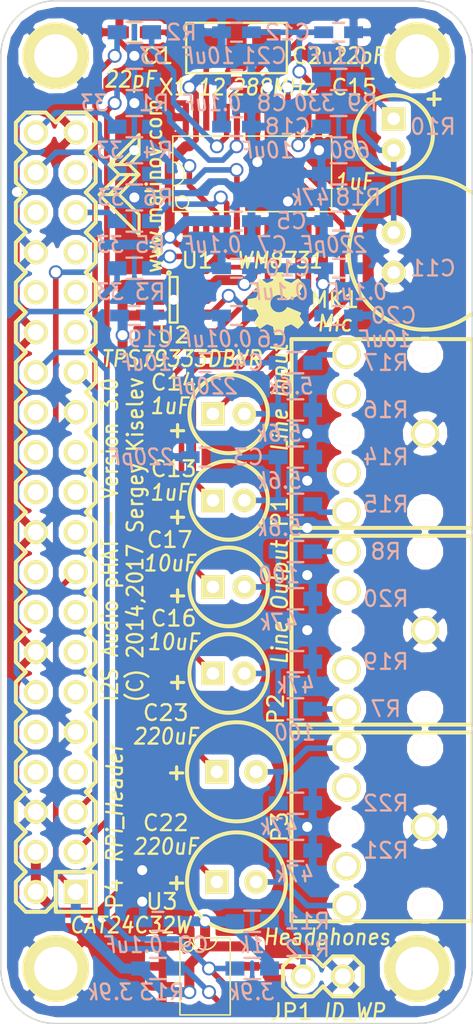
<source format=kicad_pcb>
(kicad_pcb (version 4) (host pcbnew 4.0.1-stable)

  (general
    (links 126)
    (no_connects 0)
    (area 99.949999 99.949999 130.050001 165.050001)
    (thickness 1.6)
    (drawings 25)
    (tracks 550)
    (zones 0)
    (modules 60)
    (nets 71)
  )

  (page USLetter portrait)
  (layers
    (0 F.Cu signal hide)
    (31 B.Cu signal hide)
    (32 B.Adhes user)
    (33 F.Adhes user)
    (34 B.Paste user)
    (35 F.Paste user)
    (36 B.SilkS user hide)
    (37 F.SilkS user)
    (38 B.Mask user)
    (39 F.Mask user)
    (40 Dwgs.User user)
    (41 Cmts.User user)
    (42 Eco1.User user)
    (43 Eco2.User user)
    (44 Edge.Cuts user)
  )

  (setup
    (last_trace_width 0.3556)
    (user_trace_width 0.635)
    (trace_clearance 0.2286)
    (zone_clearance 0.35)
    (zone_45_only no)
    (trace_min 0.254)
    (segment_width 0.2)
    (edge_width 0.1)
    (via_size 0.889)
    (via_drill 0.635)
    (via_min_size 0.889)
    (via_min_drill 0.508)
    (uvia_size 0.508)
    (uvia_drill 0.127)
    (uvias_allowed no)
    (uvia_min_size 0.508)
    (uvia_min_drill 0.127)
    (pcb_text_width 0.3)
    (pcb_text_size 1.5 1.5)
    (mod_edge_width 0.254)
    (mod_text_size 1 1)
    (mod_text_width 0.15)
    (pad_size 0.65 1.06)
    (pad_drill 0)
    (pad_to_mask_clearance 0)
    (aux_axis_origin 0 0)
    (visible_elements 7FFFFFFF)
    (pcbplotparams
      (layerselection 0x00030_80000001)
      (usegerberextensions true)
      (excludeedgelayer true)
      (linewidth 0.150000)
      (plotframeref false)
      (viasonmask false)
      (mode 1)
      (useauxorigin false)
      (hpglpennumber 1)
      (hpglpenspeed 20)
      (hpglpendiameter 15)
      (hpglpenoverlay 2)
      (psnegative false)
      (psa4output false)
      (plotreference true)
      (plotvalue true)
      (plotinvisibletext false)
      (padsonsilk false)
      (subtractmaskfromsilk false)
      (outputformat 1)
      (mirror false)
      (drillshape 0)
      (scaleselection 1)
      (outputdirectory gerber))
  )

  (net 0 "")
  (net 1 +5V)
  (net 2 /AVDD)
  (net 3 /SCL)
  (net 4 /SDA)
  (net 5 "Net-(C1-Pad1)")
  (net 6 GND)
  (net 7 "Net-(C2-Pad1)")
  (net 8 "Net-(C13-Pad2)")
  (net 9 "Net-(C14-Pad2)")
  (net 10 "Net-(C15-Pad2)")
  (net 11 "Net-(C6-Pad1)")
  (net 12 +3V3)
  (net 13 "Net-(C12-Pad1)")
  (net 14 "Net-(C13-Pad1)")
  (net 15 "Net-(C14-Pad1)")
  (net 16 "Net-(C15-Pad1)")
  (net 17 "Net-(C16-Pad1)")
  (net 18 "Net-(C16-Pad2)")
  (net 19 "Net-(C17-Pad1)")
  (net 20 "Net-(C17-Pad2)")
  (net 21 "Net-(C22-Pad1)")
  (net 22 "Net-(C22-Pad2)")
  (net 23 "Net-(C23-Pad1)")
  (net 24 "Net-(C23-Pad2)")
  (net 25 "Net-(JP1-Pad1)")
  (net 26 "Net-(P1-Pad2)")
  (net 27 "Net-(P1-Pad3)")
  (net 28 "Net-(P1-Pad4)")
  (net 29 "Net-(P1-Pad5)")
  (net 30 "Net-(P2-Pad2)")
  (net 31 "Net-(P2-Pad3)")
  (net 32 "Net-(P2-Pad4)")
  (net 33 "Net-(P2-Pad5)")
  (net 34 "Net-(P3-Pad3)")
  (net 35 "Net-(P3-Pad4)")
  (net 36 /PCM_CLK)
  (net 37 /ID_SC)
  (net 38 /ID_SD)
  (net 39 /PCM_FS)
  (net 40 /PCM_DIN)
  (net 41 /PCM_DOUT)
  (net 42 "Net-(R1-Pad1)")
  (net 43 "Net-(R2-Pad1)")
  (net 44 "Net-(R3-Pad2)")
  (net 45 "Net-(R4-Pad2)")
  (net 46 "Net-(R5-Pad2)")
  (net 47 "Net-(R6-Pad2)")
  (net 48 "Net-(R9-Pad1)")
  (net 49 "Net-(R10-Pad1)")
  (net 50 "Net-(U1-Pad2)")
  (net 51 "Net-(P4-Pad7)")
  (net 52 "Net-(P4-Pad8)")
  (net 53 "Net-(P4-Pad10)")
  (net 54 "Net-(P4-Pad11)")
  (net 55 "Net-(P4-Pad13)")
  (net 56 "Net-(P4-Pad15)")
  (net 57 "Net-(P4-Pad16)")
  (net 58 "Net-(P4-Pad18)")
  (net 59 "Net-(P4-Pad19)")
  (net 60 "Net-(P4-Pad21)")
  (net 61 "Net-(P4-Pad22)")
  (net 62 "Net-(P4-Pad23)")
  (net 63 "Net-(P4-Pad24)")
  (net 64 "Net-(P4-Pad26)")
  (net 65 "Net-(P4-Pad29)")
  (net 66 "Net-(P4-Pad31)")
  (net 67 "Net-(P4-Pad32)")
  (net 68 "Net-(P4-Pad33)")
  (net 69 "Net-(P4-Pad36)")
  (net 70 "Net-(P4-Pad37)")

  (net_class Default "This is the default net class."
    (clearance 0.2286)
    (trace_width 0.3556)
    (via_dia 0.889)
    (via_drill 0.635)
    (uvia_dia 0.508)
    (uvia_drill 0.127)
    (add_net +3V3)
    (add_net +5V)
    (add_net /AVDD)
    (add_net /ID_SC)
    (add_net /ID_SD)
    (add_net /PCM_CLK)
    (add_net /PCM_DIN)
    (add_net /PCM_DOUT)
    (add_net /PCM_FS)
    (add_net /SCL)
    (add_net /SDA)
    (add_net GND)
    (add_net "Net-(C1-Pad1)")
    (add_net "Net-(C12-Pad1)")
    (add_net "Net-(C13-Pad1)")
    (add_net "Net-(C13-Pad2)")
    (add_net "Net-(C14-Pad1)")
    (add_net "Net-(C14-Pad2)")
    (add_net "Net-(C15-Pad1)")
    (add_net "Net-(C15-Pad2)")
    (add_net "Net-(C16-Pad1)")
    (add_net "Net-(C16-Pad2)")
    (add_net "Net-(C17-Pad1)")
    (add_net "Net-(C17-Pad2)")
    (add_net "Net-(C2-Pad1)")
    (add_net "Net-(C22-Pad1)")
    (add_net "Net-(C22-Pad2)")
    (add_net "Net-(C23-Pad1)")
    (add_net "Net-(C23-Pad2)")
    (add_net "Net-(C6-Pad1)")
    (add_net "Net-(JP1-Pad1)")
    (add_net "Net-(P1-Pad2)")
    (add_net "Net-(P1-Pad3)")
    (add_net "Net-(P1-Pad4)")
    (add_net "Net-(P1-Pad5)")
    (add_net "Net-(P2-Pad2)")
    (add_net "Net-(P2-Pad3)")
    (add_net "Net-(P2-Pad4)")
    (add_net "Net-(P2-Pad5)")
    (add_net "Net-(P3-Pad3)")
    (add_net "Net-(P3-Pad4)")
    (add_net "Net-(P4-Pad10)")
    (add_net "Net-(P4-Pad11)")
    (add_net "Net-(P4-Pad13)")
    (add_net "Net-(P4-Pad15)")
    (add_net "Net-(P4-Pad16)")
    (add_net "Net-(P4-Pad18)")
    (add_net "Net-(P4-Pad19)")
    (add_net "Net-(P4-Pad21)")
    (add_net "Net-(P4-Pad22)")
    (add_net "Net-(P4-Pad23)")
    (add_net "Net-(P4-Pad24)")
    (add_net "Net-(P4-Pad26)")
    (add_net "Net-(P4-Pad29)")
    (add_net "Net-(P4-Pad31)")
    (add_net "Net-(P4-Pad32)")
    (add_net "Net-(P4-Pad33)")
    (add_net "Net-(P4-Pad36)")
    (add_net "Net-(P4-Pad37)")
    (add_net "Net-(P4-Pad7)")
    (add_net "Net-(P4-Pad8)")
    (add_net "Net-(R1-Pad1)")
    (add_net "Net-(R10-Pad1)")
    (add_net "Net-(R2-Pad1)")
    (add_net "Net-(R3-Pad2)")
    (add_net "Net-(R4-Pad2)")
    (add_net "Net-(R5-Pad2)")
    (add_net "Net-(R6-Pad2)")
    (add_net "Net-(R9-Pad1)")
    (add_net "Net-(U1-Pad2)")
  )

  (module OSHW-logo:OSHW-logo_silkscreen-front_4mm (layer F.Cu) (tedit 0) (tstamp 599DF758)
    (at 117.5 119.25 90)
    (fp_text reference G*** (at 0 2.1209 90) (layer F.SilkS) hide
      (effects (font (size 0.18034 0.18034) (thickness 0.03556)))
    )
    (fp_text value OSHW-logo_silkscreen-front_4mm (at 0 -2.1209 90) (layer F.SilkS) hide
      (effects (font (size 0.18034 0.18034) (thickness 0.03556)))
    )
    (fp_poly (pts (xy -1.21158 1.79578) (xy -1.19126 1.78562) (xy -1.143 1.75514) (xy -1.07696 1.71196)
      (xy -0.99822 1.65862) (xy -0.91948 1.60528) (xy -0.85344 1.5621) (xy -0.80772 1.53162)
      (xy -0.78994 1.52146) (xy -0.77978 1.524) (xy -0.74168 1.54432) (xy -0.6858 1.57226)
      (xy -0.65532 1.5875) (xy -0.60452 1.61036) (xy -0.57912 1.61544) (xy -0.57658 1.60782)
      (xy -0.55626 1.56972) (xy -0.52832 1.50368) (xy -0.49022 1.41732) (xy -0.44704 1.31572)
      (xy -0.40132 1.2065) (xy -0.3556 1.09474) (xy -0.30988 0.98806) (xy -0.27178 0.89154)
      (xy -0.23876 0.81534) (xy -0.21844 0.75946) (xy -0.21082 0.7366) (xy -0.21336 0.73152)
      (xy -0.23876 0.70866) (xy -0.28194 0.67564) (xy -0.37846 0.5969) (xy -0.4699 0.48006)
      (xy -0.52832 0.34798) (xy -0.5461 0.20066) (xy -0.53086 0.06604) (xy -0.47752 -0.0635)
      (xy -0.38608 -0.18288) (xy -0.27432 -0.26924) (xy -0.14478 -0.32512) (xy 0 -0.3429)
      (xy 0.1397 -0.32766) (xy 0.27178 -0.27432) (xy 0.39116 -0.18542) (xy 0.43942 -0.127)
      (xy 0.508 -0.00762) (xy 0.54864 0.11938) (xy 0.55118 0.14986) (xy 0.5461 0.2921)
      (xy 0.50546 0.42672) (xy 0.4318 0.5461) (xy 0.32766 0.64516) (xy 0.31496 0.65532)
      (xy 0.2667 0.69088) (xy 0.23622 0.71374) (xy 0.21082 0.73406) (xy 0.38862 1.16586)
      (xy 0.41656 1.23444) (xy 0.46736 1.35128) (xy 0.51054 1.45288) (xy 0.54356 1.53416)
      (xy 0.56896 1.5875) (xy 0.57912 1.61036) (xy 0.57912 1.61036) (xy 0.59436 1.6129)
      (xy 0.62738 1.6002) (xy 0.68834 1.57226) (xy 0.72898 1.55194) (xy 0.7747 1.52908)
      (xy 0.79502 1.52146) (xy 0.8128 1.53162) (xy 0.85598 1.55956) (xy 0.91948 1.60274)
      (xy 0.99568 1.65354) (xy 1.06934 1.70434) (xy 1.13792 1.75006) (xy 1.18618 1.78054)
      (xy 1.21158 1.79324) (xy 1.21412 1.79324) (xy 1.23444 1.78054) (xy 1.27508 1.75006)
      (xy 1.3335 1.69418) (xy 1.41478 1.6129) (xy 1.42748 1.6002) (xy 1.49606 1.52908)
      (xy 1.55194 1.47066) (xy 1.59004 1.43002) (xy 1.60274 1.41224) (xy 1.60274 1.41224)
      (xy 1.59004 1.38684) (xy 1.55956 1.33858) (xy 1.51384 1.27) (xy 1.4605 1.19126)
      (xy 1.31826 0.98298) (xy 1.397 0.7874) (xy 1.41986 0.72898) (xy 1.45034 0.65532)
      (xy 1.4732 0.60452) (xy 1.4859 0.58166) (xy 1.50622 0.57404) (xy 1.55956 0.56134)
      (xy 1.6383 0.54356) (xy 1.72974 0.52832) (xy 1.81864 0.51054) (xy 1.89738 0.4953)
      (xy 1.9558 0.48514) (xy 1.9812 0.48006) (xy 1.98628 0.47498) (xy 1.99136 0.46228)
      (xy 1.99644 0.43688) (xy 1.99644 0.38862) (xy 1.99898 0.31242) (xy 1.99898 0.20066)
      (xy 1.99898 0.1905) (xy 1.99644 0.08382) (xy 1.99644 0) (xy 1.9939 -0.05334)
      (xy 1.98882 -0.07366) (xy 1.98882 -0.07366) (xy 1.96342 -0.08128) (xy 1.90754 -0.09144)
      (xy 1.8288 -0.10922) (xy 1.73228 -0.127) (xy 1.7272 -0.127) (xy 1.63322 -0.14478)
      (xy 1.55448 -0.16256) (xy 1.4986 -0.17526) (xy 1.47574 -0.18288) (xy 1.47066 -0.18796)
      (xy 1.45034 -0.22606) (xy 1.4224 -0.28448) (xy 1.39192 -0.3556) (xy 1.36144 -0.42926)
      (xy 1.3335 -0.49784) (xy 1.31572 -0.5461) (xy 1.31064 -0.56896) (xy 1.31064 -0.56896)
      (xy 1.32588 -0.59182) (xy 1.3589 -0.64262) (xy 1.40462 -0.70866) (xy 1.4605 -0.78994)
      (xy 1.46304 -0.79756) (xy 1.51892 -0.8763) (xy 1.5621 -0.94488) (xy 1.59258 -0.99314)
      (xy 1.60274 -1.01346) (xy 1.60274 -1.016) (xy 1.58496 -1.03886) (xy 1.54432 -1.08458)
      (xy 1.4859 -1.14554) (xy 1.41478 -1.21666) (xy 1.39192 -1.23698) (xy 1.31572 -1.31318)
      (xy 1.26238 -1.36398) (xy 1.22682 -1.38938) (xy 1.21158 -1.397) (xy 1.21158 -1.39446)
      (xy 1.18618 -1.38176) (xy 1.13538 -1.34874) (xy 1.0668 -1.30048) (xy 0.98552 -1.24714)
      (xy 0.98044 -1.24206) (xy 0.9017 -1.18872) (xy 0.83566 -1.143) (xy 0.7874 -1.11252)
      (xy 0.76708 -1.09982) (xy 0.762 -1.09982) (xy 0.73152 -1.10998) (xy 0.6731 -1.12776)
      (xy 0.60452 -1.1557) (xy 0.53086 -1.18618) (xy 0.46228 -1.21412) (xy 0.41148 -1.23698)
      (xy 0.38862 -1.24968) (xy 0.38862 -1.25222) (xy 0.37846 -1.28016) (xy 0.36576 -1.34112)
      (xy 0.34798 -1.4224) (xy 0.3302 -1.52146) (xy 0.32766 -1.5367) (xy 0.30988 -1.63068)
      (xy 0.29464 -1.70942) (xy 0.28194 -1.7653) (xy 0.27686 -1.78816) (xy 0.26416 -1.7907)
      (xy 0.2159 -1.79324) (xy 0.14478 -1.79578) (xy 0.05842 -1.79578) (xy -0.03048 -1.79578)
      (xy -0.11684 -1.79324) (xy -0.19304 -1.7907) (xy -0.24638 -1.78816) (xy -0.26924 -1.78308)
      (xy -0.27178 -1.78054) (xy -0.2794 -1.7526) (xy -0.2921 -1.69164) (xy -0.30988 -1.61036)
      (xy -0.32766 -1.5113) (xy -0.3302 -1.49352) (xy -0.34798 -1.39954) (xy -0.36576 -1.3208)
      (xy -0.37592 -1.26746) (xy -0.38354 -1.24714) (xy -0.39116 -1.24206) (xy -0.42926 -1.22428)
      (xy -0.49276 -1.19888) (xy -0.57404 -1.16586) (xy -0.75692 -1.0922) (xy -0.98044 -1.24714)
      (xy -1.00076 -1.25984) (xy -1.08204 -1.31572) (xy -1.14808 -1.3589) (xy -1.1938 -1.38938)
      (xy -1.21412 -1.39954) (xy -1.21412 -1.39954) (xy -1.23698 -1.37922) (xy -1.2827 -1.33858)
      (xy -1.34366 -1.27762) (xy -1.41224 -1.20904) (xy -1.46558 -1.1557) (xy -1.52654 -1.0922)
      (xy -1.56718 -1.05156) (xy -1.5875 -1.02362) (xy -1.59512 -1.00584) (xy -1.59258 -0.99568)
      (xy -1.57988 -0.97282) (xy -1.54686 -0.92456) (xy -1.50114 -0.85598) (xy -1.44526 -0.77724)
      (xy -1.39954 -0.70866) (xy -1.35128 -0.635) (xy -1.3208 -0.58166) (xy -1.3081 -0.55372)
      (xy -1.31064 -0.54356) (xy -1.32842 -0.50038) (xy -1.35382 -0.4318) (xy -1.38684 -0.35306)
      (xy -1.46558 -0.17526) (xy -1.58242 -0.15494) (xy -1.65354 -0.1397) (xy -1.7526 -0.12192)
      (xy -1.84658 -0.10414) (xy -1.9939 -0.07366) (xy -1.99898 0.46482) (xy -1.97612 0.47498)
      (xy -1.95326 0.4826) (xy -1.89992 0.49276) (xy -1.82118 0.508) (xy -1.72974 0.52578)
      (xy -1.651 0.54102) (xy -1.57226 0.55626) (xy -1.51638 0.56642) (xy -1.49098 0.5715)
      (xy -1.48336 0.58166) (xy -1.46304 0.61976) (xy -1.4351 0.68072) (xy -1.40462 0.75438)
      (xy -1.37414 0.82804) (xy -1.3462 0.89916) (xy -1.32588 0.9525) (xy -1.31826 0.98044)
      (xy -1.32842 1.00076) (xy -1.3589 1.04648) (xy -1.40208 1.11252) (xy -1.45542 1.19126)
      (xy -1.5113 1.27) (xy -1.55448 1.33858) (xy -1.5875 1.38684) (xy -1.6002 1.40716)
      (xy -1.59258 1.4224) (xy -1.5621 1.4605) (xy -1.50368 1.52146) (xy -1.41478 1.61036)
      (xy -1.39954 1.62306) (xy -1.33096 1.69164) (xy -1.27 1.74498) (xy -1.22936 1.78308)
      (xy -1.21158 1.79578)) (layer F.SilkS) (width 0.00254))
  )

  (module my_components:Cap_Elec_Radial_5mm (layer F.Cu) (tedit 599E48D5) (tstamp 599A532A)
    (at 125 108.5 270)
    (descr "Electrolythic Capacitor, Radial, 5 mm diameter,  2 mm lead spacing")
    (tags "CAPACITOR CP")
    (path /599CD261)
    (fp_text reference C15 (at -3 2.5 360) (layer F.SilkS)
      (effects (font (size 1 1) (thickness 0.15)))
    )
    (fp_text value 1uF (at 3 2.5 360) (layer F.SilkS)
      (effects (font (size 1 0.9) (thickness 0.15) italic))
    )
    (fp_circle (center 0 0) (end -2.49936 0) (layer F.SilkS) (width 0.254))
    (fp_text user + (at -2.25 -2.5 270) (layer F.SilkS)
      (effects (font (size 1.016 1.016) (thickness 0.2032)))
    )
    (pad 1 thru_hole rect (at -1.00076 0 270) (size 1.49098 1.49098) (drill 0.8001) (layers *.Cu *.Mask F.SilkS)
      (net 16 "Net-(C15-Pad1)"))
    (pad 2 thru_hole circle (at 1.00076 0 270) (size 1.49098 1.49098) (drill 0.8001) (layers *.Cu *.Mask F.SilkS)
      (net 10 "Net-(C15-Pad2)"))
    (model discret/c_vert_c2v10.wrl
      (at (xyz 0 0 0))
      (scale (xyz 1 1 1))
      (rotate (xyz 0 0 0))
    )
  )

  (module Capacitors_SMD:C_0603_HandSoldering (layer F.Cu) (tedit 599DCADE) (tstamp 599A52E4)
    (at 108.5 102 180)
    (descr "Capacitor SMD 0603, hand soldering")
    (tags "capacitor 0603")
    (path /599C1672)
    (attr smd)
    (fp_text reference C1 (at -1.5 -1.5 180) (layer F.SilkS)
      (effects (font (size 1 1) (thickness 0.15)))
    )
    (fp_text value 22pF (at 0.25 -3 180) (layer F.SilkS)
      (effects (font (size 1 0.9) (thickness 0.15) italic))
    )
    (fp_line (start -1.85 -0.75) (end 1.85 -0.75) (layer F.CrtYd) (width 0.05))
    (fp_line (start -1.85 0.75) (end 1.85 0.75) (layer F.CrtYd) (width 0.05))
    (fp_line (start -1.85 -0.75) (end -1.85 0.75) (layer F.CrtYd) (width 0.05))
    (fp_line (start 1.85 -0.75) (end 1.85 0.75) (layer F.CrtYd) (width 0.05))
    (fp_line (start -0.35 -0.6) (end 0.35 -0.6) (layer F.SilkS) (width 0.15))
    (fp_line (start 0.35 0.6) (end -0.35 0.6) (layer F.SilkS) (width 0.15))
    (pad 1 smd rect (at -0.95 0 180) (size 1.2 0.75) (layers F.Cu F.Paste F.Mask)
      (net 5 "Net-(C1-Pad1)"))
    (pad 2 smd rect (at 0.95 0 180) (size 1.2 0.75) (layers F.Cu F.Paste F.Mask)
      (net 6 GND))
    (model Capacitors_SMD.3dshapes/C_0603_HandSoldering.wrl
      (at (xyz 0 0 0))
      (scale (xyz 1 1 1))
      (rotate (xyz 0 0 0))
    )
  )

  (module Capacitors_SMD:C_0603_HandSoldering (layer F.Cu) (tedit 599E01C3) (tstamp 599A52E9)
    (at 121.5 102)
    (descr "Capacitor SMD 0603, hand soldering")
    (tags "capacitor 0603")
    (path /599C1D05)
    (attr smd)
    (fp_text reference C2 (at -2 1.5) (layer F.SilkS)
      (effects (font (size 1 1) (thickness 0.15)))
    )
    (fp_text value 22pF (at 1.25 1.5) (layer F.SilkS)
      (effects (font (size 1 0.9) (thickness 0.15) italic))
    )
    (fp_line (start -1.85 -0.75) (end 1.85 -0.75) (layer F.CrtYd) (width 0.05))
    (fp_line (start -1.85 0.75) (end 1.85 0.75) (layer F.CrtYd) (width 0.05))
    (fp_line (start -1.85 -0.75) (end -1.85 0.75) (layer F.CrtYd) (width 0.05))
    (fp_line (start 1.85 -0.75) (end 1.85 0.75) (layer F.CrtYd) (width 0.05))
    (fp_line (start -0.35 -0.6) (end 0.35 -0.6) (layer F.SilkS) (width 0.15))
    (fp_line (start 0.35 0.6) (end -0.35 0.6) (layer F.SilkS) (width 0.15))
    (pad 1 smd rect (at -0.95 0) (size 1.2 0.75) (layers F.Cu F.Paste F.Mask)
      (net 7 "Net-(C2-Pad1)"))
    (pad 2 smd rect (at 0.95 0) (size 1.2 0.75) (layers F.Cu F.Paste F.Mask)
      (net 6 GND))
    (model Capacitors_SMD.3dshapes/C_0603_HandSoldering.wrl
      (at (xyz 0 0 0))
      (scale (xyz 1 1 1))
      (rotate (xyz 0 0 0))
    )
  )

  (module Capacitors_SMD:C_0603_HandSoldering (layer B.Cu) (tedit 599DF10C) (tstamp 599A52EE)
    (at 113 129 180)
    (descr "Capacitor SMD 0603, hand soldering")
    (tags "capacitor 0603")
    (path /599C74E5)
    (attr smd)
    (fp_text reference C3 (at -2.75 0 180) (layer B.SilkS)
      (effects (font (size 1 1) (thickness 0.15)) (justify mirror))
    )
    (fp_text value 220pF (at 4 0 180) (layer B.SilkS)
      (effects (font (size 1 0.9) (thickness 0.15) italic) (justify mirror))
    )
    (fp_line (start -1.85 0.75) (end 1.85 0.75) (layer B.CrtYd) (width 0.05))
    (fp_line (start -1.85 -0.75) (end 1.85 -0.75) (layer B.CrtYd) (width 0.05))
    (fp_line (start -1.85 0.75) (end -1.85 -0.75) (layer B.CrtYd) (width 0.05))
    (fp_line (start 1.85 0.75) (end 1.85 -0.75) (layer B.CrtYd) (width 0.05))
    (fp_line (start -0.35 0.6) (end 0.35 0.6) (layer B.SilkS) (width 0.15))
    (fp_line (start 0.35 -0.6) (end -0.35 -0.6) (layer B.SilkS) (width 0.15))
    (pad 1 smd rect (at -0.95 0 180) (size 1.2 0.75) (layers B.Cu B.Paste B.Mask)
      (net 8 "Net-(C13-Pad2)"))
    (pad 2 smd rect (at 0.95 0 180) (size 1.2 0.75) (layers B.Cu B.Paste B.Mask)
      (net 6 GND))
    (model Capacitors_SMD.3dshapes/C_0603_HandSoldering.wrl
      (at (xyz 0 0 0))
      (scale (xyz 1 1 1))
      (rotate (xyz 0 0 0))
    )
  )

  (module Capacitors_SMD:C_0603_HandSoldering (layer B.Cu) (tedit 599DF102) (tstamp 599A52F3)
    (at 113 123 180)
    (descr "Capacitor SMD 0603, hand soldering")
    (tags "capacitor 0603")
    (path /599C7794)
    (attr smd)
    (fp_text reference C4 (at -2.75 0 180) (layer B.SilkS)
      (effects (font (size 1 1) (thickness 0.15)) (justify mirror))
    )
    (fp_text value 220pF (at 0 -1.5 180) (layer B.SilkS)
      (effects (font (size 1 0.9) (thickness 0.15) italic) (justify mirror))
    )
    (fp_line (start -1.85 0.75) (end 1.85 0.75) (layer B.CrtYd) (width 0.05))
    (fp_line (start -1.85 -0.75) (end 1.85 -0.75) (layer B.CrtYd) (width 0.05))
    (fp_line (start -1.85 0.75) (end -1.85 -0.75) (layer B.CrtYd) (width 0.05))
    (fp_line (start 1.85 0.75) (end 1.85 -0.75) (layer B.CrtYd) (width 0.05))
    (fp_line (start -0.35 0.6) (end 0.35 0.6) (layer B.SilkS) (width 0.15))
    (fp_line (start 0.35 -0.6) (end -0.35 -0.6) (layer B.SilkS) (width 0.15))
    (pad 1 smd rect (at -0.95 0 180) (size 1.2 0.75) (layers B.Cu B.Paste B.Mask)
      (net 9 "Net-(C14-Pad2)"))
    (pad 2 smd rect (at 0.95 0 180) (size 1.2 0.75) (layers B.Cu B.Paste B.Mask)
      (net 6 GND))
    (model Capacitors_SMD.3dshapes/C_0603_HandSoldering.wrl
      (at (xyz 0 0 0))
      (scale (xyz 1 1 1))
      (rotate (xyz 0 0 0))
    )
  )

  (module Capacitors_SMD:C_0603_HandSoldering (layer B.Cu) (tedit 599DF039) (tstamp 599A52F8)
    (at 121.5 114 180)
    (descr "Capacitor SMD 0603, hand soldering")
    (tags "capacitor 0603")
    (path /599C7F04)
    (attr smd)
    (fp_text reference C5 (at 3 0 180) (layer B.SilkS)
      (effects (font (size 1 1) (thickness 0.15)) (justify mirror))
    )
    (fp_text value 220pF (at 0.25 -1.5 180) (layer B.SilkS)
      (effects (font (size 1 0.9) (thickness 0.15) italic) (justify mirror))
    )
    (fp_line (start -1.85 0.75) (end 1.85 0.75) (layer B.CrtYd) (width 0.05))
    (fp_line (start -1.85 -0.75) (end 1.85 -0.75) (layer B.CrtYd) (width 0.05))
    (fp_line (start -1.85 0.75) (end -1.85 -0.75) (layer B.CrtYd) (width 0.05))
    (fp_line (start 1.85 0.75) (end 1.85 -0.75) (layer B.CrtYd) (width 0.05))
    (fp_line (start -0.35 0.6) (end 0.35 0.6) (layer B.SilkS) (width 0.15))
    (fp_line (start 0.35 -0.6) (end -0.35 -0.6) (layer B.SilkS) (width 0.15))
    (pad 1 smd rect (at -0.95 0 180) (size 1.2 0.75) (layers B.Cu B.Paste B.Mask)
      (net 10 "Net-(C15-Pad2)"))
    (pad 2 smd rect (at 0.95 0 180) (size 1.2 0.75) (layers B.Cu B.Paste B.Mask)
      (net 6 GND))
    (model Capacitors_SMD.3dshapes/C_0603_HandSoldering.wrl
      (at (xyz 0 0 0))
      (scale (xyz 1 1 1))
      (rotate (xyz 0 0 0))
    )
  )

  (module Capacitors_SMD:C_0603_HandSoldering (layer B.Cu) (tedit 599DF083) (tstamp 599A52FD)
    (at 115 120 180)
    (descr "Capacitor SMD 0603, hand soldering")
    (tags "capacitor 0603")
    (path /599C8C83)
    (attr smd)
    (fp_text reference C6 (at -2.25 -1.5 180) (layer B.SilkS)
      (effects (font (size 1 1) (thickness 0.15)) (justify mirror))
    )
    (fp_text value 0.01uF (at 1.25 -1.5 180) (layer B.SilkS)
      (effects (font (size 1 0.9) (thickness 0.15) italic) (justify mirror))
    )
    (fp_line (start -1.85 0.75) (end 1.85 0.75) (layer B.CrtYd) (width 0.05))
    (fp_line (start -1.85 -0.75) (end 1.85 -0.75) (layer B.CrtYd) (width 0.05))
    (fp_line (start -1.85 0.75) (end -1.85 -0.75) (layer B.CrtYd) (width 0.05))
    (fp_line (start 1.85 0.75) (end 1.85 -0.75) (layer B.CrtYd) (width 0.05))
    (fp_line (start -0.35 0.6) (end 0.35 0.6) (layer B.SilkS) (width 0.15))
    (fp_line (start 0.35 -0.6) (end -0.35 -0.6) (layer B.SilkS) (width 0.15))
    (pad 1 smd rect (at -0.95 0 180) (size 1.2 0.75) (layers B.Cu B.Paste B.Mask)
      (net 11 "Net-(C6-Pad1)"))
    (pad 2 smd rect (at 0.95 0 180) (size 1.2 0.75) (layers B.Cu B.Paste B.Mask)
      (net 6 GND))
    (model Capacitors_SMD.3dshapes/C_0603_HandSoldering.wrl
      (at (xyz 0 0 0))
      (scale (xyz 1 1 1))
      (rotate (xyz 0 0 0))
    )
  )

  (module Capacitors_SMD:C_0603_HandSoldering (layer B.Cu) (tedit 599DEFC9) (tstamp 599A5302)
    (at 115 114)
    (descr "Capacitor SMD 0603, hand soldering")
    (tags "capacitor 0603")
    (path /599C999C)
    (attr smd)
    (fp_text reference C7 (at 2.25 1.5) (layer B.SilkS)
      (effects (font (size 1 1) (thickness 0.15)) (justify mirror))
    )
    (fp_text value 0.1uF (at -1.5 1.5) (layer B.SilkS)
      (effects (font (size 1 0.9) (thickness 0.15) italic) (justify mirror))
    )
    (fp_line (start -1.85 0.75) (end 1.85 0.75) (layer B.CrtYd) (width 0.05))
    (fp_line (start -1.85 -0.75) (end 1.85 -0.75) (layer B.CrtYd) (width 0.05))
    (fp_line (start -1.85 0.75) (end -1.85 -0.75) (layer B.CrtYd) (width 0.05))
    (fp_line (start 1.85 0.75) (end 1.85 -0.75) (layer B.CrtYd) (width 0.05))
    (fp_line (start -0.35 0.6) (end 0.35 0.6) (layer B.SilkS) (width 0.15))
    (fp_line (start 0.35 -0.6) (end -0.35 -0.6) (layer B.SilkS) (width 0.15))
    (pad 1 smd rect (at -0.95 0) (size 1.2 0.75) (layers B.Cu B.Paste B.Mask)
      (net 12 +3V3))
    (pad 2 smd rect (at 0.95 0) (size 1.2 0.75) (layers B.Cu B.Paste B.Mask)
      (net 6 GND))
    (model Capacitors_SMD.3dshapes/C_0603_HandSoldering.wrl
      (at (xyz 0 0 0))
      (scale (xyz 1 1 1))
      (rotate (xyz 0 0 0))
    )
  )

  (module Capacitors_SMD:C_0603_HandSoldering (layer B.Cu) (tedit 599DEFC2) (tstamp 599A5307)
    (at 115 105)
    (descr "Capacitor SMD 0603, hand soldering")
    (tags "capacitor 0603")
    (path /599C9BCF)
    (attr smd)
    (fp_text reference C8 (at 2.25 1.5) (layer B.SilkS)
      (effects (font (size 1 1) (thickness 0.15)) (justify mirror))
    )
    (fp_text value 0.1uF (at -1.5 1.5) (layer B.SilkS)
      (effects (font (size 1 0.9) (thickness 0.15) italic) (justify mirror))
    )
    (fp_line (start -1.85 0.75) (end 1.85 0.75) (layer B.CrtYd) (width 0.05))
    (fp_line (start -1.85 -0.75) (end 1.85 -0.75) (layer B.CrtYd) (width 0.05))
    (fp_line (start -1.85 0.75) (end -1.85 -0.75) (layer B.CrtYd) (width 0.05))
    (fp_line (start 1.85 0.75) (end 1.85 -0.75) (layer B.CrtYd) (width 0.05))
    (fp_line (start -0.35 0.6) (end 0.35 0.6) (layer B.SilkS) (width 0.15))
    (fp_line (start 0.35 -0.6) (end -0.35 -0.6) (layer B.SilkS) (width 0.15))
    (pad 1 smd rect (at -0.95 0) (size 1.2 0.75) (layers B.Cu B.Paste B.Mask)
      (net 12 +3V3))
    (pad 2 smd rect (at 0.95 0) (size 1.2 0.75) (layers B.Cu B.Paste B.Mask)
      (net 6 GND))
    (model Capacitors_SMD.3dshapes/C_0603_HandSoldering.wrl
      (at (xyz 0 0 0))
      (scale (xyz 1 1 1))
      (rotate (xyz 0 0 0))
    )
  )

  (module Capacitors_SMD:C_0603_HandSoldering (layer B.Cu) (tedit 599DF2A8) (tstamp 599A530C)
    (at 110 158.5 180)
    (descr "Capacitor SMD 0603, hand soldering")
    (tags "capacitor 0603")
    (path /599F0143)
    (attr smd)
    (fp_text reference C9 (at -2.25 -1.5 180) (layer B.SilkS)
      (effects (font (size 1 1) (thickness 0.15)) (justify mirror))
    )
    (fp_text value 0.1uF (at 1.5 -1.5 180) (layer B.SilkS)
      (effects (font (size 1 0.9) (thickness 0.15) italic) (justify mirror))
    )
    (fp_line (start -1.85 0.75) (end 1.85 0.75) (layer B.CrtYd) (width 0.05))
    (fp_line (start -1.85 -0.75) (end 1.85 -0.75) (layer B.CrtYd) (width 0.05))
    (fp_line (start -1.85 0.75) (end -1.85 -0.75) (layer B.CrtYd) (width 0.05))
    (fp_line (start 1.85 0.75) (end 1.85 -0.75) (layer B.CrtYd) (width 0.05))
    (fp_line (start -0.35 0.6) (end 0.35 0.6) (layer B.SilkS) (width 0.15))
    (fp_line (start 0.35 -0.6) (end -0.35 -0.6) (layer B.SilkS) (width 0.15))
    (pad 1 smd rect (at -0.95 0 180) (size 1.2 0.75) (layers B.Cu B.Paste B.Mask)
      (net 12 +3V3))
    (pad 2 smd rect (at 0.95 0 180) (size 1.2 0.75) (layers B.Cu B.Paste B.Mask)
      (net 6 GND))
    (model Capacitors_SMD.3dshapes/C_0603_HandSoldering.wrl
      (at (xyz 0 0 0))
      (scale (xyz 1 1 1))
      (rotate (xyz 0 0 0))
    )
  )

  (module Capacitors_SMD:C_0603_HandSoldering (layer B.Cu) (tedit 599DF35C) (tstamp 599A5311)
    (at 115 117 180)
    (descr "Capacitor SMD 0603, hand soldering")
    (tags "capacitor 0603")
    (path /599CA13C)
    (attr smd)
    (fp_text reference C10 (at -3.25 0 180) (layer B.SilkS)
      (effects (font (size 1 1) (thickness 0.15)) (justify mirror))
    )
    (fp_text value 0.1uF (at -2.75 -1.5 180) (layer B.SilkS)
      (effects (font (size 1 0.9) (thickness 0.15) italic) (justify mirror))
    )
    (fp_line (start -1.85 0.75) (end 1.85 0.75) (layer B.CrtYd) (width 0.05))
    (fp_line (start -1.85 -0.75) (end 1.85 -0.75) (layer B.CrtYd) (width 0.05))
    (fp_line (start -1.85 0.75) (end -1.85 -0.75) (layer B.CrtYd) (width 0.05))
    (fp_line (start 1.85 0.75) (end 1.85 -0.75) (layer B.CrtYd) (width 0.05))
    (fp_line (start -0.35 0.6) (end 0.35 0.6) (layer B.SilkS) (width 0.15))
    (fp_line (start 0.35 -0.6) (end -0.35 -0.6) (layer B.SilkS) (width 0.15))
    (pad 1 smd rect (at -0.95 0 180) (size 1.2 0.75) (layers B.Cu B.Paste B.Mask)
      (net 2 /AVDD))
    (pad 2 smd rect (at 0.95 0 180) (size 1.2 0.75) (layers B.Cu B.Paste B.Mask)
      (net 6 GND))
    (model Capacitors_SMD.3dshapes/C_0603_HandSoldering.wrl
      (at (xyz 0 0 0))
      (scale (xyz 1 1 1))
      (rotate (xyz 0 0 0))
    )
  )

  (module Capacitors_SMD:C_0603_HandSoldering (layer B.Cu) (tedit 599DF33B) (tstamp 599A5316)
    (at 121.5 117)
    (descr "Capacitor SMD 0603, hand soldering")
    (tags "capacitor 0603")
    (path /599CA2BC)
    (attr smd)
    (fp_text reference C11 (at 6 0) (layer B.SilkS)
      (effects (font (size 1 1) (thickness 0.15)) (justify mirror))
    )
    (fp_text value 0.1uF (at 1.25 1.5) (layer B.SilkS)
      (effects (font (size 1 0.9) (thickness 0.15) italic) (justify mirror))
    )
    (fp_line (start -1.85 0.75) (end 1.85 0.75) (layer B.CrtYd) (width 0.05))
    (fp_line (start -1.85 -0.75) (end 1.85 -0.75) (layer B.CrtYd) (width 0.05))
    (fp_line (start -1.85 0.75) (end -1.85 -0.75) (layer B.CrtYd) (width 0.05))
    (fp_line (start 1.85 0.75) (end 1.85 -0.75) (layer B.CrtYd) (width 0.05))
    (fp_line (start -0.35 0.6) (end 0.35 0.6) (layer B.SilkS) (width 0.15))
    (fp_line (start 0.35 -0.6) (end -0.35 -0.6) (layer B.SilkS) (width 0.15))
    (pad 1 smd rect (at -0.95 0) (size 1.2 0.75) (layers B.Cu B.Paste B.Mask)
      (net 2 /AVDD))
    (pad 2 smd rect (at 0.95 0) (size 1.2 0.75) (layers B.Cu B.Paste B.Mask)
      (net 6 GND))
    (model Capacitors_SMD.3dshapes/C_0603_HandSoldering.wrl
      (at (xyz 0 0 0))
      (scale (xyz 1 1 1))
      (rotate (xyz 0 0 0))
    )
  )

  (module Capacitors_SMD:C_0603_HandSoldering (layer B.Cu) (tedit 599DEF8A) (tstamp 599A531B)
    (at 121.5 102)
    (descr "Capacitor SMD 0603, hand soldering")
    (tags "capacitor 0603")
    (path /599CB541)
    (attr smd)
    (fp_text reference C12 (at -3.25 0) (layer B.SilkS)
      (effects (font (size 1 1) (thickness 0.15)) (justify mirror))
    )
    (fp_text value 0.1uF (at 0 1.5) (layer B.SilkS)
      (effects (font (size 1 0.9) (thickness 0.15) italic) (justify mirror))
    )
    (fp_line (start -1.85 0.75) (end 1.85 0.75) (layer B.CrtYd) (width 0.05))
    (fp_line (start -1.85 -0.75) (end 1.85 -0.75) (layer B.CrtYd) (width 0.05))
    (fp_line (start -1.85 0.75) (end -1.85 -0.75) (layer B.CrtYd) (width 0.05))
    (fp_line (start 1.85 0.75) (end 1.85 -0.75) (layer B.CrtYd) (width 0.05))
    (fp_line (start -0.35 0.6) (end 0.35 0.6) (layer B.SilkS) (width 0.15))
    (fp_line (start 0.35 -0.6) (end -0.35 -0.6) (layer B.SilkS) (width 0.15))
    (pad 1 smd rect (at -0.95 0) (size 1.2 0.75) (layers B.Cu B.Paste B.Mask)
      (net 13 "Net-(C12-Pad1)"))
    (pad 2 smd rect (at 0.95 0) (size 1.2 0.75) (layers B.Cu B.Paste B.Mask)
      (net 6 GND))
    (model Capacitors_SMD.3dshapes/C_0603_HandSoldering.wrl
      (at (xyz 0 0 0))
      (scale (xyz 1 1 1))
      (rotate (xyz 0 0 0))
    )
  )

  (module my_components:Cap_Elec_Radial_5mm (layer F.Cu) (tedit 599E467D) (tstamp 599A5320)
    (at 114.5 131.75)
    (descr "Electrolythic Capacitor, Radial, 5 mm diameter,  2 mm lead spacing")
    (tags "CAPACITOR CP")
    (path /599CBBC5)
    (fp_text reference C13 (at -3.5 -2) (layer F.SilkS)
      (effects (font (size 1 1) (thickness 0.15)))
    )
    (fp_text value 1uF (at -3.75 -0.5) (layer F.SilkS)
      (effects (font (size 1 0.9) (thickness 0.15) italic))
    )
    (fp_circle (center 0 0) (end -2.49936 0) (layer F.SilkS) (width 0.254))
    (fp_text user + (at -3.25 1) (layer F.SilkS)
      (effects (font (size 1.016 1.016) (thickness 0.2032)))
    )
    (pad 1 thru_hole rect (at -1.00076 0) (size 1.49098 1.49098) (drill 0.8001) (layers *.Cu *.Mask F.SilkS)
      (net 14 "Net-(C13-Pad1)"))
    (pad 2 thru_hole circle (at 1.00076 0) (size 1.49098 1.49098) (drill 0.8001) (layers *.Cu *.Mask F.SilkS)
      (net 8 "Net-(C13-Pad2)"))
    (model discret/c_vert_c2v10.wrl
      (at (xyz 0 0 0))
      (scale (xyz 1 1 1))
      (rotate (xyz 0 0 0))
    )
  )

  (module my_components:Cap_Elec_Radial_5mm (layer F.Cu) (tedit 599E4673) (tstamp 599A5325)
    (at 114.5 126.25)
    (descr "Electrolythic Capacitor, Radial, 5 mm diameter,  2 mm lead spacing")
    (tags "CAPACITOR CP")
    (path /599CC216)
    (fp_text reference C14 (at -3.5 -2) (layer F.SilkS)
      (effects (font (size 1 1) (thickness 0.15)))
    )
    (fp_text value 1uF (at -3.75 -0.5) (layer F.SilkS)
      (effects (font (size 1 0.9) (thickness 0.15) italic))
    )
    (fp_circle (center 0 0) (end -2.49936 0) (layer F.SilkS) (width 0.254))
    (fp_text user + (at -3.25 1) (layer F.SilkS)
      (effects (font (size 1.016 1.016) (thickness 0.2032)))
    )
    (pad 1 thru_hole rect (at -1.00076 0) (size 1.49098 1.49098) (drill 0.8001) (layers *.Cu *.Mask F.SilkS)
      (net 15 "Net-(C14-Pad1)"))
    (pad 2 thru_hole circle (at 1.00076 0) (size 1.49098 1.49098) (drill 0.8001) (layers *.Cu *.Mask F.SilkS)
      (net 9 "Net-(C14-Pad2)"))
    (model discret/c_vert_c2v10.wrl
      (at (xyz 0 0 0))
      (scale (xyz 1 1 1))
      (rotate (xyz 0 0 0))
    )
  )

  (module my_components:Cap_Elec_Radial_5mm (layer F.Cu) (tedit 599DF464) (tstamp 599A532F)
    (at 114.5 142.75)
    (descr "Electrolythic Capacitor, Radial, 5 mm diameter,  2 mm lead spacing")
    (tags "CAPACITOR CP")
    (path /599CDD08)
    (fp_text reference C16 (at -3.5 -3.5) (layer F.SilkS)
      (effects (font (size 1 1) (thickness 0.15)))
    )
    (fp_text value 10uF (at -3.5 -2) (layer F.SilkS)
      (effects (font (size 1 0.9) (thickness 0.15) italic))
    )
    (fp_circle (center 0 0) (end -2.49936 0) (layer F.SilkS) (width 0.254))
    (fp_text user + (at -3.25 0.5) (layer F.SilkS)
      (effects (font (size 1.016 1.016) (thickness 0.2032)))
    )
    (pad 1 thru_hole rect (at -1.00076 0) (size 1.49098 1.49098) (drill 0.8001) (layers *.Cu *.Mask F.SilkS)
      (net 17 "Net-(C16-Pad1)"))
    (pad 2 thru_hole circle (at 1.00076 0) (size 1.49098 1.49098) (drill 0.8001) (layers *.Cu *.Mask F.SilkS)
      (net 18 "Net-(C16-Pad2)"))
    (model discret/c_vert_c2v10.wrl
      (at (xyz 0 0 0))
      (scale (xyz 1 1 1))
      (rotate (xyz 0 0 0))
    )
  )

  (module my_components:Cap_Elec_Radial_5mm (layer F.Cu) (tedit 599E4625) (tstamp 599A5334)
    (at 114.5 137.25)
    (descr "Electrolythic Capacitor, Radial, 5 mm diameter,  2 mm lead spacing")
    (tags "CAPACITOR CP")
    (path /599CDF6D)
    (fp_text reference C17 (at -3.75 -3) (layer F.SilkS)
      (effects (font (size 1 1) (thickness 0.15)))
    )
    (fp_text value 10uF (at -3.75 -1.5) (layer F.SilkS)
      (effects (font (size 1 0.9) (thickness 0.15) italic))
    )
    (fp_circle (center 0 0) (end -2.49936 0) (layer F.SilkS) (width 0.254))
    (fp_text user + (at -3.25 0.5) (layer F.SilkS)
      (effects (font (size 1.016 1.016) (thickness 0.2032)))
    )
    (pad 1 thru_hole rect (at -1.00076 0) (size 1.49098 1.49098) (drill 0.8001) (layers *.Cu *.Mask F.SilkS)
      (net 19 "Net-(C17-Pad1)"))
    (pad 2 thru_hole circle (at 1.00076 0) (size 1.49098 1.49098) (drill 0.8001) (layers *.Cu *.Mask F.SilkS)
      (net 20 "Net-(C17-Pad2)"))
    (model discret/c_vert_c2v10.wrl
      (at (xyz 0 0 0))
      (scale (xyz 1 1 1))
      (rotate (xyz 0 0 0))
    )
  )

  (module Capacitors_SMD:C_0603_HandSoldering (layer B.Cu) (tedit 599DF303) (tstamp 599A5339)
    (at 115 108)
    (descr "Capacitor SMD 0603, hand soldering")
    (tags "capacitor 0603")
    (path /599CF053)
    (attr smd)
    (fp_text reference C18 (at 3.25 0) (layer B.SilkS)
      (effects (font (size 1 1) (thickness 0.15)) (justify mirror))
    )
    (fp_text value 10uF (at 2 1.5) (layer B.SilkS)
      (effects (font (size 1 0.9) (thickness 0.15) italic) (justify mirror))
    )
    (fp_line (start -1.85 0.75) (end 1.85 0.75) (layer B.CrtYd) (width 0.05))
    (fp_line (start -1.85 -0.75) (end 1.85 -0.75) (layer B.CrtYd) (width 0.05))
    (fp_line (start -1.85 0.75) (end -1.85 -0.75) (layer B.CrtYd) (width 0.05))
    (fp_line (start 1.85 0.75) (end 1.85 -0.75) (layer B.CrtYd) (width 0.05))
    (fp_line (start -0.35 0.6) (end 0.35 0.6) (layer B.SilkS) (width 0.15))
    (fp_line (start 0.35 -0.6) (end -0.35 -0.6) (layer B.SilkS) (width 0.15))
    (pad 1 smd rect (at -0.95 0) (size 1.2 0.75) (layers B.Cu B.Paste B.Mask)
      (net 12 +3V3))
    (pad 2 smd rect (at 0.95 0) (size 1.2 0.75) (layers B.Cu B.Paste B.Mask)
      (net 6 GND))
    (model Capacitors_SMD.3dshapes/C_0603_HandSoldering.wrl
      (at (xyz 0 0 0))
      (scale (xyz 1 1 1))
      (rotate (xyz 0 0 0))
    )
  )

  (module Capacitors_SMD:C_0603_HandSoldering (layer B.Cu) (tedit 599DF35F) (tstamp 599A533E)
    (at 108.5 120)
    (descr "Capacitor SMD 0603, hand soldering")
    (tags "capacitor 0603")
    (path /599D0556)
    (attr smd)
    (fp_text reference C19 (at 1 1.5) (layer B.SilkS)
      (effects (font (size 1 1) (thickness 0.15)) (justify mirror))
    )
    (fp_text value 10uF (at 0.75 3) (layer B.SilkS)
      (effects (font (size 1 0.9) (thickness 0.15) italic) (justify mirror))
    )
    (fp_line (start -1.85 0.75) (end 1.85 0.75) (layer B.CrtYd) (width 0.05))
    (fp_line (start -1.85 -0.75) (end 1.85 -0.75) (layer B.CrtYd) (width 0.05))
    (fp_line (start -1.85 0.75) (end -1.85 -0.75) (layer B.CrtYd) (width 0.05))
    (fp_line (start 1.85 0.75) (end 1.85 -0.75) (layer B.CrtYd) (width 0.05))
    (fp_line (start -0.35 0.6) (end 0.35 0.6) (layer B.SilkS) (width 0.15))
    (fp_line (start 0.35 -0.6) (end -0.35 -0.6) (layer B.SilkS) (width 0.15))
    (pad 1 smd rect (at -0.95 0) (size 1.2 0.75) (layers B.Cu B.Paste B.Mask)
      (net 1 +5V))
    (pad 2 smd rect (at 0.95 0) (size 1.2 0.75) (layers B.Cu B.Paste B.Mask)
      (net 6 GND))
    (model Capacitors_SMD.3dshapes/C_0603_HandSoldering.wrl
      (at (xyz 0 0 0))
      (scale (xyz 1 1 1))
      (rotate (xyz 0 0 0))
    )
  )

  (module Capacitors_SMD:C_0603_HandSoldering (layer B.Cu) (tedit 599DF344) (tstamp 599A5343)
    (at 121.5 120)
    (descr "Capacitor SMD 0603, hand soldering")
    (tags "capacitor 0603")
    (path /599D1960)
    (attr smd)
    (fp_text reference C20 (at 3.5 0) (layer B.SilkS)
      (effects (font (size 1 1) (thickness 0.15)) (justify mirror))
    )
    (fp_text value 10uF (at 3 1.5) (layer B.SilkS)
      (effects (font (size 1 0.9) (thickness 0.15) italic) (justify mirror))
    )
    (fp_line (start -1.85 0.75) (end 1.85 0.75) (layer B.CrtYd) (width 0.05))
    (fp_line (start -1.85 -0.75) (end 1.85 -0.75) (layer B.CrtYd) (width 0.05))
    (fp_line (start -1.85 0.75) (end -1.85 -0.75) (layer B.CrtYd) (width 0.05))
    (fp_line (start 1.85 0.75) (end 1.85 -0.75) (layer B.CrtYd) (width 0.05))
    (fp_line (start -0.35 0.6) (end 0.35 0.6) (layer B.SilkS) (width 0.15))
    (fp_line (start 0.35 -0.6) (end -0.35 -0.6) (layer B.SilkS) (width 0.15))
    (pad 1 smd rect (at -0.95 0) (size 1.2 0.75) (layers B.Cu B.Paste B.Mask)
      (net 2 /AVDD))
    (pad 2 smd rect (at 0.95 0) (size 1.2 0.75) (layers B.Cu B.Paste B.Mask)
      (net 6 GND))
    (model Capacitors_SMD.3dshapes/C_0603_HandSoldering.wrl
      (at (xyz 0 0 0))
      (scale (xyz 1 1 1))
      (rotate (xyz 0 0 0))
    )
  )

  (module Capacitors_SMD:C_0603_HandSoldering (layer B.Cu) (tedit 599DEFC5) (tstamp 599A5348)
    (at 115 102 180)
    (descr "Capacitor SMD 0603, hand soldering")
    (tags "capacitor 0603")
    (path /599D21A6)
    (attr smd)
    (fp_text reference C21 (at -1.75 -1.5 180) (layer B.SilkS)
      (effects (font (size 1 1) (thickness 0.15)) (justify mirror))
    )
    (fp_text value 10uF (at 1.75 -1.5 180) (layer B.SilkS)
      (effects (font (size 1 0.9) (thickness 0.15) italic) (justify mirror))
    )
    (fp_line (start -1.85 0.75) (end 1.85 0.75) (layer B.CrtYd) (width 0.05))
    (fp_line (start -1.85 -0.75) (end 1.85 -0.75) (layer B.CrtYd) (width 0.05))
    (fp_line (start -1.85 0.75) (end -1.85 -0.75) (layer B.CrtYd) (width 0.05))
    (fp_line (start 1.85 0.75) (end 1.85 -0.75) (layer B.CrtYd) (width 0.05))
    (fp_line (start -0.35 0.6) (end 0.35 0.6) (layer B.SilkS) (width 0.15))
    (fp_line (start 0.35 -0.6) (end -0.35 -0.6) (layer B.SilkS) (width 0.15))
    (pad 1 smd rect (at -0.95 0 180) (size 1.2 0.75) (layers B.Cu B.Paste B.Mask)
      (net 13 "Net-(C12-Pad1)"))
    (pad 2 smd rect (at 0.95 0 180) (size 1.2 0.75) (layers B.Cu B.Paste B.Mask)
      (net 6 GND))
    (model Capacitors_SMD.3dshapes/C_0603_HandSoldering.wrl
      (at (xyz 0 0 0))
      (scale (xyz 1 1 1))
      (rotate (xyz 0 0 0))
    )
  )

  (module my_components:Cap_Elec_Radial_6.3mm (layer F.Cu) (tedit 599E4698) (tstamp 599A534D)
    (at 115 156)
    (descr "Electrolythic Capacitor, Radial, 6.3 mm diameter,  2.5 mm lead spacing")
    (tags "CAPACITOR CP")
    (path /599D3787)
    (fp_text reference C22 (at -4.5 -3.75) (layer F.SilkS)
      (effects (font (size 1 1) (thickness 0.15)))
    )
    (fp_text value 220uF (at -4.5 -2.25) (layer F.SilkS)
      (effects (font (size 1 0.9) (thickness 0.15) italic))
    )
    (fp_circle (center 0 0) (end -3.15 0) (layer F.SilkS) (width 0.254))
    (fp_text user + (at -3.81 0) (layer F.SilkS)
      (effects (font (size 1.016 1.016) (thickness 0.2032)))
    )
    (pad 1 thru_hole rect (at -1.25 0) (size 1.49098 1.49098) (drill 0.8001) (layers *.Cu *.Mask F.SilkS)
      (net 21 "Net-(C22-Pad1)"))
    (pad 2 thru_hole circle (at 1.25 0) (size 1.49098 1.49098) (drill 0.8001) (layers *.Cu *.Mask F.SilkS)
      (net 22 "Net-(C22-Pad2)"))
    (model discret/c_vert_c2v10.wrl
      (at (xyz 0 0 0))
      (scale (xyz 1 1 1))
      (rotate (xyz 0 0 0))
    )
  )

  (module my_components:Cap_Elec_Radial_6.3mm (layer F.Cu) (tedit 599E468E) (tstamp 599A5357)
    (at 115 149)
    (descr "Electrolythic Capacitor, Radial, 6.3 mm diameter,  2.5 mm lead spacing")
    (tags "CAPACITOR CP")
    (path /599D3D17)
    (fp_text reference C23 (at -4.5 -3.75) (layer F.SilkS)
      (effects (font (size 1 1) (thickness 0.15)))
    )
    (fp_text value 220uF (at -4.5 -2.25) (layer F.SilkS)
      (effects (font (size 1 0.9) (thickness 0.15) italic))
    )
    (fp_circle (center 0 0) (end -3.15 0) (layer F.SilkS) (width 0.254))
    (fp_text user + (at -3.81 0) (layer F.SilkS)
      (effects (font (size 1.016 1.016) (thickness 0.2032)))
    )
    (pad 1 thru_hole rect (at -1.25 0) (size 1.49098 1.49098) (drill 0.8001) (layers *.Cu *.Mask F.SilkS)
      (net 23 "Net-(C23-Pad1)"))
    (pad 2 thru_hole circle (at 1.25 0) (size 1.49098 1.49098) (drill 0.8001) (layers *.Cu *.Mask F.SilkS)
      (net 24 "Net-(C23-Pad2)"))
    (model discret/c_vert_c2v10.wrl
      (at (xyz 0 0 0))
      (scale (xyz 1 1 1))
      (rotate (xyz 0 0 0))
    )
  )

  (module my_components:Conn_Pin_Header_2x1_2.54mm_NoKey (layer F.Cu) (tedit 599DC46F) (tstamp 599A5370)
    (at 120.5 162)
    (descr "Pin Header, 2x1, 2.54mm pitch, no key")
    (tags "CONN 2x1 NOKEY")
    (path /599FF2D2)
    (fp_text reference JP1 (at -2 2.25) (layer F.SilkS)
      (effects (font (size 1 1) (thickness 0.15)))
    )
    (fp_text value ID_WP (at 2 2.25) (layer F.SilkS)
      (effects (font (size 1 0.9) (thickness 0.15) italic))
    )
    (fp_line (start 0 -0.635) (end -0.635 -1.27) (layer F.SilkS) (width 0.254))
    (fp_line (start -0.635 -1.27) (end -1.905 -1.27) (layer F.SilkS) (width 0.254))
    (fp_line (start -1.905 -1.27) (end -2.54 -0.635) (layer F.SilkS) (width 0.254))
    (fp_line (start -2.54 -0.635) (end -2.54 0.635) (layer F.SilkS) (width 0.254))
    (fp_line (start -2.54 0.635) (end -1.905 1.27) (layer F.SilkS) (width 0.254))
    (fp_line (start -1.905 1.27) (end -0.635 1.27) (layer F.SilkS) (width 0.254))
    (fp_line (start -0.635 1.27) (end 0 0.635) (layer F.SilkS) (width 0.254))
    (fp_line (start 0 -0.635) (end 0.635 -1.27) (layer F.SilkS) (width 0.254))
    (fp_line (start 0.635 -1.27) (end 1.905 -1.27) (layer F.SilkS) (width 0.254))
    (fp_line (start 1.905 -1.27) (end 2.54 -0.635) (layer F.SilkS) (width 0.254))
    (fp_line (start 2.54 -0.635) (end 2.54 0.635) (layer F.SilkS) (width 0.254))
    (fp_line (start 2.54 0.635) (end 1.905 1.27) (layer F.SilkS) (width 0.254))
    (fp_line (start 1.905 1.27) (end 0.635 1.27) (layer F.SilkS) (width 0.254))
    (fp_line (start 0.635 1.27) (end 0 0.635) (layer F.SilkS) (width 0.254))
    (pad 1 thru_hole circle (at -1.27 0) (size 1.524 1.524) (drill 1.016) (layers *.Cu *.Mask F.SilkS)
      (net 25 "Net-(JP1-Pad1)"))
    (pad 2 thru_hole circle (at 1.27 0) (size 1.524 1.524) (drill 1.016) (layers *.Cu *.Mask F.SilkS)
      (net 6 GND))
    (model pin_array/pins_array_8x2.wrl
      (at (xyz 0 0 0))
      (scale (xyz 1 1 1))
      (rotate (xyz 0 0 0))
    )
  )

  (module my_components:Conn_Audio_3.5mm_Stereo (layer F.Cu) (tedit 599E45A8) (tstamp 599A5371)
    (at 130 127.5 270)
    (descr "Connector, Audio Stereo 3.5mm")
    (tags "3.5MM STEREO AUDIO CONN")
    (path /599BD081)
    (fp_text reference P1 (at 5 12.25 270) (layer F.SilkS)
      (effects (font (size 1 1) (thickness 0.15)))
    )
    (fp_text value "Line Input" (at -2.25 12.25 270) (layer F.SilkS)
      (effects (font (size 1 0.9) (thickness 0.15) italic))
    )
    (fp_line (start -3.50012 0) (end 3.50012 0) (layer F.SilkS) (width 0.254))
    (fp_line (start 3.50012 0) (end 5.99948 0) (layer F.SilkS) (width 0.254))
    (fp_line (start 5.99948 0) (end 5.99948 11.50112) (layer F.SilkS) (width 0.254))
    (fp_line (start 5.99948 11.50112) (end -5.99948 11.50112) (layer F.SilkS) (width 0.254))
    (fp_line (start -5.99948 11.50112) (end -5.99948 0) (layer F.SilkS) (width 0.254))
    (fp_line (start -5.99948 0) (end -3.50012 0) (layer F.SilkS) (width 0.254))
    (fp_line (start -3.50012 0) (end -3.50012 -3.50012) (layer F.SilkS) (width 0.254))
    (fp_line (start -3.50012 -3.50012) (end 3.50012 -3.50012) (layer F.SilkS) (width 0.254))
    (fp_line (start 3.50012 -3.50012) (end 3.50012 0) (layer F.SilkS) (width 0.254))
    (pad 1 thru_hole circle (at 0 2.99974 270) (size 1.80086 1.80086) (drill 1.30048) (layers *.Cu *.Mask F.SilkS)
      (net 6 GND))
    (pad 2 thru_hole circle (at -5.00126 8.001 270) (size 1.80086 1.80086) (drill 1.30048) (layers *.Cu *.Mask F.SilkS)
      (net 26 "Net-(P1-Pad2)"))
    (pad 3 thru_hole circle (at -2.49936 8.001 270) (size 1.80086 1.80086) (drill 1.30048) (layers *.Cu *.Mask F.SilkS)
      (net 27 "Net-(P1-Pad3)"))
    (pad 4 thru_hole circle (at 2.49936 8.001 270) (size 1.80086 1.80086) (drill 1.30048) (layers *.Cu *.Mask F.SilkS)
      (net 28 "Net-(P1-Pad4)"))
    (pad 5 thru_hole circle (at 5.00126 8.001 270) (size 1.80086 1.80086) (drill 1.30048) (layers *.Cu *.Mask F.SilkS)
      (net 29 "Net-(P1-Pad5)"))
    (pad "" thru_hole circle (at 0 8.001 270) (size 1.6002 1.6002) (drill 1.6002) (layers *.Cu *.Mask F.SilkS))
    (pad "" thru_hole circle (at -5.00126 2.99974 270) (size 1.6002 1.6002) (drill 1.6002) (layers *.Cu *.Mask F.SilkS))
    (pad "" thru_hole circle (at 5.00126 2.99974 270) (size 1.6002 1.6002) (drill 1.6002) (layers *.Cu *.Mask F.SilkS))
  )

  (module my_components:Conn_Audio_3.5mm_Stereo (layer F.Cu) (tedit 599E45AD) (tstamp 599A537C)
    (at 130 140 270)
    (descr "Connector, Audio Stereo 3.5mm")
    (tags "3.5MM STEREO AUDIO CONN")
    (path /599BE946)
    (fp_text reference P2 (at 5 12.5 270) (layer F.SilkS)
      (effects (font (size 1 1) (thickness 0.15)))
    )
    (fp_text value "Line Output" (at -1.75 12.25 270) (layer F.SilkS)
      (effects (font (size 1 0.9) (thickness 0.15) italic))
    )
    (fp_line (start -3.50012 0) (end 3.50012 0) (layer F.SilkS) (width 0.254))
    (fp_line (start 3.50012 0) (end 5.99948 0) (layer F.SilkS) (width 0.254))
    (fp_line (start 5.99948 0) (end 5.99948 11.50112) (layer F.SilkS) (width 0.254))
    (fp_line (start 5.99948 11.50112) (end -5.99948 11.50112) (layer F.SilkS) (width 0.254))
    (fp_line (start -5.99948 11.50112) (end -5.99948 0) (layer F.SilkS) (width 0.254))
    (fp_line (start -5.99948 0) (end -3.50012 0) (layer F.SilkS) (width 0.254))
    (fp_line (start -3.50012 0) (end -3.50012 -3.50012) (layer F.SilkS) (width 0.254))
    (fp_line (start -3.50012 -3.50012) (end 3.50012 -3.50012) (layer F.SilkS) (width 0.254))
    (fp_line (start 3.50012 -3.50012) (end 3.50012 0) (layer F.SilkS) (width 0.254))
    (pad 1 thru_hole circle (at 0 2.99974 270) (size 1.80086 1.80086) (drill 1.30048) (layers *.Cu *.Mask F.SilkS)
      (net 6 GND))
    (pad 2 thru_hole circle (at -5.00126 8.001 270) (size 1.80086 1.80086) (drill 1.30048) (layers *.Cu *.Mask F.SilkS)
      (net 30 "Net-(P2-Pad2)"))
    (pad 3 thru_hole circle (at -2.49936 8.001 270) (size 1.80086 1.80086) (drill 1.30048) (layers *.Cu *.Mask F.SilkS)
      (net 31 "Net-(P2-Pad3)"))
    (pad 4 thru_hole circle (at 2.49936 8.001 270) (size 1.80086 1.80086) (drill 1.30048) (layers *.Cu *.Mask F.SilkS)
      (net 32 "Net-(P2-Pad4)"))
    (pad 5 thru_hole circle (at 5.00126 8.001 270) (size 1.80086 1.80086) (drill 1.30048) (layers *.Cu *.Mask F.SilkS)
      (net 33 "Net-(P2-Pad5)"))
    (pad "" thru_hole circle (at 0 8.001 270) (size 1.6002 1.6002) (drill 1.6002) (layers *.Cu *.Mask F.SilkS))
    (pad "" thru_hole circle (at -5.00126 2.99974 270) (size 1.6002 1.6002) (drill 1.6002) (layers *.Cu *.Mask F.SilkS))
    (pad "" thru_hole circle (at 5.00126 2.99974 270) (size 1.6002 1.6002) (drill 1.6002) (layers *.Cu *.Mask F.SilkS))
  )

  (module my_components:Conn_Audio_3.5mm_Stereo (layer F.Cu) (tedit 599E4778) (tstamp 599A5387)
    (at 130 152.5 270)
    (descr "Connector, Audio Stereo 3.5mm")
    (tags "3.5MM STEREO AUDIO CONN")
    (path /599BDFD6)
    (fp_text reference P3 (at 0 12.25 270) (layer F.SilkS)
      (effects (font (size 1 1) (thickness 0.15)))
    )
    (fp_text value Headphones (at 7 9.25 360) (layer F.SilkS)
      (effects (font (size 1 0.9) (thickness 0.15) italic))
    )
    (fp_line (start -3.50012 0) (end 3.50012 0) (layer F.SilkS) (width 0.254))
    (fp_line (start 3.50012 0) (end 5.99948 0) (layer F.SilkS) (width 0.254))
    (fp_line (start 5.99948 0) (end 5.99948 11.50112) (layer F.SilkS) (width 0.254))
    (fp_line (start 5.99948 11.50112) (end -5.99948 11.50112) (layer F.SilkS) (width 0.254))
    (fp_line (start -5.99948 11.50112) (end -5.99948 0) (layer F.SilkS) (width 0.254))
    (fp_line (start -5.99948 0) (end -3.50012 0) (layer F.SilkS) (width 0.254))
    (fp_line (start -3.50012 0) (end -3.50012 -3.50012) (layer F.SilkS) (width 0.254))
    (fp_line (start -3.50012 -3.50012) (end 3.50012 -3.50012) (layer F.SilkS) (width 0.254))
    (fp_line (start 3.50012 -3.50012) (end 3.50012 0) (layer F.SilkS) (width 0.254))
    (pad 1 thru_hole circle (at 0 2.99974 270) (size 1.80086 1.80086) (drill 1.30048) (layers *.Cu *.Mask F.SilkS)
      (net 6 GND))
    (pad 2 thru_hole circle (at -5.00126 8.001 270) (size 1.80086 1.80086) (drill 1.30048) (layers *.Cu *.Mask F.SilkS)
      (net 24 "Net-(C23-Pad2)"))
    (pad 3 thru_hole circle (at -2.49936 8.001 270) (size 1.80086 1.80086) (drill 1.30048) (layers *.Cu *.Mask F.SilkS)
      (net 34 "Net-(P3-Pad3)"))
    (pad 4 thru_hole circle (at 2.49936 8.001 270) (size 1.80086 1.80086) (drill 1.30048) (layers *.Cu *.Mask F.SilkS)
      (net 35 "Net-(P3-Pad4)"))
    (pad 5 thru_hole circle (at 5.00126 8.001 270) (size 1.80086 1.80086) (drill 1.30048) (layers *.Cu *.Mask F.SilkS)
      (net 22 "Net-(C22-Pad2)"))
    (pad "" thru_hole circle (at 0 8.001 270) (size 1.6002 1.6002) (drill 1.6002) (layers *.Cu *.Mask F.SilkS))
    (pad "" thru_hole circle (at -5.00126 2.99974 270) (size 1.6002 1.6002) (drill 1.6002) (layers *.Cu *.Mask F.SilkS))
    (pad "" thru_hole circle (at 5.00126 2.99974 270) (size 1.6002 1.6002) (drill 1.6002) (layers *.Cu *.Mask F.SilkS))
  )

  (module my_components:Microphone (layer F.Cu) (tedit 599E45EA) (tstamp 599A5392)
    (at 127 116 270)
    (descr Microphone)
    (tags MICROPHONE)
    (path /599BF0B2)
    (fp_text reference MK1 (at 3 5.75 360) (layer F.SilkS)
      (effects (font (size 1 1) (thickness 0.15)))
    )
    (fp_text value Mic (at 4.5 5.75 360) (layer F.SilkS)
      (effects (font (size 1 0.9) (thickness 0.15) italic))
    )
    (fp_circle (center 0.0508 0) (end 0.0508 -4.84886) (layer F.SilkS) (width 0.254))
    (pad 1 thru_hole circle (at -1.27 1.99898 270) (size 1.524 1.524) (drill 0.8128) (layers *.Cu *.Mask F.SilkS)
      (net 10 "Net-(C15-Pad2)"))
    (pad 2 thru_hole circle (at 1.27 1.99898 270) (size 1.524 1.524) (drill 0.8128) (layers *.Cu *.Mask F.SilkS)
      (net 6 GND))
  )

  (module my_components:Conn_Pin_Header_20x2_2.54mm (layer F.Cu) (tedit 599E55D7) (tstamp 599A5397)
    (at 103.5 132.5 90)
    (descr "Pin Header, 20x2, 2.54mm pitch")
    (tags "CONN PIN HEADER 20x2")
    (path /599AB910)
    (fp_text reference P4 (at -24.25 3.75 90) (layer F.SilkS)
      (effects (font (size 1 1) (thickness 0.15)))
    )
    (fp_text value RPi_Header (at -18.5 3.75 90) (layer F.SilkS)
      (effects (font (size 1 0.9) (thickness 0.15) italic))
    )
    (fp_line (start 15.875 2.54) (end 17.145 2.54) (layer F.SilkS) (width 0.254))
    (fp_line (start 17.145 2.54) (end 17.78 1.905) (layer F.SilkS) (width 0.254))
    (fp_line (start 17.78 1.905) (end 18.415 2.54) (layer F.SilkS) (width 0.254))
    (fp_line (start 18.415 2.54) (end 19.685 2.54) (layer F.SilkS) (width 0.254))
    (fp_line (start 19.685 2.54) (end 20.32 1.905) (layer F.SilkS) (width 0.254))
    (fp_line (start 20.32 1.905) (end 20.955 2.54) (layer F.SilkS) (width 0.254))
    (fp_line (start 20.955 2.54) (end 22.225 2.54) (layer F.SilkS) (width 0.254))
    (fp_line (start 22.225 2.54) (end 22.86 1.905) (layer F.SilkS) (width 0.254))
    (fp_line (start 22.86 1.905) (end 23.495 2.54) (layer F.SilkS) (width 0.254))
    (fp_line (start 15.875 -2.54) (end 17.145 -2.54) (layer F.SilkS) (width 0.254))
    (fp_line (start 17.145 -2.54) (end 17.78 -1.905) (layer F.SilkS) (width 0.254))
    (fp_line (start 17.78 -1.905) (end 18.415 -2.54) (layer F.SilkS) (width 0.254))
    (fp_line (start 18.415 -2.54) (end 19.685 -2.54) (layer F.SilkS) (width 0.254))
    (fp_line (start 19.685 -2.54) (end 20.32 -1.905) (layer F.SilkS) (width 0.254))
    (fp_line (start 20.32 -1.905) (end 20.955 -2.54) (layer F.SilkS) (width 0.254))
    (fp_line (start 20.955 -2.54) (end 22.225 -2.54) (layer F.SilkS) (width 0.254))
    (fp_line (start 22.225 -2.54) (end 22.86 -1.905) (layer F.SilkS) (width 0.254))
    (fp_line (start 22.86 -1.905) (end 23.495 -2.54) (layer F.SilkS) (width 0.254))
    (fp_line (start -15.24 1.905) (end -15.875 2.54) (layer F.SilkS) (width 0.254))
    (fp_line (start -15.875 2.54) (end -17.145 2.54) (layer F.SilkS) (width 0.254))
    (fp_line (start -17.145 2.54) (end -17.78 1.905) (layer F.SilkS) (width 0.254))
    (fp_line (start -17.78 1.905) (end -18.415 2.54) (layer F.SilkS) (width 0.254))
    (fp_line (start -18.415 2.54) (end -19.685 2.54) (layer F.SilkS) (width 0.254))
    (fp_line (start -19.685 2.54) (end -20.32 1.905) (layer F.SilkS) (width 0.254))
    (fp_line (start -20.32 1.905) (end -20.955 2.54) (layer F.SilkS) (width 0.254))
    (fp_line (start -20.955 2.54) (end -22.225 2.54) (layer F.SilkS) (width 0.254))
    (fp_line (start -22.225 2.54) (end -22.86 1.905) (layer F.SilkS) (width 0.254))
    (fp_line (start 15.875 2.54) (end 15.24 1.905) (layer F.SilkS) (width 0.254))
    (fp_line (start 15.24 1.905) (end 14.605 2.54) (layer F.SilkS) (width 0.254))
    (fp_line (start 14.605 2.54) (end 13.335 2.54) (layer F.SilkS) (width 0.254))
    (fp_line (start 13.335 2.54) (end 12.7 1.905) (layer F.SilkS) (width 0.254))
    (fp_line (start 12.7 1.905) (end 12.065 2.54) (layer F.SilkS) (width 0.254))
    (fp_line (start 12.065 2.54) (end 10.795 2.54) (layer F.SilkS) (width 0.254))
    (fp_line (start 10.795 2.54) (end 10.16 1.905) (layer F.SilkS) (width 0.254))
    (fp_line (start 10.16 1.905) (end 9.525 2.54) (layer F.SilkS) (width 0.254))
    (fp_line (start 9.525 2.54) (end 8.255 2.54) (layer F.SilkS) (width 0.254))
    (fp_line (start 8.255 2.54) (end 7.62 1.905) (layer F.SilkS) (width 0.254))
    (fp_line (start 7.62 1.905) (end 6.985 2.54) (layer F.SilkS) (width 0.254))
    (fp_line (start 6.985 2.54) (end 5.715 2.54) (layer F.SilkS) (width 0.254))
    (fp_line (start 5.715 2.54) (end 5.08 1.905) (layer F.SilkS) (width 0.254))
    (fp_line (start 5.08 1.905) (end 4.445 2.54) (layer F.SilkS) (width 0.254))
    (fp_line (start 4.445 2.54) (end 3.175 2.54) (layer F.SilkS) (width 0.254))
    (fp_line (start 3.175 2.54) (end 2.54 1.905) (layer F.SilkS) (width 0.254))
    (fp_line (start 2.54 1.905) (end 1.905 2.54) (layer F.SilkS) (width 0.254))
    (fp_line (start 1.905 2.54) (end 0.635 2.54) (layer F.SilkS) (width 0.254))
    (fp_line (start 0.635 2.54) (end 0 1.905) (layer F.SilkS) (width 0.254))
    (fp_line (start 0 1.905) (end -0.635 2.54) (layer F.SilkS) (width 0.254))
    (fp_line (start -0.635 2.54) (end -1.905 2.54) (layer F.SilkS) (width 0.254))
    (fp_line (start -1.905 2.54) (end -2.54 1.905) (layer F.SilkS) (width 0.254))
    (fp_line (start -2.54 1.905) (end -3.175 2.54) (layer F.SilkS) (width 0.254))
    (fp_line (start -3.175 2.54) (end -4.445 2.54) (layer F.SilkS) (width 0.254))
    (fp_line (start -4.445 2.54) (end -5.08 1.905) (layer F.SilkS) (width 0.254))
    (fp_line (start -5.08 1.905) (end -5.715 2.54) (layer F.SilkS) (width 0.254))
    (fp_line (start -5.715 2.54) (end -6.985 2.54) (layer F.SilkS) (width 0.254))
    (fp_line (start -6.985 2.54) (end -7.62 1.905) (layer F.SilkS) (width 0.254))
    (fp_line (start -7.62 1.905) (end -8.255 2.54) (layer F.SilkS) (width 0.254))
    (fp_line (start -8.255 2.54) (end -9.525 2.54) (layer F.SilkS) (width 0.254))
    (fp_line (start -9.525 2.54) (end -10.16 1.905) (layer F.SilkS) (width 0.254))
    (fp_line (start -10.16 1.905) (end -10.795 2.54) (layer F.SilkS) (width 0.254))
    (fp_line (start -10.795 2.54) (end -12.065 2.54) (layer F.SilkS) (width 0.254))
    (fp_line (start -12.065 2.54) (end -12.7 1.905) (layer F.SilkS) (width 0.254))
    (fp_line (start -12.7 1.905) (end -13.335 2.54) (layer F.SilkS) (width 0.254))
    (fp_line (start -13.335 2.54) (end -14.605 2.54) (layer F.SilkS) (width 0.254))
    (fp_line (start -14.605 2.54) (end -15.24 1.905) (layer F.SilkS) (width 0.254))
    (fp_line (start 24.765 -2.54) (end 25.4 -1.905) (layer F.SilkS) (width 0.254))
    (fp_line (start 25.4 -1.905) (end 25.4 -0.635) (layer F.SilkS) (width 0.254))
    (fp_line (start 25.4 -0.635) (end 24.765 0) (layer F.SilkS) (width 0.254))
    (fp_line (start 24.765 0) (end 25.4 0.635) (layer F.SilkS) (width 0.254))
    (fp_line (start 25.4 0.635) (end 25.4 1.905) (layer F.SilkS) (width 0.254))
    (fp_line (start 25.4 1.905) (end 24.765 2.54) (layer F.SilkS) (width 0.254))
    (fp_line (start 24.765 2.54) (end 23.495 2.54) (layer F.SilkS) (width 0.254))
    (fp_line (start -24.765 0) (end -25.4 -0.635) (layer F.SilkS) (width 0.254))
    (fp_line (start -25.4 -0.635) (end -25.4 -1.905) (layer F.SilkS) (width 0.254))
    (fp_line (start -25.4 -1.905) (end -24.765 -2.54) (layer F.SilkS) (width 0.254))
    (fp_line (start -24.765 -2.54) (end -23.495 -2.54) (layer F.SilkS) (width 0.254))
    (fp_line (start -23.495 -2.54) (end -22.86 -1.905) (layer F.SilkS) (width 0.254))
    (fp_line (start -22.86 -1.905) (end -22.225 -2.54) (layer F.SilkS) (width 0.254))
    (fp_line (start -22.225 -2.54) (end -20.955 -2.54) (layer F.SilkS) (width 0.254))
    (fp_line (start -20.955 -2.54) (end -20.32 -1.905) (layer F.SilkS) (width 0.254))
    (fp_line (start -20.32 -1.905) (end -19.685 -2.54) (layer F.SilkS) (width 0.254))
    (fp_line (start -19.685 -2.54) (end -18.415 -2.54) (layer F.SilkS) (width 0.254))
    (fp_line (start -18.415 -2.54) (end -17.78 -1.905) (layer F.SilkS) (width 0.254))
    (fp_line (start -17.78 -1.905) (end -17.145 -2.54) (layer F.SilkS) (width 0.254))
    (fp_line (start -17.145 -2.54) (end -15.875 -2.54) (layer F.SilkS) (width 0.254))
    (fp_line (start -15.875 -2.54) (end -15.24 -1.905) (layer F.SilkS) (width 0.254))
    (fp_line (start -15.24 -1.905) (end -14.605 -2.54) (layer F.SilkS) (width 0.254))
    (fp_line (start -14.605 -2.54) (end -13.335 -2.54) (layer F.SilkS) (width 0.254))
    (fp_line (start -13.335 -2.54) (end -12.7 -1.905) (layer F.SilkS) (width 0.254))
    (fp_line (start -12.7 -1.905) (end -12.065 -2.54) (layer F.SilkS) (width 0.254))
    (fp_line (start -12.065 -2.54) (end -10.795 -2.54) (layer F.SilkS) (width 0.254))
    (fp_line (start -10.795 -2.54) (end -10.16 -1.905) (layer F.SilkS) (width 0.254))
    (fp_line (start -10.16 -1.905) (end -9.525 -2.54) (layer F.SilkS) (width 0.254))
    (fp_line (start -9.525 -2.54) (end -8.255 -2.54) (layer F.SilkS) (width 0.254))
    (fp_line (start -8.255 -2.54) (end -7.62 -1.905) (layer F.SilkS) (width 0.254))
    (fp_line (start -7.62 -1.905) (end -6.985 -2.54) (layer F.SilkS) (width 0.254))
    (fp_line (start -6.985 -2.54) (end -5.715 -2.54) (layer F.SilkS) (width 0.254))
    (fp_line (start -5.715 -2.54) (end -5.08 -1.905) (layer F.SilkS) (width 0.254))
    (fp_line (start -5.08 -1.905) (end -4.445 -2.54) (layer F.SilkS) (width 0.254))
    (fp_line (start -4.445 -2.54) (end -3.175 -2.54) (layer F.SilkS) (width 0.254))
    (fp_line (start -3.175 -2.54) (end -2.54 -1.905) (layer F.SilkS) (width 0.254))
    (fp_line (start -2.54 -1.905) (end -1.905 -2.54) (layer F.SilkS) (width 0.254))
    (fp_line (start -1.905 -2.54) (end -0.635 -2.54) (layer F.SilkS) (width 0.254))
    (fp_line (start -0.635 -2.54) (end 0 -1.905) (layer F.SilkS) (width 0.254))
    (fp_line (start 0 -1.905) (end 0.635 -2.54) (layer F.SilkS) (width 0.254))
    (fp_line (start 0.635 -2.54) (end 1.905 -2.54) (layer F.SilkS) (width 0.254))
    (fp_line (start 1.905 -2.54) (end 2.54 -1.905) (layer F.SilkS) (width 0.254))
    (fp_line (start 2.54 -1.905) (end 3.175 -2.54) (layer F.SilkS) (width 0.254))
    (fp_line (start 3.175 -2.54) (end 4.445 -2.54) (layer F.SilkS) (width 0.254))
    (fp_line (start 4.445 -2.54) (end 5.08 -1.905) (layer F.SilkS) (width 0.254))
    (fp_line (start 5.08 -1.905) (end 5.715 -2.54) (layer F.SilkS) (width 0.254))
    (fp_line (start 5.715 -2.54) (end 6.985 -2.54) (layer F.SilkS) (width 0.254))
    (fp_line (start 6.985 -2.54) (end 7.62 -1.905) (layer F.SilkS) (width 0.254))
    (fp_line (start 7.62 -1.905) (end 8.255 -2.54) (layer F.SilkS) (width 0.254))
    (fp_line (start 8.255 -2.54) (end 9.525 -2.54) (layer F.SilkS) (width 0.254))
    (fp_line (start 9.525 -2.54) (end 10.16 -1.905) (layer F.SilkS) (width 0.254))
    (fp_line (start 10.16 -1.905) (end 10.795 -2.54) (layer F.SilkS) (width 0.254))
    (fp_line (start 10.795 -2.54) (end 12.065 -2.54) (layer F.SilkS) (width 0.254))
    (fp_line (start 12.065 -2.54) (end 12.7 -1.905) (layer F.SilkS) (width 0.254))
    (fp_line (start 12.7 -1.905) (end 13.335 -2.54) (layer F.SilkS) (width 0.254))
    (fp_line (start 13.335 -2.54) (end 14.605 -2.54) (layer F.SilkS) (width 0.254))
    (fp_line (start 14.605 -2.54) (end 15.24 -1.905) (layer F.SilkS) (width 0.254))
    (fp_line (start 15.24 -1.905) (end 15.875 -2.54) (layer F.SilkS) (width 0.254))
    (fp_line (start 23.495 -2.54) (end 24.765 -2.54) (layer F.SilkS) (width 0.254))
    (fp_line (start -22.86 0) (end -22.86 2.54) (layer F.SilkS) (width 0.254))
    (fp_line (start -22.86 2.54) (end -25.4 2.54) (layer F.SilkS) (width 0.254))
    (fp_line (start -25.4 2.54) (end -25.4 0) (layer F.SilkS) (width 0.254))
    (fp_line (start -25.4 0) (end -22.86 0) (layer F.SilkS) (width 0.254))
    (pad 1 thru_hole rect (at -24.13 1.27 90) (size 1.524 1.524) (drill 1.016) (layers *.Cu *.Mask F.SilkS)
      (net 12 +3V3))
    (pad 2 thru_hole circle (at -24.13 -1.27 90) (size 1.524 1.524) (drill 1.016) (layers *.Cu *.Mask F.SilkS)
      (net 1 +5V))
    (pad 3 thru_hole circle (at -21.59 1.27 90) (size 1.524 1.524) (drill 1.016) (layers *.Cu *.Mask F.SilkS)
      (net 4 /SDA))
    (pad 4 thru_hole circle (at -21.59 -1.27 90) (size 1.524 1.524) (drill 1.016) (layers *.Cu *.Mask F.SilkS)
      (net 1 +5V))
    (pad 5 thru_hole circle (at -19.05 1.27 90) (size 1.524 1.524) (drill 1.016) (layers *.Cu *.Mask F.SilkS)
      (net 3 /SCL))
    (pad 6 thru_hole circle (at -19.05 -1.27 90) (size 1.524 1.524) (drill 1.016) (layers *.Cu *.Mask F.SilkS)
      (net 6 GND))
    (pad 7 thru_hole circle (at -16.51 1.27 90) (size 1.524 1.524) (drill 1.016) (layers *.Cu *.Mask F.SilkS)
      (net 51 "Net-(P4-Pad7)"))
    (pad 8 thru_hole circle (at -16.51 -1.27 90) (size 1.524 1.524) (drill 1.016) (layers *.Cu *.Mask F.SilkS)
      (net 52 "Net-(P4-Pad8)"))
    (pad 9 thru_hole circle (at -13.97 1.27 90) (size 1.524 1.524) (drill 1.016) (layers *.Cu *.Mask F.SilkS)
      (net 6 GND))
    (pad 10 thru_hole circle (at -13.97 -1.27 90) (size 1.524 1.524) (drill 1.016) (layers *.Cu *.Mask F.SilkS)
      (net 53 "Net-(P4-Pad10)"))
    (pad 11 thru_hole circle (at -11.43 1.27 90) (size 1.524 1.524) (drill 1.016) (layers *.Cu *.Mask F.SilkS)
      (net 54 "Net-(P4-Pad11)"))
    (pad 12 thru_hole circle (at -11.43 -1.27 90) (size 1.524 1.524) (drill 1.016) (layers *.Cu *.Mask F.SilkS)
      (net 36 /PCM_CLK))
    (pad 13 thru_hole circle (at -8.89 1.27 90) (size 1.524 1.524) (drill 1.016) (layers *.Cu *.Mask F.SilkS)
      (net 55 "Net-(P4-Pad13)"))
    (pad 14 thru_hole circle (at -8.89 -1.27 90) (size 1.524 1.524) (drill 1.016) (layers *.Cu *.Mask F.SilkS)
      (net 6 GND))
    (pad 15 thru_hole circle (at -6.35 1.27 90) (size 1.524 1.524) (drill 1.016) (layers *.Cu *.Mask F.SilkS)
      (net 56 "Net-(P4-Pad15)"))
    (pad 16 thru_hole circle (at -6.35 -1.27 90) (size 1.524 1.524) (drill 1.016) (layers *.Cu *.Mask F.SilkS)
      (net 57 "Net-(P4-Pad16)"))
    (pad 17 thru_hole circle (at -3.81 1.27 90) (size 1.524 1.524) (drill 1.016) (layers *.Cu *.Mask F.SilkS)
      (net 12 +3V3))
    (pad 18 thru_hole circle (at -3.81 -1.27 90) (size 1.524 1.524) (drill 1.016) (layers *.Cu *.Mask F.SilkS)
      (net 58 "Net-(P4-Pad18)"))
    (pad 19 thru_hole circle (at -1.27 1.27 90) (size 1.524 1.524) (drill 1.016) (layers *.Cu *.Mask F.SilkS)
      (net 59 "Net-(P4-Pad19)"))
    (pad 20 thru_hole circle (at -1.27 -1.27 90) (size 1.524 1.524) (drill 1.016) (layers *.Cu *.Mask F.SilkS)
      (net 6 GND))
    (pad 21 thru_hole circle (at 1.27 1.27 90) (size 1.524 1.524) (drill 1.016) (layers *.Cu *.Mask F.SilkS)
      (net 60 "Net-(P4-Pad21)"))
    (pad 22 thru_hole circle (at 1.27 -1.27 90) (size 1.524 1.524) (drill 1.016) (layers *.Cu *.Mask F.SilkS)
      (net 61 "Net-(P4-Pad22)"))
    (pad 23 thru_hole circle (at 3.81 1.27 90) (size 1.524 1.524) (drill 1.016) (layers *.Cu *.Mask F.SilkS)
      (net 62 "Net-(P4-Pad23)"))
    (pad 24 thru_hole circle (at 3.81 -1.27 90) (size 1.524 1.524) (drill 1.016) (layers *.Cu *.Mask F.SilkS)
      (net 63 "Net-(P4-Pad24)"))
    (pad 25 thru_hole circle (at 6.35 1.27 90) (size 1.524 1.524) (drill 1.016) (layers *.Cu *.Mask F.SilkS)
      (net 6 GND))
    (pad 26 thru_hole circle (at 6.35 -1.27 90) (size 1.524 1.524) (drill 1.016) (layers *.Cu *.Mask F.SilkS)
      (net 64 "Net-(P4-Pad26)"))
    (pad 28 thru_hole circle (at 8.89 -1.27 90) (size 1.524 1.524) (drill 1.016) (layers *.Cu *.Mask F.SilkS)
      (net 37 /ID_SC))
    (pad 27 thru_hole circle (at 8.89 1.27 90) (size 1.524 1.524) (drill 1.016) (layers *.Cu *.Mask F.SilkS)
      (net 38 /ID_SD))
    (pad 30 thru_hole circle (at 11.43 -1.27 90) (size 1.524 1.524) (drill 1.016) (layers *.Cu *.Mask F.SilkS)
      (net 6 GND))
    (pad 29 thru_hole circle (at 11.43 1.27 90) (size 1.524 1.524) (drill 1.016) (layers *.Cu *.Mask F.SilkS)
      (net 65 "Net-(P4-Pad29)"))
    (pad 31 thru_hole circle (at 13.97 1.27 90) (size 1.524 1.524) (drill 1.016) (layers *.Cu *.Mask F.SilkS)
      (net 66 "Net-(P4-Pad31)"))
    (pad 32 thru_hole circle (at 13.97 -1.27 90) (size 1.524 1.524) (drill 1.016) (layers *.Cu *.Mask F.SilkS)
      (net 67 "Net-(P4-Pad32)"))
    (pad 33 thru_hole circle (at 16.51 1.27 90) (size 1.524 1.524) (drill 1.016) (layers *.Cu *.Mask F.SilkS)
      (net 68 "Net-(P4-Pad33)"))
    (pad 34 thru_hole circle (at 16.51 -1.27 90) (size 1.524 1.524) (drill 1.016) (layers *.Cu *.Mask F.SilkS)
      (net 6 GND))
    (pad 35 thru_hole circle (at 19.05 1.27 90) (size 1.524 1.524) (drill 1.016) (layers *.Cu *.Mask F.SilkS)
      (net 39 /PCM_FS))
    (pad 36 thru_hole circle (at 19.05 -1.27 90) (size 1.524 1.524) (drill 1.016) (layers *.Cu *.Mask F.SilkS)
      (net 69 "Net-(P4-Pad36)"))
    (pad 37 thru_hole circle (at 21.59 1.27 90) (size 1.524 1.524) (drill 1.016) (layers *.Cu *.Mask F.SilkS)
      (net 70 "Net-(P4-Pad37)"))
    (pad 38 thru_hole circle (at 21.59 -1.27 90) (size 1.524 1.524) (drill 1.016) (layers *.Cu *.Mask F.SilkS)
      (net 40 /PCM_DIN))
    (pad 39 thru_hole circle (at 24.13 1.27 90) (size 1.524 1.524) (drill 1.016) (layers *.Cu *.Mask F.SilkS)
      (net 6 GND))
    (pad 40 thru_hole circle (at 24.13 -1.27 90) (size 1.524 1.524) (drill 1.016) (layers *.Cu *.Mask F.SilkS)
      (net 41 /PCM_DOUT))
    (model pin_array/pins_array_13x2.wrl
      (at (xyz 0 0 0))
      (scale (xyz 1 1 1))
      (rotate (xyz 0 0 0))
    )
  )

  (module Resistors_SMD:R_0603_HandSoldering (layer B.Cu) (tedit 599DF2D7) (tstamp 599A53C2)
    (at 108.5 105 180)
    (descr "Resistor SMD 0603, hand soldering")
    (tags "resistor 0603")
    (path /599D48C9)
    (attr smd)
    (fp_text reference R1 (at -1.25 -1.5 180) (layer B.SilkS)
      (effects (font (size 1 1) (thickness 0.15)) (justify mirror))
    )
    (fp_text value 33 (at 2.5 -1.5 180) (layer B.SilkS)
      (effects (font (size 1 0.9) (thickness 0.15) italic) (justify mirror))
    )
    (fp_line (start -2 0.8) (end 2 0.8) (layer B.CrtYd) (width 0.05))
    (fp_line (start -2 -0.8) (end 2 -0.8) (layer B.CrtYd) (width 0.05))
    (fp_line (start -2 0.8) (end -2 -0.8) (layer B.CrtYd) (width 0.05))
    (fp_line (start 2 0.8) (end 2 -0.8) (layer B.CrtYd) (width 0.05))
    (fp_line (start 0.5 -0.675) (end -0.5 -0.675) (layer B.SilkS) (width 0.15))
    (fp_line (start -0.5 0.675) (end 0.5 0.675) (layer B.SilkS) (width 0.15))
    (pad 1 smd rect (at -1.1 0 180) (size 1.2 0.9) (layers B.Cu B.Paste B.Mask)
      (net 42 "Net-(R1-Pad1)"))
    (pad 2 smd rect (at 1.1 0 180) (size 1.2 0.9) (layers B.Cu B.Paste B.Mask)
      (net 4 /SDA))
    (model Resistors_SMD.3dshapes/R_0603_HandSoldering.wrl
      (at (xyz 0 0 0))
      (scale (xyz 1 1 1))
      (rotate (xyz 0 0 0))
    )
  )

  (module Resistors_SMD:R_0603_HandSoldering (layer B.Cu) (tedit 599DF2CD) (tstamp 599A53C7)
    (at 108.5 102 180)
    (descr "Resistor SMD 0603, hand soldering")
    (tags "resistor 0603")
    (path /599D5A05)
    (attr smd)
    (fp_text reference R2 (at -3 0 180) (layer B.SilkS)
      (effects (font (size 1 1) (thickness 0.15)) (justify mirror))
    )
    (fp_text value 33 (at -1.25 -1.5 180) (layer B.SilkS)
      (effects (font (size 1 0.9) (thickness 0.15) italic) (justify mirror))
    )
    (fp_line (start -2 0.8) (end 2 0.8) (layer B.CrtYd) (width 0.05))
    (fp_line (start -2 -0.8) (end 2 -0.8) (layer B.CrtYd) (width 0.05))
    (fp_line (start -2 0.8) (end -2 -0.8) (layer B.CrtYd) (width 0.05))
    (fp_line (start 2 0.8) (end 2 -0.8) (layer B.CrtYd) (width 0.05))
    (fp_line (start 0.5 -0.675) (end -0.5 -0.675) (layer B.SilkS) (width 0.15))
    (fp_line (start -0.5 0.675) (end 0.5 0.675) (layer B.SilkS) (width 0.15))
    (pad 1 smd rect (at -1.1 0 180) (size 1.2 0.9) (layers B.Cu B.Paste B.Mask)
      (net 43 "Net-(R2-Pad1)"))
    (pad 2 smd rect (at 1.1 0 180) (size 1.2 0.9) (layers B.Cu B.Paste B.Mask)
      (net 3 /SCL))
    (model Resistors_SMD.3dshapes/R_0603_HandSoldering.wrl
      (at (xyz 0 0 0))
      (scale (xyz 1 1 1))
      (rotate (xyz 0 0 0))
    )
  )

  (module Resistors_SMD:R_0603_HandSoldering (layer B.Cu) (tedit 599DF332) (tstamp 599A53CC)
    (at 108.5 117)
    (descr "Resistor SMD 0603, hand soldering")
    (tags "resistor 0603")
    (path /599D731B)
    (attr smd)
    (fp_text reference R3 (at 1 1.5) (layer B.SilkS)
      (effects (font (size 1 1) (thickness 0.15)) (justify mirror))
    )
    (fp_text value 33 (at -1.5 1.5) (layer B.SilkS)
      (effects (font (size 1 0.9) (thickness 0.15) italic) (justify mirror))
    )
    (fp_line (start -2 0.8) (end 2 0.8) (layer B.CrtYd) (width 0.05))
    (fp_line (start -2 -0.8) (end 2 -0.8) (layer B.CrtYd) (width 0.05))
    (fp_line (start -2 0.8) (end -2 -0.8) (layer B.CrtYd) (width 0.05))
    (fp_line (start 2 0.8) (end 2 -0.8) (layer B.CrtYd) (width 0.05))
    (fp_line (start 0.5 -0.675) (end -0.5 -0.675) (layer B.SilkS) (width 0.15))
    (fp_line (start -0.5 0.675) (end 0.5 0.675) (layer B.SilkS) (width 0.15))
    (pad 1 smd rect (at -1.1 0) (size 1.2 0.9) (layers B.Cu B.Paste B.Mask)
      (net 36 /PCM_CLK))
    (pad 2 smd rect (at 1.1 0) (size 1.2 0.9) (layers B.Cu B.Paste B.Mask)
      (net 44 "Net-(R3-Pad2)"))
    (model Resistors_SMD.3dshapes/R_0603_HandSoldering.wrl
      (at (xyz 0 0 0))
      (scale (xyz 1 1 1))
      (rotate (xyz 0 0 0))
    )
  )

  (module Resistors_SMD:R_0603_HandSoldering (layer B.Cu) (tedit 599DEBC5) (tstamp 599A53D1)
    (at 108.5 108)
    (descr "Resistor SMD 0603, hand soldering")
    (tags "resistor 0603")
    (path /599D7315)
    (attr smd)
    (fp_text reference R4 (at 1.5 1.5) (layer B.SilkS)
      (effects (font (size 1 1) (thickness 0.15)) (justify mirror))
    )
    (fp_text value 33 (at -1.5 1.5) (layer B.SilkS)
      (effects (font (size 1 0.9) (thickness 0.15) italic) (justify mirror))
    )
    (fp_line (start -2 0.8) (end 2 0.8) (layer B.CrtYd) (width 0.05))
    (fp_line (start -2 -0.8) (end 2 -0.8) (layer B.CrtYd) (width 0.05))
    (fp_line (start -2 0.8) (end -2 -0.8) (layer B.CrtYd) (width 0.05))
    (fp_line (start 2 0.8) (end 2 -0.8) (layer B.CrtYd) (width 0.05))
    (fp_line (start 0.5 -0.675) (end -0.5 -0.675) (layer B.SilkS) (width 0.15))
    (fp_line (start -0.5 0.675) (end 0.5 0.675) (layer B.SilkS) (width 0.15))
    (pad 1 smd rect (at -1.1 0) (size 1.2 0.9) (layers B.Cu B.Paste B.Mask)
      (net 41 /PCM_DOUT))
    (pad 2 smd rect (at 1.1 0) (size 1.2 0.9) (layers B.Cu B.Paste B.Mask)
      (net 45 "Net-(R4-Pad2)"))
    (model Resistors_SMD.3dshapes/R_0603_HandSoldering.wrl
      (at (xyz 0 0 0))
      (scale (xyz 1 1 1))
      (rotate (xyz 0 0 0))
    )
  )

  (module Resistors_SMD:R_0603_HandSoldering (layer B.Cu) (tedit 599DF331) (tstamp 599A53D6)
    (at 108.5 114)
    (descr "Resistor SMD 0603, hand soldering")
    (tags "resistor 0603")
    (path /599D74B1)
    (attr smd)
    (fp_text reference R5 (at 1 1.5) (layer B.SilkS)
      (effects (font (size 1 1) (thickness 0.15)) (justify mirror))
    )
    (fp_text value 33 (at -1.5 1.5) (layer B.SilkS)
      (effects (font (size 1 0.9) (thickness 0.15) italic) (justify mirror))
    )
    (fp_line (start -2 0.8) (end 2 0.8) (layer B.CrtYd) (width 0.05))
    (fp_line (start -2 -0.8) (end 2 -0.8) (layer B.CrtYd) (width 0.05))
    (fp_line (start -2 0.8) (end -2 -0.8) (layer B.CrtYd) (width 0.05))
    (fp_line (start 2 0.8) (end 2 -0.8) (layer B.CrtYd) (width 0.05))
    (fp_line (start 0.5 -0.675) (end -0.5 -0.675) (layer B.SilkS) (width 0.15))
    (fp_line (start -0.5 0.675) (end 0.5 0.675) (layer B.SilkS) (width 0.15))
    (pad 1 smd rect (at -1.1 0) (size 1.2 0.9) (layers B.Cu B.Paste B.Mask)
      (net 39 /PCM_FS))
    (pad 2 smd rect (at 1.1 0) (size 1.2 0.9) (layers B.Cu B.Paste B.Mask)
      (net 46 "Net-(R5-Pad2)"))
    (model Resistors_SMD.3dshapes/R_0603_HandSoldering.wrl
      (at (xyz 0 0 0))
      (scale (xyz 1 1 1))
      (rotate (xyz 0 0 0))
    )
  )

  (module Resistors_SMD:R_0603_HandSoldering (layer B.Cu) (tedit 599DEBE7) (tstamp 599A53DB)
    (at 108.5 111)
    (descr "Resistor SMD 0603, hand soldering")
    (tags "resistor 0603")
    (path /599D74AB)
    (attr smd)
    (fp_text reference R6 (at 1.5 1.5) (layer B.SilkS)
      (effects (font (size 1 1) (thickness 0.15)) (justify mirror))
    )
    (fp_text value 33 (at -1.5 1.5) (layer B.SilkS)
      (effects (font (size 1 0.9) (thickness 0.15)) (justify mirror))
    )
    (fp_line (start -2 0.8) (end 2 0.8) (layer B.CrtYd) (width 0.05))
    (fp_line (start -2 -0.8) (end 2 -0.8) (layer B.CrtYd) (width 0.05))
    (fp_line (start -2 0.8) (end -2 -0.8) (layer B.CrtYd) (width 0.05))
    (fp_line (start 2 0.8) (end 2 -0.8) (layer B.CrtYd) (width 0.05))
    (fp_line (start 0.5 -0.675) (end -0.5 -0.675) (layer B.SilkS) (width 0.15))
    (fp_line (start -0.5 0.675) (end 0.5 0.675) (layer B.SilkS) (width 0.15))
    (pad 1 smd rect (at -1.1 0) (size 1.2 0.9) (layers B.Cu B.Paste B.Mask)
      (net 40 /PCM_DIN))
    (pad 2 smd rect (at 1.1 0) (size 1.2 0.9) (layers B.Cu B.Paste B.Mask)
      (net 47 "Net-(R6-Pad2)"))
    (model Resistors_SMD.3dshapes/R_0603_HandSoldering.wrl
      (at (xyz 0 0 0))
      (scale (xyz 1 1 1))
      (rotate (xyz 0 0 0))
    )
  )

  (module Resistors_SMD:R_0603_HandSoldering (layer B.Cu) (tedit 599DF19F) (tstamp 599A53E0)
    (at 118.75 145 180)
    (descr "Resistor SMD 0603, hand soldering")
    (tags "resistor 0603")
    (path /599D8717)
    (attr smd)
    (fp_text reference R7 (at -5.75 0 180) (layer B.SilkS)
      (effects (font (size 1 1) (thickness 0.15)) (justify mirror))
    )
    (fp_text value 100 (at 0 -1.5 180) (layer B.SilkS)
      (effects (font (size 1 0.9) (thickness 0.15) italic) (justify mirror))
    )
    (fp_line (start -2 0.8) (end 2 0.8) (layer B.CrtYd) (width 0.05))
    (fp_line (start -2 -0.8) (end 2 -0.8) (layer B.CrtYd) (width 0.05))
    (fp_line (start -2 0.8) (end -2 -0.8) (layer B.CrtYd) (width 0.05))
    (fp_line (start 2 0.8) (end 2 -0.8) (layer B.CrtYd) (width 0.05))
    (fp_line (start 0.5 -0.675) (end -0.5 -0.675) (layer B.SilkS) (width 0.15))
    (fp_line (start -0.5 0.675) (end 0.5 0.675) (layer B.SilkS) (width 0.15))
    (pad 1 smd rect (at -1.1 0 180) (size 1.2 0.9) (layers B.Cu B.Paste B.Mask)
      (net 33 "Net-(P2-Pad5)"))
    (pad 2 smd rect (at 1.1 0 180) (size 1.2 0.9) (layers B.Cu B.Paste B.Mask)
      (net 18 "Net-(C16-Pad2)"))
    (model Resistors_SMD.3dshapes/R_0603_HandSoldering.wrl
      (at (xyz 0 0 0))
      (scale (xyz 1 1 1))
      (rotate (xyz 0 0 0))
    )
  )

  (module Resistors_SMD:R_0603_HandSoldering (layer B.Cu) (tedit 599DF372) (tstamp 599A53E5)
    (at 118.75 135 180)
    (descr "Resistor SMD 0603, hand soldering")
    (tags "resistor 0603")
    (path /599D8FF1)
    (attr smd)
    (fp_text reference R8 (at -5.75 0 180) (layer B.SilkS)
      (effects (font (size 1 1) (thickness 0.15)) (justify mirror))
    )
    (fp_text value 100 (at 1 -1.5 180) (layer B.SilkS)
      (effects (font (size 1 0.9) (thickness 0.15) italic) (justify mirror))
    )
    (fp_line (start -2 0.8) (end 2 0.8) (layer B.CrtYd) (width 0.05))
    (fp_line (start -2 -0.8) (end 2 -0.8) (layer B.CrtYd) (width 0.05))
    (fp_line (start -2 0.8) (end -2 -0.8) (layer B.CrtYd) (width 0.05))
    (fp_line (start 2 0.8) (end 2 -0.8) (layer B.CrtYd) (width 0.05))
    (fp_line (start 0.5 -0.675) (end -0.5 -0.675) (layer B.SilkS) (width 0.15))
    (fp_line (start -0.5 0.675) (end 0.5 0.675) (layer B.SilkS) (width 0.15))
    (pad 1 smd rect (at -1.1 0 180) (size 1.2 0.9) (layers B.Cu B.Paste B.Mask)
      (net 30 "Net-(P2-Pad2)"))
    (pad 2 smd rect (at 1.1 0 180) (size 1.2 0.9) (layers B.Cu B.Paste B.Mask)
      (net 20 "Net-(C17-Pad2)"))
    (model Resistors_SMD.3dshapes/R_0603_HandSoldering.wrl
      (at (xyz 0 0 0))
      (scale (xyz 1 1 1))
      (rotate (xyz 0 0 0))
    )
  )

  (module Resistors_SMD:R_0603_HandSoldering (layer B.Cu) (tedit 599DF2E2) (tstamp 599A53EA)
    (at 121.5 105)
    (descr "Resistor SMD 0603, hand soldering")
    (tags "resistor 0603")
    (path /599DC555)
    (attr smd)
    (fp_text reference R9 (at 1.5 1.5) (layer B.SilkS)
      (effects (font (size 1 1) (thickness 0.15)) (justify mirror))
    )
    (fp_text value 330 (at -1.5 1.5) (layer B.SilkS)
      (effects (font (size 1 0.9) (thickness 0.15) italic) (justify mirror))
    )
    (fp_line (start -2 0.8) (end 2 0.8) (layer B.CrtYd) (width 0.05))
    (fp_line (start -2 -0.8) (end 2 -0.8) (layer B.CrtYd) (width 0.05))
    (fp_line (start -2 0.8) (end -2 -0.8) (layer B.CrtYd) (width 0.05))
    (fp_line (start 2 0.8) (end 2 -0.8) (layer B.CrtYd) (width 0.05))
    (fp_line (start 0.5 -0.675) (end -0.5 -0.675) (layer B.SilkS) (width 0.15))
    (fp_line (start -0.5 0.675) (end 0.5 0.675) (layer B.SilkS) (width 0.15))
    (pad 1 smd rect (at -1.1 0) (size 1.2 0.9) (layers B.Cu B.Paste B.Mask)
      (net 48 "Net-(R9-Pad1)"))
    (pad 2 smd rect (at 1.1 0) (size 1.2 0.9) (layers B.Cu B.Paste B.Mask)
      (net 16 "Net-(C15-Pad1)"))
    (model Resistors_SMD.3dshapes/R_0603_HandSoldering.wrl
      (at (xyz 0 0 0))
      (scale (xyz 1 1 1))
      (rotate (xyz 0 0 0))
    )
  )

  (module Resistors_SMD:R_0603_HandSoldering (layer B.Cu) (tedit 599DF2FC) (tstamp 599A53EF)
    (at 121.5 108)
    (descr "Resistor SMD 0603, hand soldering")
    (tags "resistor 0603")
    (path /599DC869)
    (attr smd)
    (fp_text reference R10 (at 6 0) (layer B.SilkS)
      (effects (font (size 1 1) (thickness 0.15)) (justify mirror))
    )
    (fp_text value 680 (at 0.75 1.5) (layer B.SilkS)
      (effects (font (size 1 0.9) (thickness 0.15) italic) (justify mirror))
    )
    (fp_line (start -2 0.8) (end 2 0.8) (layer B.CrtYd) (width 0.05))
    (fp_line (start -2 -0.8) (end 2 -0.8) (layer B.CrtYd) (width 0.05))
    (fp_line (start -2 0.8) (end -2 -0.8) (layer B.CrtYd) (width 0.05))
    (fp_line (start 2 0.8) (end 2 -0.8) (layer B.CrtYd) (width 0.05))
    (fp_line (start 0.5 -0.675) (end -0.5 -0.675) (layer B.SilkS) (width 0.15))
    (fp_line (start -0.5 0.675) (end 0.5 0.675) (layer B.SilkS) (width 0.15))
    (pad 1 smd rect (at -1.1 0) (size 1.2 0.9) (layers B.Cu B.Paste B.Mask)
      (net 49 "Net-(R10-Pad1)"))
    (pad 2 smd rect (at 1.1 0) (size 1.2 0.9) (layers B.Cu B.Paste B.Mask)
      (net 10 "Net-(C15-Pad2)"))
    (model Resistors_SMD.3dshapes/R_0603_HandSoldering.wrl
      (at (xyz 0 0 0))
      (scale (xyz 1 1 1))
      (rotate (xyz 0 0 0))
    )
  )

  (module Resistors_SMD:R_0603_HandSoldering (layer B.Cu) (tedit 599DF261) (tstamp 599A53F4)
    (at 116 158.5 180)
    (descr "Resistor SMD 0603, hand soldering")
    (tags "resistor 0603")
    (path /599FCCC2)
    (attr smd)
    (fp_text reference R11 (at -3.5 0 360) (layer B.SilkS)
      (effects (font (size 1 1) (thickness 0.15)) (justify mirror))
    )
    (fp_text value 1k (at 0 -1.5 180) (layer B.SilkS)
      (effects (font (size 1 0.9) (thickness 0.15) italic) (justify mirror))
    )
    (fp_line (start -2 0.8) (end 2 0.8) (layer B.CrtYd) (width 0.05))
    (fp_line (start -2 -0.8) (end 2 -0.8) (layer B.CrtYd) (width 0.05))
    (fp_line (start -2 0.8) (end -2 -0.8) (layer B.CrtYd) (width 0.05))
    (fp_line (start 2 0.8) (end 2 -0.8) (layer B.CrtYd) (width 0.05))
    (fp_line (start 0.5 -0.675) (end -0.5 -0.675) (layer B.SilkS) (width 0.15))
    (fp_line (start -0.5 0.675) (end 0.5 0.675) (layer B.SilkS) (width 0.15))
    (pad 1 smd rect (at -1.1 0 180) (size 1.2 0.9) (layers B.Cu B.Paste B.Mask)
      (net 25 "Net-(JP1-Pad1)"))
    (pad 2 smd rect (at 1.1 0 180) (size 1.2 0.9) (layers B.Cu B.Paste B.Mask)
      (net 12 +3V3))
    (model Resistors_SMD.3dshapes/R_0603_HandSoldering.wrl
      (at (xyz 0 0 0))
      (scale (xyz 1 1 1))
      (rotate (xyz 0 0 0))
    )
  )

  (module Resistors_SMD:R_0603_HandSoldering (layer B.Cu) (tedit 599DF292) (tstamp 599A53F9)
    (at 116 161.5)
    (descr "Resistor SMD 0603, hand soldering")
    (tags "resistor 0603")
    (path /599FC8FA)
    (attr smd)
    (fp_text reference R12 (at 3.5 -1.25 180) (layer B.SilkS)
      (effects (font (size 1 1) (thickness 0.15)) (justify mirror))
    )
    (fp_text value 3.9k (at 0 1.5) (layer B.SilkS)
      (effects (font (size 1 0.9) (thickness 0.15) italic) (justify mirror))
    )
    (fp_line (start -2 0.8) (end 2 0.8) (layer B.CrtYd) (width 0.05))
    (fp_line (start -2 -0.8) (end 2 -0.8) (layer B.CrtYd) (width 0.05))
    (fp_line (start -2 0.8) (end -2 -0.8) (layer B.CrtYd) (width 0.05))
    (fp_line (start 2 0.8) (end 2 -0.8) (layer B.CrtYd) (width 0.05))
    (fp_line (start 0.5 -0.675) (end -0.5 -0.675) (layer B.SilkS) (width 0.15))
    (fp_line (start -0.5 0.675) (end 0.5 0.675) (layer B.SilkS) (width 0.15))
    (pad 1 smd rect (at -1.1 0) (size 1.2 0.9) (layers B.Cu B.Paste B.Mask)
      (net 37 /ID_SC))
    (pad 2 smd rect (at 1.1 0) (size 1.2 0.9) (layers B.Cu B.Paste B.Mask)
      (net 12 +3V3))
    (model Resistors_SMD.3dshapes/R_0603_HandSoldering.wrl
      (at (xyz 0 0 0))
      (scale (xyz 1 1 1))
      (rotate (xyz 0 0 0))
    )
  )

  (module Resistors_SMD:R_0603_HandSoldering (layer B.Cu) (tedit 599DF38C) (tstamp 599A53FE)
    (at 110 161.5 180)
    (descr "Resistor SMD 0603, hand soldering")
    (tags "resistor 0603")
    (path /599FCC3F)
    (attr smd)
    (fp_text reference R13 (at -0.25 -1.5 360) (layer B.SilkS)
      (effects (font (size 1 1) (thickness 0.15)) (justify mirror))
    )
    (fp_text value 3.9k (at 3 -1.5 180) (layer B.SilkS)
      (effects (font (size 1 0.9) (thickness 0.15) italic) (justify mirror))
    )
    (fp_line (start -2 0.8) (end 2 0.8) (layer B.CrtYd) (width 0.05))
    (fp_line (start -2 -0.8) (end 2 -0.8) (layer B.CrtYd) (width 0.05))
    (fp_line (start -2 0.8) (end -2 -0.8) (layer B.CrtYd) (width 0.05))
    (fp_line (start 2 0.8) (end 2 -0.8) (layer B.CrtYd) (width 0.05))
    (fp_line (start 0.5 -0.675) (end -0.5 -0.675) (layer B.SilkS) (width 0.15))
    (fp_line (start -0.5 0.675) (end 0.5 0.675) (layer B.SilkS) (width 0.15))
    (pad 1 smd rect (at -1.1 0 180) (size 1.2 0.9) (layers B.Cu B.Paste B.Mask)
      (net 38 /ID_SD))
    (pad 2 smd rect (at 1.1 0 180) (size 1.2 0.9) (layers B.Cu B.Paste B.Mask)
      (net 12 +3V3))
    (model Resistors_SMD.3dshapes/R_0603_HandSoldering.wrl
      (at (xyz 0 0 0))
      (scale (xyz 1 1 1))
      (rotate (xyz 0 0 0))
    )
  )

  (module Resistors_SMD:R_0603_HandSoldering (layer B.Cu) (tedit 599DF36B) (tstamp 599A5403)
    (at 118.75 129 180)
    (descr "Resistor SMD 0603, hand soldering")
    (tags "resistor 0603")
    (path /599DD539)
    (attr smd)
    (fp_text reference R14 (at -5.75 0 180) (layer B.SilkS)
      (effects (font (size 1 1) (thickness 0.15)) (justify mirror))
    )
    (fp_text value 5.6k (at 1 -1.5 180) (layer B.SilkS)
      (effects (font (size 1 0.9) (thickness 0.15) italic) (justify mirror))
    )
    (fp_line (start -2 0.8) (end 2 0.8) (layer B.CrtYd) (width 0.05))
    (fp_line (start -2 -0.8) (end 2 -0.8) (layer B.CrtYd) (width 0.05))
    (fp_line (start -2 0.8) (end -2 -0.8) (layer B.CrtYd) (width 0.05))
    (fp_line (start 2 0.8) (end 2 -0.8) (layer B.CrtYd) (width 0.05))
    (fp_line (start 0.5 -0.675) (end -0.5 -0.675) (layer B.SilkS) (width 0.15))
    (fp_line (start -0.5 0.675) (end 0.5 0.675) (layer B.SilkS) (width 0.15))
    (pad 1 smd rect (at -1.1 0 180) (size 1.2 0.9) (layers B.Cu B.Paste B.Mask)
      (net 6 GND))
    (pad 2 smd rect (at 1.1 0 180) (size 1.2 0.9) (layers B.Cu B.Paste B.Mask)
      (net 8 "Net-(C13-Pad2)"))
    (model Resistors_SMD.3dshapes/R_0603_HandSoldering.wrl
      (at (xyz 0 0 0))
      (scale (xyz 1 1 1))
      (rotate (xyz 0 0 0))
    )
  )

  (module Resistors_SMD:R_0603_HandSoldering (layer B.Cu) (tedit 599DF370) (tstamp 599A5408)
    (at 118.75 132)
    (descr "Resistor SMD 0603, hand soldering")
    (tags "resistor 0603")
    (path /599DDF02)
    (attr smd)
    (fp_text reference R15 (at 5.75 0) (layer B.SilkS)
      (effects (font (size 1 1) (thickness 0.15)) (justify mirror))
    )
    (fp_text value 5.6k (at -1 1.5) (layer B.SilkS)
      (effects (font (size 1 0.9) (thickness 0.15) italic) (justify mirror))
    )
    (fp_line (start -2 0.8) (end 2 0.8) (layer B.CrtYd) (width 0.05))
    (fp_line (start -2 -0.8) (end 2 -0.8) (layer B.CrtYd) (width 0.05))
    (fp_line (start -2 0.8) (end -2 -0.8) (layer B.CrtYd) (width 0.05))
    (fp_line (start 2 0.8) (end 2 -0.8) (layer B.CrtYd) (width 0.05))
    (fp_line (start 0.5 -0.675) (end -0.5 -0.675) (layer B.SilkS) (width 0.15))
    (fp_line (start -0.5 0.675) (end 0.5 0.675) (layer B.SilkS) (width 0.15))
    (pad 1 smd rect (at -1.1 0) (size 1.2 0.9) (layers B.Cu B.Paste B.Mask)
      (net 8 "Net-(C13-Pad2)"))
    (pad 2 smd rect (at 1.1 0) (size 1.2 0.9) (layers B.Cu B.Paste B.Mask)
      (net 29 "Net-(P1-Pad5)"))
    (model Resistors_SMD.3dshapes/R_0603_HandSoldering.wrl
      (at (xyz 0 0 0))
      (scale (xyz 1 1 1))
      (rotate (xyz 0 0 0))
    )
  )

  (module Resistors_SMD:R_0603_HandSoldering (layer B.Cu) (tedit 599DF367) (tstamp 599A540D)
    (at 118.75 126 180)
    (descr "Resistor SMD 0603, hand soldering")
    (tags "resistor 0603")
    (path /599DE621)
    (attr smd)
    (fp_text reference R16 (at -5.75 0 180) (layer B.SilkS)
      (effects (font (size 1 1) (thickness 0.15)) (justify mirror))
    )
    (fp_text value 5.6k (at 1 -1.5 180) (layer B.SilkS)
      (effects (font (size 1 0.9) (thickness 0.15) italic) (justify mirror))
    )
    (fp_line (start -2 0.8) (end 2 0.8) (layer B.CrtYd) (width 0.05))
    (fp_line (start -2 -0.8) (end 2 -0.8) (layer B.CrtYd) (width 0.05))
    (fp_line (start -2 0.8) (end -2 -0.8) (layer B.CrtYd) (width 0.05))
    (fp_line (start 2 0.8) (end 2 -0.8) (layer B.CrtYd) (width 0.05))
    (fp_line (start 0.5 -0.675) (end -0.5 -0.675) (layer B.SilkS) (width 0.15))
    (fp_line (start -0.5 0.675) (end 0.5 0.675) (layer B.SilkS) (width 0.15))
    (pad 1 smd rect (at -1.1 0 180) (size 1.2 0.9) (layers B.Cu B.Paste B.Mask)
      (net 6 GND))
    (pad 2 smd rect (at 1.1 0 180) (size 1.2 0.9) (layers B.Cu B.Paste B.Mask)
      (net 9 "Net-(C14-Pad2)"))
    (model Resistors_SMD.3dshapes/R_0603_HandSoldering.wrl
      (at (xyz 0 0 0))
      (scale (xyz 1 1 1))
      (rotate (xyz 0 0 0))
    )
  )

  (module Resistors_SMD:R_0603_HandSoldering (layer B.Cu) (tedit 599DF0CA) (tstamp 599A5412)
    (at 118.75 123)
    (descr "Resistor SMD 0603, hand soldering")
    (tags "resistor 0603")
    (path /599DE715)
    (attr smd)
    (fp_text reference R17 (at 5.75 0) (layer B.SilkS)
      (effects (font (size 1 1) (thickness 0.15)) (justify mirror))
    )
    (fp_text value 5.6k (at -0.25 1.5) (layer B.SilkS)
      (effects (font (size 1 0.9) (thickness 0.15) italic) (justify mirror))
    )
    (fp_line (start -2 0.8) (end 2 0.8) (layer B.CrtYd) (width 0.05))
    (fp_line (start -2 -0.8) (end 2 -0.8) (layer B.CrtYd) (width 0.05))
    (fp_line (start -2 0.8) (end -2 -0.8) (layer B.CrtYd) (width 0.05))
    (fp_line (start 2 0.8) (end 2 -0.8) (layer B.CrtYd) (width 0.05))
    (fp_line (start 0.5 -0.675) (end -0.5 -0.675) (layer B.SilkS) (width 0.15))
    (fp_line (start -0.5 0.675) (end 0.5 0.675) (layer B.SilkS) (width 0.15))
    (pad 1 smd rect (at -1.1 0) (size 1.2 0.9) (layers B.Cu B.Paste B.Mask)
      (net 9 "Net-(C14-Pad2)"))
    (pad 2 smd rect (at 1.1 0) (size 1.2 0.9) (layers B.Cu B.Paste B.Mask)
      (net 26 "Net-(P1-Pad2)"))
    (model Resistors_SMD.3dshapes/R_0603_HandSoldering.wrl
      (at (xyz 0 0 0))
      (scale (xyz 1 1 1))
      (rotate (xyz 0 0 0))
    )
  )

  (module Resistors_SMD:R_0603_HandSoldering (layer B.Cu) (tedit 599DF30D) (tstamp 599A5417)
    (at 121.5 111)
    (descr "Resistor SMD 0603, hand soldering")
    (tags "resistor 0603")
    (path /599E90A9)
    (attr smd)
    (fp_text reference R18 (at 1.25 1.5) (layer B.SilkS)
      (effects (font (size 1 1) (thickness 0.15)) (justify mirror))
    )
    (fp_text value 47k (at -1.75 1.5) (layer B.SilkS)
      (effects (font (size 1 0.9) (thickness 0.15) italic) (justify mirror))
    )
    (fp_line (start -2 0.8) (end 2 0.8) (layer B.CrtYd) (width 0.05))
    (fp_line (start -2 -0.8) (end 2 -0.8) (layer B.CrtYd) (width 0.05))
    (fp_line (start -2 0.8) (end -2 -0.8) (layer B.CrtYd) (width 0.05))
    (fp_line (start 2 0.8) (end 2 -0.8) (layer B.CrtYd) (width 0.05))
    (fp_line (start 0.5 -0.675) (end -0.5 -0.675) (layer B.SilkS) (width 0.15))
    (fp_line (start -0.5 0.675) (end 0.5 0.675) (layer B.SilkS) (width 0.15))
    (pad 1 smd rect (at -1.1 0) (size 1.2 0.9) (layers B.Cu B.Paste B.Mask)
      (net 6 GND))
    (pad 2 smd rect (at 1.1 0) (size 1.2 0.9) (layers B.Cu B.Paste B.Mask)
      (net 10 "Net-(C15-Pad2)"))
    (model Resistors_SMD.3dshapes/R_0603_HandSoldering.wrl
      (at (xyz 0 0 0))
      (scale (xyz 1 1 1))
      (rotate (xyz 0 0 0))
    )
  )

  (module Resistors_SMD:R_0603_HandSoldering (layer B.Cu) (tedit 599DF1AD) (tstamp 599A541C)
    (at 118.75 142 180)
    (descr "Resistor SMD 0603, hand soldering")
    (tags "resistor 0603")
    (path /599E260A)
    (attr smd)
    (fp_text reference R19 (at -5.75 0 180) (layer B.SilkS)
      (effects (font (size 1 1) (thickness 0.15)) (justify mirror))
    )
    (fp_text value 47k (at 0 -1.5 180) (layer B.SilkS)
      (effects (font (size 1 0.9) (thickness 0.15)) (justify mirror))
    )
    (fp_line (start -2 0.8) (end 2 0.8) (layer B.CrtYd) (width 0.05))
    (fp_line (start -2 -0.8) (end 2 -0.8) (layer B.CrtYd) (width 0.05))
    (fp_line (start -2 0.8) (end -2 -0.8) (layer B.CrtYd) (width 0.05))
    (fp_line (start 2 0.8) (end 2 -0.8) (layer B.CrtYd) (width 0.05))
    (fp_line (start 0.5 -0.675) (end -0.5 -0.675) (layer B.SilkS) (width 0.15))
    (fp_line (start -0.5 0.675) (end 0.5 0.675) (layer B.SilkS) (width 0.15))
    (pad 1 smd rect (at -1.1 0 180) (size 1.2 0.9) (layers B.Cu B.Paste B.Mask)
      (net 6 GND))
    (pad 2 smd rect (at 1.1 0 180) (size 1.2 0.9) (layers B.Cu B.Paste B.Mask)
      (net 18 "Net-(C16-Pad2)"))
    (model Resistors_SMD.3dshapes/R_0603_HandSoldering.wrl
      (at (xyz 0 0 0))
      (scale (xyz 1 1 1))
      (rotate (xyz 0 0 0))
    )
  )

  (module Resistors_SMD:R_0603_HandSoldering (layer B.Cu) (tedit 599DF375) (tstamp 599A5426)
    (at 118.75 138 180)
    (descr "Resistor SMD 0603, hand soldering")
    (tags "resistor 0603")
    (path /599E2DCB)
    (attr smd)
    (fp_text reference R20 (at -5.75 0 180) (layer B.SilkS)
      (effects (font (size 1 1) (thickness 0.15)) (justify mirror))
    )
    (fp_text value 47k (at 1 -1.5 180) (layer B.SilkS)
      (effects (font (size 1 0.9) (thickness 0.15) italic) (justify mirror))
    )
    (fp_line (start -2 0.8) (end 2 0.8) (layer B.CrtYd) (width 0.05))
    (fp_line (start -2 -0.8) (end 2 -0.8) (layer B.CrtYd) (width 0.05))
    (fp_line (start -2 0.8) (end -2 -0.8) (layer B.CrtYd) (width 0.05))
    (fp_line (start 2 0.8) (end 2 -0.8) (layer B.CrtYd) (width 0.05))
    (fp_line (start 0.5 -0.675) (end -0.5 -0.675) (layer B.SilkS) (width 0.15))
    (fp_line (start -0.5 0.675) (end 0.5 0.675) (layer B.SilkS) (width 0.15))
    (pad 1 smd rect (at -1.1 0 180) (size 1.2 0.9) (layers B.Cu B.Paste B.Mask)
      (net 6 GND))
    (pad 2 smd rect (at 1.1 0 180) (size 1.2 0.9) (layers B.Cu B.Paste B.Mask)
      (net 20 "Net-(C17-Pad2)"))
    (model Resistors_SMD.3dshapes/R_0603_HandSoldering.wrl
      (at (xyz 0 0 0))
      (scale (xyz 1 1 1))
      (rotate (xyz 0 0 0))
    )
  )

  (module Resistors_SMD:R_0603_HandSoldering (layer B.Cu) (tedit 599DF23D) (tstamp 599A542C)
    (at 118.75 154 180)
    (descr "Resistor SMD 0603, hand soldering")
    (tags "resistor 0603")
    (path /599E35E9)
    (attr smd)
    (fp_text reference R21 (at -5.75 0 180) (layer B.SilkS)
      (effects (font (size 1 1) (thickness 0.15)) (justify mirror))
    )
    (fp_text value 47k (at 0 -1.5 180) (layer B.SilkS)
      (effects (font (size 1 0.9) (thickness 0.15) italic) (justify mirror))
    )
    (fp_line (start -2 0.8) (end 2 0.8) (layer B.CrtYd) (width 0.05))
    (fp_line (start -2 -0.8) (end 2 -0.8) (layer B.CrtYd) (width 0.05))
    (fp_line (start -2 0.8) (end -2 -0.8) (layer B.CrtYd) (width 0.05))
    (fp_line (start 2 0.8) (end 2 -0.8) (layer B.CrtYd) (width 0.05))
    (fp_line (start 0.5 -0.675) (end -0.5 -0.675) (layer B.SilkS) (width 0.15))
    (fp_line (start -0.5 0.675) (end 0.5 0.675) (layer B.SilkS) (width 0.15))
    (pad 1 smd rect (at -1.1 0 180) (size 1.2 0.9) (layers B.Cu B.Paste B.Mask)
      (net 6 GND))
    (pad 2 smd rect (at 1.1 0 180) (size 1.2 0.9) (layers B.Cu B.Paste B.Mask)
      (net 22 "Net-(C22-Pad2)"))
    (model Resistors_SMD.3dshapes/R_0603_HandSoldering.wrl
      (at (xyz 0 0 0))
      (scale (xyz 1 1 1))
      (rotate (xyz 0 0 0))
    )
  )

  (module Resistors_SMD:R_0603_HandSoldering (layer B.Cu) (tedit 599DF37A) (tstamp 599A5432)
    (at 118.75 151 180)
    (descr "Resistor SMD 0603, hand soldering")
    (tags "resistor 0603")
    (path /599E4451)
    (attr smd)
    (fp_text reference R22 (at -5.75 0 180) (layer B.SilkS)
      (effects (font (size 1 1) (thickness 0.15)) (justify mirror))
    )
    (fp_text value 47k (at 1 -1.5 180) (layer B.SilkS)
      (effects (font (size 1 0.9) (thickness 0.15) italic) (justify mirror))
    )
    (fp_line (start -2 0.8) (end 2 0.8) (layer B.CrtYd) (width 0.05))
    (fp_line (start -2 -0.8) (end 2 -0.8) (layer B.CrtYd) (width 0.05))
    (fp_line (start -2 0.8) (end -2 -0.8) (layer B.CrtYd) (width 0.05))
    (fp_line (start 2 0.8) (end 2 -0.8) (layer B.CrtYd) (width 0.05))
    (fp_line (start 0.5 -0.675) (end -0.5 -0.675) (layer B.SilkS) (width 0.15))
    (fp_line (start -0.5 0.675) (end 0.5 0.675) (layer B.SilkS) (width 0.15))
    (pad 1 smd rect (at -1.1 0 180) (size 1.2 0.9) (layers B.Cu B.Paste B.Mask)
      (net 6 GND))
    (pad 2 smd rect (at 1.1 0 180) (size 1.2 0.9) (layers B.Cu B.Paste B.Mask)
      (net 24 "Net-(C23-Pad2)"))
    (model Resistors_SMD.3dshapes/R_0603_HandSoldering.wrl
      (at (xyz 0 0 0))
      (scale (xyz 1 1 1))
      (rotate (xyz 0 0 0))
    )
  )

  (module my_components:IC_SSOP28 (layer F.Cu) (tedit 599DC5D3) (tstamp 599A5433)
    (at 116 111)
    (descr SSOP-28)
    (tags SSOP-28)
    (path /599A3C7B)
    (attr smd)
    (fp_text reference U1 (at -3.5 5.5) (layer F.SilkS)
      (effects (font (size 1 1) (thickness 0.15)))
    )
    (fp_text value WM8731 (at 1.75 5.5) (layer F.SilkS)
      (effects (font (size 1 0.9) (thickness 0.15) italic))
    )
    (fp_circle (center -4.45 1.8) (end -4.45 2.2) (layer F.SilkS) (width 0.1))
    (fp_arc (start -5.05 0) (end -4.3 0) (angle 90) (layer F.SilkS) (width 0.1))
    (fp_arc (start -5.05 0) (end -5.05 -0.75) (angle 90) (layer F.SilkS) (width 0.1))
    (fp_line (start -5.05 -2.4) (end 5.05 -2.4) (layer F.SilkS) (width 0.1))
    (fp_line (start 5.05 -2.4) (end 5.05 2.4) (layer F.SilkS) (width 0.1))
    (fp_line (start 5.05 2.4) (end -5.05 2.4) (layer F.SilkS) (width 0.1))
    (fp_line (start -5.05 2.4) (end -5.05 -2.4) (layer F.SilkS) (width 0.1))
    (pad 1 smd rect (at -4.225 3.6) (size 0.395 1.7) (layers F.Cu F.Paste F.Mask)
      (net 12 +3V3))
    (pad 2 smd rect (at -3.575 3.6) (size 0.395 1.7) (layers F.Cu F.Paste F.Mask)
      (net 50 "Net-(U1-Pad2)"))
    (pad 3 smd rect (at -2.925 3.6) (size 0.395 1.7) (layers F.Cu F.Paste F.Mask)
      (net 44 "Net-(R3-Pad2)"))
    (pad 4 smd rect (at -2.275 3.6) (size 0.395 1.7) (layers F.Cu F.Paste F.Mask)
      (net 45 "Net-(R4-Pad2)"))
    (pad 5 smd rect (at -1.625 3.6) (size 0.395 1.7) (layers F.Cu F.Paste F.Mask)
      (net 46 "Net-(R5-Pad2)"))
    (pad 6 smd rect (at -0.975 3.6) (size 0.395 1.7) (layers F.Cu F.Paste F.Mask)
      (net 47 "Net-(R6-Pad2)"))
    (pad 7 smd rect (at -0.325 3.6) (size 0.395 1.7) (layers F.Cu F.Paste F.Mask)
      (net 46 "Net-(R5-Pad2)"))
    (pad 8 smd rect (at 0.325 3.6) (size 0.395 1.7) (layers F.Cu F.Paste F.Mask)
      (net 2 /AVDD))
    (pad 9 smd rect (at 0.975 3.6) (size 0.395 1.7) (layers F.Cu F.Paste F.Mask)
      (net 21 "Net-(C22-Pad1)"))
    (pad 10 smd rect (at 1.625 3.6) (size 0.395 1.7) (layers F.Cu F.Paste F.Mask)
      (net 23 "Net-(C23-Pad1)"))
    (pad 11 smd rect (at 2.275 3.6) (size 0.395 1.7) (layers F.Cu F.Paste F.Mask)
      (net 6 GND))
    (pad 12 smd rect (at 2.925 3.6) (size 0.395 1.7) (layers F.Cu F.Paste F.Mask)
      (net 17 "Net-(C16-Pad1)"))
    (pad 13 smd rect (at 3.575 3.6) (size 0.395 1.7) (layers F.Cu F.Paste F.Mask)
      (net 19 "Net-(C17-Pad1)"))
    (pad 14 smd rect (at 4.225 3.6) (size 0.395 1.7) (layers F.Cu F.Paste F.Mask)
      (net 2 /AVDD))
    (pad 15 smd rect (at 4.225 -3.6) (size 0.395 1.7) (layers F.Cu F.Paste F.Mask)
      (net 6 GND))
    (pad 16 smd rect (at 3.575 -3.6) (size 0.395 1.7) (layers F.Cu F.Paste F.Mask)
      (net 13 "Net-(C12-Pad1)"))
    (pad 17 smd rect (at 2.925 -3.6) (size 0.395 1.7) (layers F.Cu F.Paste F.Mask)
      (net 49 "Net-(R10-Pad1)"))
    (pad 18 smd rect (at 2.275 -3.6) (size 0.395 1.7) (layers F.Cu F.Paste F.Mask)
      (net 48 "Net-(R9-Pad1)"))
    (pad 19 smd rect (at 1.625 -3.6) (size 0.395 1.7) (layers F.Cu F.Paste F.Mask)
      (net 15 "Net-(C14-Pad1)"))
    (pad 20 smd rect (at 0.975 -3.6) (size 0.395 1.7) (layers F.Cu F.Paste F.Mask)
      (net 14 "Net-(C13-Pad1)"))
    (pad 21 smd rect (at 0.325 -3.6) (size 0.395 1.7) (layers F.Cu F.Paste F.Mask)
      (net 6 GND))
    (pad 22 smd rect (at -0.325 -3.6) (size 0.395 1.7) (layers F.Cu F.Paste F.Mask)
      (net 6 GND))
    (pad 23 smd rect (at -0.975 -3.6) (size 0.395 1.7) (layers F.Cu F.Paste F.Mask)
      (net 42 "Net-(R1-Pad1)"))
    (pad 24 smd rect (at -1.625 -3.6) (size 0.395 1.7) (layers F.Cu F.Paste F.Mask)
      (net 43 "Net-(R2-Pad1)"))
    (pad 25 smd rect (at -2.275 -3.6) (size 0.395 1.7) (layers F.Cu F.Paste F.Mask)
      (net 7 "Net-(C2-Pad1)"))
    (pad 26 smd rect (at -2.925 -3.6) (size 0.395 1.7) (layers F.Cu F.Paste F.Mask)
      (net 5 "Net-(C1-Pad1)"))
    (pad 27 smd rect (at -3.575 -3.6) (size 0.395 1.7) (layers F.Cu F.Paste F.Mask)
      (net 12 +3V3))
    (pad 28 smd rect (at -4.225 -3.6) (size 0.395 1.7) (layers F.Cu F.Paste F.Mask)
      (net 6 GND))
    (model smd/cms_soj28.wrl
      (at (xyz 0 0 0))
      (scale (xyz 0.256 0.5 0.25))
      (rotate (xyz 0 0 0))
    )
  )

  (module my_components:IC_SOT23-5_Hand_Soldering (layer F.Cu) (tedit 599E59D4) (tstamp 599A5452)
    (at 111 119)
    (descr "5-pin SOT23 package - Hand Soldering")
    (tags IC_SOT23-5_Hand_Soldering)
    (path /599A782B)
    (attr smd)
    (fp_text reference U2 (at 0 2.25) (layer F.SilkS)
      (effects (font (size 1 1) (thickness 0.15)))
    )
    (fp_text value TPS79333DBVR (at 0.5 3.75) (layer F.SilkS)
      (effects (font (size 1 0.9) (thickness 0.15) italic))
    )
    (fp_line (start -1.8 -1.6) (end 1.8 -1.6) (layer F.CrtYd) (width 0.05))
    (fp_line (start 1.8 -1.6) (end 1.8 1.6) (layer F.CrtYd) (width 0.05))
    (fp_line (start 1.8 1.6) (end -1.8 1.6) (layer F.CrtYd) (width 0.05))
    (fp_line (start -1.8 1.6) (end -1.8 -1.6) (layer F.CrtYd) (width 0.05))
    (fp_circle (center -0.3 -1.7) (end -0.2 -1.7) (layer F.SilkS) (width 0.15))
    (fp_line (start 0.25 -1.45) (end -0.25 -1.45) (layer F.SilkS) (width 0.15))
    (fp_line (start 0.25 1.45) (end 0.25 -1.45) (layer F.SilkS) (width 0.15))
    (fp_line (start -0.25 1.45) (end 0.25 1.45) (layer F.SilkS) (width 0.15))
    (fp_line (start -0.25 -1.45) (end -0.25 1.45) (layer F.SilkS) (width 0.15))
    (pad 1 smd rect (at -1.5 -0.95) (size 1.8 0.65) (layers F.Cu F.Paste F.Mask)
      (net 1 +5V))
    (pad 2 smd rect (at -1.5 0) (size 1.8 0.65) (layers F.Cu F.Paste F.Mask)
      (net 6 GND))
    (pad 3 smd rect (at -1.5 0.95) (size 1.8 0.65) (layers F.Cu F.Paste F.Mask)
      (net 1 +5V))
    (pad 4 smd rect (at 1.5 0.95) (size 1.8 0.65) (layers F.Cu F.Paste F.Mask)
      (net 11 "Net-(C6-Pad1)"))
    (pad 5 smd rect (at 1.5 -0.95) (size 1.8 0.65) (layers F.Cu F.Paste F.Mask)
      (net 2 /AVDD))
    (model TO_SOT_Packages_SMD.3dshapes/SOT-23-5.wrl
      (at (xyz 0 0 0))
      (scale (xyz 1 1 1))
      (rotate (xyz 0 0 0))
    )
  )

  (module my_components:IC_SOIC8_Narrow (layer F.Cu) (tedit 599E5938) (tstamp 599A5465)
    (at 113 162 270)
    (descr "Module  SOIC 8 Pin Narrow")
    (tags SOIC-8N)
    (path /599EC74F)
    (attr smd)
    (fp_text reference U3 (at -4.75 2.75 360) (layer F.SilkS)
      (effects (font (size 1 1) (thickness 0.15)))
    )
    (fp_text value CAT24C32W (at -3.25 4.75 360) (layer F.SilkS)
      (effects (font (size 1 0.9) (thickness 0.15) italic))
    )
    (fp_circle (center -1.9 1.05) (end -2.2 1) (layer F.SilkS) (width 0.1))
    (fp_arc (start -2.45 0) (end -1.7 0) (angle 90) (layer F.SilkS) (width 0.1))
    (fp_arc (start -2.45 0) (end -2.45 -0.75) (angle 90) (layer F.SilkS) (width 0.1))
    (fp_line (start -2.45 -1.6) (end 2.45 -1.6) (layer F.SilkS) (width 0.1))
    (fp_line (start 2.45 -1.6) (end 2.45 1.6) (layer F.SilkS) (width 0.1))
    (fp_line (start 2.45 1.6) (end -2.45 1.6) (layer F.SilkS) (width 0.1))
    (fp_line (start -2.45 1.6) (end -2.45 -1.6) (layer F.SilkS) (width 0.1))
    (pad 8 smd rect (at -1.905 -2.7 270) (size 0.55 1.5) (layers F.Cu F.Paste F.Mask)
      (net 12 +3V3))
    (pad 7 smd rect (at -0.635 -2.7 270) (size 0.55 1.5) (layers F.Cu F.Paste F.Mask)
      (net 25 "Net-(JP1-Pad1)"))
    (pad 6 smd rect (at 0.635 -2.7 270) (size 0.55 1.5) (layers F.Cu F.Paste F.Mask)
      (net 37 /ID_SC))
    (pad 5 smd rect (at 1.905 -2.7 270) (size 0.55 1.5) (layers F.Cu F.Paste F.Mask)
      (net 38 /ID_SD))
    (pad 4 smd rect (at 1.905 2.7 270) (size 0.55 1.5) (layers F.Cu F.Paste F.Mask)
      (net 6 GND))
    (pad 3 smd rect (at 0.635 2.7 270) (size 0.55 1.5) (layers F.Cu F.Paste F.Mask)
      (net 6 GND))
    (pad 2 smd rect (at -0.635 2.7 270) (size 0.55 1.5) (layers F.Cu F.Paste F.Mask)
      (net 6 GND))
    (pad 1 smd rect (at -1.905 2.7 270) (size 0.55 1.5) (layers F.Cu F.Paste F.Mask)
      (net 6 GND))
    (model smd/cms_so8.wrl
      (at (xyz 0 0 0))
      (scale (xyz 0.5 0.38 0.5))
      (rotate (xyz 0 0 0))
    )
  )

  (module my_components:Crystal_5.0x3.2mm (layer F.Cu) (tedit 599DCAF8) (tstamp 599A5466)
    (at 115 103 180)
    (descr "Quartz Crystal, 5.0mm x 3.2mm, SMT")
    (tags "CRYSTAL SMT")
    (path /599C085B)
    (fp_text reference X1 (at 4 -2.5 180) (layer F.SilkS)
      (effects (font (size 1 1) (thickness 0.15)))
    )
    (fp_text value 12.288MHz (at -1.25 -2.5 180) (layer F.SilkS)
      (effects (font (size 1 0.9) (thickness 0.15) italic))
    )
    (fp_line (start 3.2 -1.6) (end 3.2 1.6) (layer F.SilkS) (width 0.15))
    (fp_line (start 3.2 1.6) (end -3.2 1.6) (layer F.SilkS) (width 0.15))
    (fp_line (start -3.2 -1.6) (end 3.2 -1.6) (layer F.SilkS) (width 0.15))
    (fp_line (start -3.2 -1.6) (end -3.2 1.6) (layer F.SilkS) (width 0.15))
    (pad 1 smd rect (at -1.9 0 180) (size 1.8 2.4) (layers F.Cu F.Paste F.Mask)
      (net 7 "Net-(C2-Pad1)"))
    (pad 2 smd rect (at 1.9 0 180) (size 1.8 2.4) (layers F.Cu F.Paste F.Mask)
      (net 5 "Net-(C1-Pad1)"))
  )

  (module my_components:Hole_2.75mm (layer F.Cu) (tedit 599A541D) (tstamp 599A565C)
    (at 103.5 161.5 90)
    (descr "Mounting Hole, 2.75mm")
    (tags "HOLE 2.75MM")
    (path /599CF7A9)
    (fp_text reference HOLE1 (at 0 -3.048 90) (layer F.SilkS) hide
      (effects (font (size 1.016 1.016) (thickness 0.2032)))
    )
    (fp_text value HOLE (at 0 3.175 90) (layer F.SilkS) hide
      (effects (font (size 1.016 0.9144) (thickness 0.2032) italic))
    )
    (fp_circle (center 0 0) (end -2 0) (layer F.SilkS) (width 0.254))
    (pad 1 thru_hole circle (at 0 0 90) (size 3.75 3.75) (drill 2.75) (layers *.Cu *.Mask F.SilkS)
      (net 6 GND))
  )

  (module my_components:Hole_2.75mm (layer F.Cu) (tedit 599A541D) (tstamp 599A5661)
    (at 103.5 103.5 90)
    (descr "Mounting Hole, 2.75mm")
    (tags "HOLE 2.75MM")
    (path /59A1079A)
    (fp_text reference HOLE2 (at 0 -3.048 90) (layer F.SilkS) hide
      (effects (font (size 1.016 1.016) (thickness 0.2032)))
    )
    (fp_text value HOLE (at 0 3.175 90) (layer F.SilkS) hide
      (effects (font (size 1.016 0.9144) (thickness 0.2032) italic))
    )
    (fp_circle (center 0 0) (end -2 0) (layer F.SilkS) (width 0.254))
    (pad 1 thru_hole circle (at 0 0 90) (size 3.75 3.75) (drill 2.75) (layers *.Cu *.Mask F.SilkS)
      (net 6 GND))
  )

  (module my_components:Hole_2.75mm (layer F.Cu) (tedit 599A541D) (tstamp 599A5666)
    (at 126.5 161.5 90)
    (descr "Mounting Hole, 2.75mm")
    (tags "HOLE 2.75MM")
    (path /59A106A9)
    (fp_text reference HOLE3 (at 0 -3.048 90) (layer F.SilkS) hide
      (effects (font (size 1.016 1.016) (thickness 0.2032)))
    )
    (fp_text value HOLE (at 0 3.175 90) (layer F.SilkS) hide
      (effects (font (size 1.016 0.9144) (thickness 0.2032) italic))
    )
    (fp_circle (center 0 0) (end -2 0) (layer F.SilkS) (width 0.254))
    (pad 1 thru_hole circle (at 0 0 90) (size 3.75 3.75) (drill 2.75) (layers *.Cu *.Mask F.SilkS)
      (net 6 GND))
  )

  (module my_components:Hole_2.75mm (layer F.Cu) (tedit 599A541D) (tstamp 599A566B)
    (at 126.5 103.5 90)
    (descr "Mounting Hole, 2.75mm")
    (tags "HOLE 2.75MM")
    (path /59A107A0)
    (fp_text reference HOLE4 (at 0 -3.048 90) (layer F.SilkS) hide
      (effects (font (size 1.016 1.016) (thickness 0.2032)))
    )
    (fp_text value HOLE (at 0 3.175 90) (layer F.SilkS) hide
      (effects (font (size 1.016 0.9144) (thickness 0.2032) italic))
    )
    (fp_circle (center 0 0) (end -2 0) (layer F.SilkS) (width 0.254))
    (pad 1 thru_hole circle (at 0 0 90) (size 3.75 3.75) (drill 2.75) (layers *.Cu *.Mask F.SilkS)
      (net 6 GND))
  )

  (gr_line (start 100 161.5) (end 100 103.5) (angle 90) (layer Edge.Cuts) (width 0.1))
  (gr_line (start 126.5 165) (end 103.5 165) (angle 90) (layer Edge.Cuts) (width 0.1))
  (gr_line (start 130 103.5) (end 130 161.5) (angle 90) (layer Edge.Cuts) (width 0.1))
  (gr_line (start 103.5 100) (end 126.5 100) (angle 90) (layer Edge.Cuts) (width 0.1))
  (gr_arc (start 103.5 103.5) (end 100 103.5) (angle 90) (layer Edge.Cuts) (width 0.1))
  (gr_arc (start 126.5 103.5) (end 126.5 100) (angle 90) (layer Edge.Cuts) (width 0.1))
  (gr_arc (start 126.5 161.5) (end 130 161.5) (angle 90) (layer Edge.Cuts) (width 0.1))
  (gr_arc (start 103.5 161.5) (end 103.5 165) (angle 90) (layer Edge.Cuts) (width 0.1))
  (gr_text www.malinov.com (at 109.75 111.75 90) (layer F.SilkS)
    (effects (font (size 1 0.85) (thickness 0.15)))
  )
  (gr_text "I2S Audio pHAT - Version 3.0\n(C) 2014,2017 Sergey Kiselev" (at 107.75 134.25 90) (layer F.SilkS)
    (effects (font (size 1 0.9) (thickness 0.15)))
  )
  (gr_line (start 107.52875 110.41125) (end 108.79875 109.14125) (angle 90) (layer F.SilkS) (width 0.2))
  (gr_line (start 106.89375 112.31625) (end 108.16375 111.04625) (angle 90) (layer F.SilkS) (width 0.2))
  (gr_line (start 106.89375 110.41125) (end 108.16375 110.41125) (angle 90) (layer F.SilkS) (width 0.2))
  (gr_line (start 107.52875 111.04625) (end 108.79875 111.04625) (angle 90) (layer F.SilkS) (width 0.2))
  (gr_line (start 106.25875 112.31625) (end 107.52875 112.31625) (angle 90) (layer F.SilkS) (width 0.2))
  (gr_line (start 108.79875 113.58625) (end 108.79875 114.85625) (angle 90) (layer F.SilkS) (width 0.2))
  (gr_line (start 107.52875 112.31625) (end 108.79875 113.58625) (angle 90) (layer F.SilkS) (width 0.2))
  (gr_line (start 108.79875 111.04625) (end 107.52875 112.31625) (angle 90) (layer F.SilkS) (width 0.2))
  (gr_line (start 108.16375 110.41125) (end 108.79875 111.04625) (angle 90) (layer F.SilkS) (width 0.2))
  (gr_line (start 108.79875 109.77625) (end 108.16375 110.41125) (angle 90) (layer F.SilkS) (width 0.2))
  (gr_line (start 108.79875 108.50625) (end 108.79875 109.77625) (angle 90) (layer F.SilkS) (width 0.2))
  (gr_line (start 106.89375 110.41125) (end 108.79875 108.50625) (angle 90) (layer F.SilkS) (width 0.2))
  (gr_line (start 107.52875 111.04625) (end 106.89375 110.41125) (angle 90) (layer F.SilkS) (width 0.2))
  (gr_line (start 106.25875 112.31625) (end 107.52875 111.04625) (angle 90) (layer F.SilkS) (width 0.2))
  (gr_line (start 108.79875 114.85625) (end 106.25875 112.31625) (angle 90) (layer F.SilkS) (width 0.2))

  (segment (start 106.3 157.95) (end 107.75 156.5) (width 0.635) (layer F.Cu) (net 1))
  (segment (start 103.55 157.95) (end 106.3 157.95) (width 0.635) (layer F.Cu) (net 1))
  (segment (start 103.55 157.95) (end 102.23 156.63) (width 0.635) (layer F.Cu) (net 1) (tstamp 599DCE84))
  (segment (start 107.75 156.5) (end 107.75 121.25) (width 0.635) (layer F.Cu) (net 1) (tstamp 599DB7F7))
  (via (at 107.75 121.25) (size 0.889) (drill 0.635) (layers F.Cu B.Cu) (net 1))
  (segment (start 107.75 121.25) (end 107.75 120.2) (width 0.635) (layer B.Cu) (net 1) (tstamp 599DB81A))
  (segment (start 107.75 120.2) (end 107.55 120) (width 0.635) (layer B.Cu) (net 1) (tstamp 599DB81B))
  (segment (start 109.5 119.95) (end 109.45 120) (width 0.635) (layer F.Cu) (net 1))
  (segment (start 109.45 120) (end 107.75 120) (width 0.635) (layer F.Cu) (net 1) (tstamp 599DB80F))
  (segment (start 109.5 118.05) (end 107.8 118.05) (width 0.635) (layer F.Cu) (net 1))
  (segment (start 107.75 121.25) (end 107.75 120) (width 0.635) (layer F.Cu) (net 1) (tstamp 599DB817))
  (segment (start 107.75 120) (end 107.75 119.95) (width 0.635) (layer F.Cu) (net 1) (tstamp 599DB812))
  (segment (start 107.75 119.95) (end 107.75 118.1) (width 0.635) (layer F.Cu) (net 1))
  (segment (start 107.75 118.1) (end 107.8 118.05) (width 0.635) (layer F.Cu) (net 1) (tstamp 599DB7E6))
  (segment (start 102.23 156.63) (end 102.23 154.09) (width 0.635) (layer F.Cu) (net 1))
  (segment (start 120.5 115.75) (end 120.225 115.475) (width 0.3556) (layer F.Cu) (net 2))
  (segment (start 120.225 115.475) (end 120.225 114.6) (width 0.3556) (layer F.Cu) (net 2) (tstamp 599DBB88))
  (segment (start 120.5 118) (end 120.5 115.75) (width 0.635) (layer F.Cu) (net 2))
  (segment (start 120.225 117.725) (end 120.5 118) (width 0.3556) (layer F.Cu) (net 2) (tstamp 599DBA47))
  (via (at 120.5 118) (size 0.889) (drill 0.635) (layers F.Cu B.Cu) (net 2))
  (segment (start 120.5 118) (end 120.55 118) (width 0.3556) (layer B.Cu) (net 2) (tstamp 599DBA4E))
  (segment (start 120.55 118) (end 120.5 118) (width 0.3556) (layer B.Cu) (net 2) (tstamp 599DBA4F))
  (segment (start 120.5 118) (end 120.55 118) (width 0.3556) (layer B.Cu) (net 2) (tstamp 599DBA52))
  (segment (start 120.55 120) (end 120.55 118) (width 0.635) (layer B.Cu) (net 2))
  (segment (start 120.55 118) (end 120.55 117) (width 0.635) (layer B.Cu) (net 2) (tstamp 599DBA53))
  (segment (start 120.55 117) (end 115.95 117) (width 0.635) (layer B.Cu) (net 2))
  (segment (start 116 117.5) (end 116.325 117.175) (width 0.3556) (layer F.Cu) (net 2))
  (segment (start 116.325 117.175) (end 116.325 114.6) (width 0.3556) (layer F.Cu) (net 2) (tstamp 599DB997))
  (segment (start 115.5 118) (end 116 117.5) (width 0.635) (layer F.Cu) (net 2))
  (segment (start 113.75 117.75) (end 115.25 117.75) (width 0.635) (layer F.Cu) (net 2))
  (segment (start 115.25 117.75) (end 115.5 118) (width 0.635) (layer F.Cu) (net 2) (tstamp 599DB91F))
  (via (at 115.5 118) (size 0.889) (drill 0.635) (layers F.Cu B.Cu) (net 2))
  (segment (start 115.5 118) (end 115.95 117.55) (width 0.635) (layer B.Cu) (net 2) (tstamp 599DB90F))
  (segment (start 115.95 117.55) (end 115.95 117) (width 0.635) (layer B.Cu) (net 2) (tstamp 599DB910))
  (segment (start 112.5 118.05) (end 113.45 118.05) (width 0.635) (layer F.Cu) (net 2))
  (segment (start 113.45 118.05) (end 113.75 117.75) (width 0.635) (layer F.Cu) (net 2) (tstamp 599C8214))
  (segment (start 106 150.25) (end 106 104.75) (width 0.3556) (layer F.Cu) (net 3))
  (segment (start 106 104.75) (end 107.25 103.5) (width 0.3556) (layer F.Cu) (net 3) (tstamp 599DB4F7))
  (via (at 107.25 103.5) (size 0.889) (drill 0.635) (layers F.Cu B.Cu) (net 3))
  (segment (start 107.25 103.5) (end 107.4 103.35) (width 0.3556) (layer B.Cu) (net 3) (tstamp 599DB4FF))
  (segment (start 107.4 103.35) (end 107.4 102) (width 0.3556) (layer B.Cu) (net 3) (tstamp 599DB500))
  (segment (start 106 150.32) (end 106 150.25) (width 0.3556) (layer F.Cu) (net 3) (tstamp 599C7603))
  (segment (start 104.77 151.55) (end 106 150.32) (width 0.3556) (layer F.Cu) (net 3))
  (segment (start 106.75 152) (end 106.75 107) (width 0.3556) (layer F.Cu) (net 4))
  (segment (start 106.75 107) (end 107.25 106.5) (width 0.3556) (layer F.Cu) (net 4) (tstamp 599DB519))
  (via (at 107.25 106.5) (size 0.889) (drill 0.635) (layers F.Cu B.Cu) (net 4))
  (segment (start 107.25 106.5) (end 107.4 106.35) (width 0.3556) (layer B.Cu) (net 4) (tstamp 599DB520))
  (segment (start 107.4 106.35) (end 107.4 105) (width 0.3556) (layer B.Cu) (net 4) (tstamp 599DB521))
  (segment (start 106.75 152.11) (end 106.75 152) (width 0.3556) (layer F.Cu) (net 4) (tstamp 599C7607))
  (segment (start 104.77 154.09) (end 106.75 152.11) (width 0.3556) (layer F.Cu) (net 4))
  (segment (start 113.075 107.4) (end 113.075 103.025) (width 0.3556) (layer F.Cu) (net 5))
  (segment (start 113.075 103.025) (end 113.1 103) (width 0.3556) (layer F.Cu) (net 5) (tstamp 599DBC2F))
  (segment (start 109.45 102) (end 110.5 102) (width 0.3556) (layer F.Cu) (net 5))
  (segment (start 110.5 102) (end 111.5 103) (width 0.3556) (layer F.Cu) (net 5) (tstamp 599DBC29))
  (segment (start 111.5 103) (end 113.1 103) (width 0.3556) (layer F.Cu) (net 5) (tstamp 599DBC2B))
  (segment (start 120.225 107.4) (end 120.225 105.775) (width 0.3556) (layer F.Cu) (net 6))
  (segment (start 120.225 105.775) (end 120.25 105.75) (width 0.3556) (layer F.Cu) (net 6) (tstamp 599E01F3))
  (segment (start 120.25 105.75) (end 124.25 105.75) (width 0.3556) (layer F.Cu) (net 6) (tstamp 599E01F4))
  (segment (start 124.25 105.75) (end 126.5 103.5) (width 0.3556) (layer F.Cu) (net 6) (tstamp 599E01F5))
  (segment (start 111 108.5) (end 111.7 108.5) (width 0.3556) (layer F.Cu) (net 6))
  (segment (start 111.7 108.5) (end 111.775 108.425) (width 0.3556) (layer F.Cu) (net 6) (tstamp 599E0100))
  (segment (start 111.775 108.425) (end 111.775 107.4) (width 0.3556) (layer F.Cu) (net 6) (tstamp 599E0105))
  (segment (start 111 108.5) (end 110 109.5) (width 0.3556) (layer F.Cu) (net 6) (tstamp 599E00E3))
  (segment (start 110 109.5) (end 108.5 109.5) (width 0.3556) (layer F.Cu) (net 6) (tstamp 599E00E6))
  (via (at 108.5 109.5) (size 0.889) (drill 0.635) (layers F.Cu B.Cu) (net 6))
  (segment (start 115.675 107.4) (end 115.75 107.475) (width 0.3556) (layer F.Cu) (net 6))
  (segment (start 115.75 107.475) (end 115.75 108.75) (width 0.3556) (layer F.Cu) (net 6) (tstamp 599DFFB9))
  (segment (start 115.75 108.75) (end 116.325 108.75) (width 0.3556) (layer F.Cu) (net 6) (tstamp 599DFFBA))
  (segment (start 116.325 108.75) (end 116.25 108.75) (width 0.3556) (layer F.Cu) (net 6) (tstamp 599DFFC0))
  (segment (start 116.25 108.75) (end 116.325 108.75) (width 0.3556) (layer F.Cu) (net 6) (tstamp 599DFFC2))
  (segment (start 114.75 112) (end 115.75 112) (width 0.3556) (layer B.Cu) (net 6))
  (segment (start 108.5 112.5) (end 108.75 112.25) (width 0.3556) (layer B.Cu) (net 6))
  (segment (start 108.75 112.25) (end 112.5 112.25) (width 0.3556) (layer B.Cu) (net 6) (tstamp 599DFF44))
  (segment (start 112.5 112.25) (end 113.25 111.5) (width 0.3556) (layer B.Cu) (net 6) (tstamp 599DFF45))
  (segment (start 113.25 111.5) (end 114.25 111.5) (width 0.3556) (layer B.Cu) (net 6) (tstamp 599DFF46))
  (segment (start 114.25 111.5) (end 114.75 112) (width 0.3556) (layer B.Cu) (net 6) (tstamp 599DFF47))
  (segment (start 115.75 112) (end 116.5 112.75) (width 0.3556) (layer B.Cu) (net 6) (tstamp 599DFF4C))
  (segment (start 119.85 142) (end 119.85 140.35) (width 0.3556) (layer B.Cu) (net 6))
  (segment (start 119.85 140.35) (end 119.5 140) (width 0.3556) (layer B.Cu) (net 6) (tstamp 599DF3F4))
  (segment (start 108.473902 155.25) (end 109 155.25) (width 0.3556) (layer F.Cu) (net 6))
  (via (at 109 155.25) (size 0.889) (drill 0.635) (layers F.Cu B.Cu) (net 6))
  (segment (start 115.95 114) (end 115.95 113.3) (width 0.3556) (layer B.Cu) (net 6))
  (segment (start 115.95 113.3) (end 116.5 112.75) (width 0.3556) (layer B.Cu) (net 6) (tstamp 599DC165))
  (segment (start 120.4 111) (end 119 111) (width 0.3556) (layer B.Cu) (net 6))
  (segment (start 119 111) (end 118.275 111.725) (width 0.3556) (layer B.Cu) (net 6) (tstamp 599DC160))
  (segment (start 118.275 111.725) (end 118.275 112.75) (width 0.3556) (layer B.Cu) (net 6) (tstamp 599DC161))
  (via (at 116.325 110.25) (size 0.889) (drill 0.635) (layers F.Cu B.Cu) (net 6))
  (segment (start 116.325 110.25) (end 116.25 110.25) (width 0.3556) (layer B.Cu) (net 6) (tstamp 599DC155))
  (segment (start 118.275 112.75) (end 116.5 112.75) (width 0.3556) (layer B.Cu) (net 6))
  (segment (start 118.2625 112.7375) (end 118.275 112.75) (width 0.3556) (layer F.Cu) (net 6))
  (via (at 118.275 112.75) (size 0.889) (drill 0.635) (layers F.Cu B.Cu) (net 6))
  (segment (start 118.275 112.75) (end 118.25 112.75) (width 0.3556) (layer B.Cu) (net 6) (tstamp 599DC11B))
  (via (at 119.5 136.5) (size 0.889) (drill 0.635) (layers F.Cu B.Cu) (net 6))
  (segment (start 119.85 129) (end 119.85 127.85) (width 0.3556) (layer B.Cu) (net 6))
  (segment (start 119.85 127.85) (end 119.5 127.5) (width 0.3556) (layer B.Cu) (net 6) (tstamp 599DBFEB))
  (segment (start 119.85 126) (end 119.85 127.15) (width 0.3556) (layer B.Cu) (net 6))
  (segment (start 119.85 127.15) (end 119.5 127.5) (width 0.3556) (layer B.Cu) (net 6) (tstamp 599DBFE8))
  (segment (start 119.85 138) (end 119.85 139.65) (width 0.3556) (layer B.Cu) (net 6))
  (segment (start 119.85 139.65) (end 119.5 140) (width 0.3556) (layer B.Cu) (net 6) (tstamp 599DBFE1))
  (via (at 119.5 130.5) (size 0.889) (drill 0.635) (layers F.Cu B.Cu) (net 6))
  (via (at 119.5 133.5) (size 0.889) (drill 0.635) (layers F.Cu B.Cu) (net 6))
  (segment (start 119.5 127.5) (end 112.25 127.5) (width 0.3556) (layer B.Cu) (net 6))
  (segment (start 112.25 120) (end 112.25 121.5) (width 0.3556) (layer B.Cu) (net 6))
  (segment (start 112.25 121.5) (end 112.05 121.7) (width 0.3556) (layer B.Cu) (net 6) (tstamp 599DBF98))
  (segment (start 112.05 121.7) (end 112.05 123) (width 0.3556) (layer B.Cu) (net 6) (tstamp 599DBF99))
  (segment (start 112.05 123) (end 112.05 129) (width 0.3556) (layer B.Cu) (net 6))
  (via (at 119.5 127.5) (size 0.889) (drill 0.635) (layers F.Cu B.Cu) (net 6))
  (via (at 101.025 112.15) (size 0.889) (drill 0.635) (layers F.Cu B.Cu) (net 6))
  (segment (start 101.025 112.15) (end 108.15 112.15) (width 0.3556) (layer B.Cu) (net 6) (tstamp 599DBD1A))
  (segment (start 108.15 112.15) (end 108.5 112.5) (width 0.3556) (layer B.Cu) (net 6) (tstamp 599DBD1B))
  (via (at 108.5 112.5) (size 0.889) (drill 0.635) (layers F.Cu B.Cu) (net 6))
  (segment (start 108.5 106.5) (end 108.5 109.5) (width 0.3556) (layer B.Cu) (net 6))
  (segment (start 108.5 109.5) (end 108.5 112.5) (width 0.3556) (layer B.Cu) (net 6) (tstamp 599E00EA))
  (segment (start 114.05 102) (end 114.05 100.75) (width 0.3556) (layer B.Cu) (net 6))
  (segment (start 114.05 100.75) (end 114 100.75) (width 0.3556) (layer B.Cu) (net 6) (tstamp 599DBCAA))
  (segment (start 122.45 102) (end 122.45 100.75) (width 0.3556) (layer F.Cu) (net 6))
  (segment (start 122.45 100.75) (end 122.5 100.75) (width 0.3556) (layer F.Cu) (net 6) (tstamp 599DBCA5))
  (segment (start 107.55 102) (end 107.55 100.75) (width 0.3556) (layer F.Cu) (net 6))
  (segment (start 107.55 100.75) (end 107.5 100.75) (width 0.3556) (layer F.Cu) (net 6) (tstamp 599DBCA0))
  (segment (start 126.5 103.5) (end 123.75 100.75) (width 0.3556) (layer F.Cu) (net 6))
  (segment (start 123.75 100.75) (end 122.5 100.75) (width 0.3556) (layer F.Cu) (net 6) (tstamp 599DBC94))
  (segment (start 122.5 100.75) (end 107.5 100.75) (width 0.3556) (layer F.Cu) (net 6) (tstamp 599DBCA8))
  (segment (start 107.5 100.75) (end 106.25 100.75) (width 0.3556) (layer F.Cu) (net 6) (tstamp 599DBCA3))
  (segment (start 106.25 100.75) (end 103.5 103.5) (width 0.3556) (layer F.Cu) (net 6) (tstamp 599DBC95))
  (segment (start 122.45 102) (end 122.45 100.75) (width 0.3556) (layer B.Cu) (net 6))
  (segment (start 122.45 100.75) (end 122.5 100.75) (width 0.3556) (layer B.Cu) (net 6) (tstamp 599DBC87))
  (segment (start 108.5 100.75) (end 114 100.75) (width 0.3556) (layer B.Cu) (net 6))
  (segment (start 114 100.75) (end 122.5 100.75) (width 0.3556) (layer B.Cu) (net 6) (tstamp 599DBCAD))
  (segment (start 122.5 100.75) (end 123.75 100.75) (width 0.3556) (layer B.Cu) (net 6) (tstamp 599DBC8A))
  (segment (start 123.75 100.75) (end 126.5 103.5) (width 0.3556) (layer B.Cu) (net 6) (tstamp 599DBC80))
  (segment (start 108.5 103.5) (end 108.5 100.75) (width 0.3556) (layer B.Cu) (net 6))
  (segment (start 108.5 100.75) (end 106.25 100.75) (width 0.3556) (layer B.Cu) (net 6) (tstamp 599DBC79))
  (segment (start 106.25 100.75) (end 103.5 103.5) (width 0.3556) (layer B.Cu) (net 6) (tstamp 599DBC7B))
  (segment (start 111.775 107.4) (end 111.775 106.525) (width 0.3556) (layer F.Cu) (net 6))
  (segment (start 111.775 106.525) (end 111.75 106.5) (width 0.3556) (layer F.Cu) (net 6) (tstamp 599DBC04))
  (segment (start 111.75 106.5) (end 108.5 106.5) (width 0.3556) (layer F.Cu) (net 6) (tstamp 599DBC07))
  (via (at 108.5 106.5) (size 0.889) (drill 0.635) (layers F.Cu B.Cu) (net 6))
  (segment (start 108.5 106.5) (end 108.5 103.5) (width 0.3556) (layer B.Cu) (net 6) (tstamp 599DBC0E))
  (via (at 108.5 103.5) (size 0.889) (drill 0.635) (layers F.Cu B.Cu) (net 6))
  (segment (start 108.5 103.5) (end 107.55 102.55) (width 0.3556) (layer F.Cu) (net 6) (tstamp 599DBC12))
  (segment (start 107.55 102.55) (end 107.55 102) (width 0.3556) (layer F.Cu) (net 6) (tstamp 599DBC13))
  (segment (start 105 102) (end 103.5 103.5) (width 0.3556) (layer F.Cu) (net 6) (tstamp 599DBBE0))
  (segment (start 122.45 120) (end 122.45 117) (width 0.3556) (layer B.Cu) (net 6))
  (segment (start 122.45 117) (end 122.45 115.5) (width 0.3556) (layer B.Cu) (net 6))
  (segment (start 122.45 115.5) (end 122.5 115.5) (width 0.3556) (layer B.Cu) (net 6) (tstamp 599DBA0A))
  (segment (start 115.95 114) (end 116 114.05) (width 0.3556) (layer B.Cu) (net 6))
  (segment (start 116 114.05) (end 116 115.5) (width 0.3556) (layer B.Cu) (net 6) (tstamp 599DB958))
  (segment (start 120.55 114) (end 120.5 114.05) (width 0.3556) (layer B.Cu) (net 6))
  (segment (start 120.5 114.05) (end 120.5 115.5) (width 0.3556) (layer B.Cu) (net 6) (tstamp 599DB953))
  (segment (start 112.25 117) (end 112.25 115.5) (width 0.3556) (layer B.Cu) (net 6))
  (segment (start 112.25 115.5) (end 116 115.5) (width 0.3556) (layer B.Cu) (net 6) (tstamp 599DB943))
  (segment (start 116 115.5) (end 120.5 115.5) (width 0.3556) (layer B.Cu) (net 6) (tstamp 599DB95B))
  (segment (start 120.5 115.5) (end 122.5 115.5) (width 0.3556) (layer B.Cu) (net 6) (tstamp 599DB956))
  (segment (start 122.5 115.5) (end 123.23102 115.5) (width 0.3556) (layer B.Cu) (net 6) (tstamp 599DBA0E))
  (segment (start 123.23102 115.5) (end 125.00102 117.27) (width 0.3556) (layer B.Cu) (net 6) (tstamp 599DB944))
  (segment (start 109.45 120) (end 112.25 120) (width 0.3556) (layer B.Cu) (net 6))
  (segment (start 111 119) (end 112.25 119) (width 0.3556) (layer B.Cu) (net 6))
  (segment (start 114.05 117) (end 112.25 117) (width 0.3556) (layer B.Cu) (net 6))
  (segment (start 112.25 117) (end 112.25 119) (width 0.3556) (layer B.Cu) (net 6) (tstamp 599DB92D))
  (segment (start 112.25 119) (end 112.25 120) (width 0.3556) (layer B.Cu) (net 6) (tstamp 599DB937))
  (segment (start 114.05 120) (end 112.25 120) (width 0.3556) (layer B.Cu) (net 6))
  (segment (start 115.95 105) (end 115.95 103.95) (width 0.3556) (layer B.Cu) (net 6))
  (segment (start 115.95 103.95) (end 115.5 103.5) (width 0.3556) (layer B.Cu) (net 6) (tstamp 599DB30B))
  (segment (start 115.5 103.5) (end 114.75 103.5) (width 0.3556) (layer B.Cu) (net 6) (tstamp 599DB30C))
  (segment (start 114.75 103.5) (end 114.05 102.8) (width 0.3556) (layer B.Cu) (net 6) (tstamp 599DB30D))
  (segment (start 114.05 102.8) (end 114.05 102) (width 0.3556) (layer B.Cu) (net 6) (tstamp 599DB30E))
  (segment (start 115.95 105) (end 117 105) (width 0.3556) (layer B.Cu) (net 6))
  (segment (start 117 105) (end 117 105.5) (width 0.3556) (layer B.Cu) (net 6) (tstamp 599DB2D3))
  (segment (start 115.95 108) (end 117 108) (width 0.3556) (layer B.Cu) (net 6))
  (segment (start 117 108) (end 117 105.5) (width 0.3556) (layer B.Cu) (net 6) (tstamp 599DB2C7))
  (segment (start 116.325 107.4) (end 116.325 105.75) (width 0.3556) (layer F.Cu) (net 6))
  (segment (start 116.325 105.75) (end 116.25 105.75) (width 0.3556) (layer F.Cu) (net 6) (tstamp 599DB268))
  (segment (start 115.675 107.4) (end 115.675 105.825) (width 0.3556) (layer F.Cu) (net 6))
  (segment (start 115.675 105.825) (end 115.75 105.75) (width 0.3556) (layer F.Cu) (net 6) (tstamp 599DB25B))
  (segment (start 115.75 105.75) (end 116.25 105.75) (width 0.3556) (layer F.Cu) (net 6) (tstamp 599DB263))
  (segment (start 116.25 105.75) (end 116.75 105.75) (width 0.3556) (layer F.Cu) (net 6) (tstamp 599DB26B))
  (segment (start 116.75 105.75) (end 117 105.5) (width 0.3556) (layer F.Cu) (net 6) (tstamp 599DB264))
  (via (at 117 105.5) (size 0.889) (drill 0.635) (layers F.Cu B.Cu) (net 6))
  (segment (start 125 102) (end 126.5 103.5) (width 0.3556) (layer B.Cu) (net 6) (tstamp 599DAFF9))
  (segment (start 120.225 107.4) (end 120.225 109.475) (width 0.3556) (layer F.Cu) (net 6))
  (segment (start 120.4 109.65) (end 120.4 111) (width 0.3556) (layer B.Cu) (net 6) (tstamp 599DAF24))
  (segment (start 120.25 109.5) (end 120.4 109.65) (width 0.3556) (layer B.Cu) (net 6) (tstamp 599DAF23))
  (via (at 120.25 109.5) (size 0.889) (drill 0.635) (layers F.Cu B.Cu) (net 6))
  (segment (start 120.225 109.475) (end 120.25 109.5) (width 0.3556) (layer F.Cu) (net 6) (tstamp 599DAF20))
  (segment (start 120.55 114) (end 120.55 111.15) (width 0.3556) (layer B.Cu) (net 6))
  (segment (start 120.55 111.15) (end 120.4 111) (width 0.3556) (layer B.Cu) (net 6) (tstamp 599DAE60))
  (segment (start 120.55 111.15) (end 120.4 111) (width 0.3556) (layer B.Cu) (net 6) (tstamp 599DAE44))
  (segment (start 120.2 110.8) (end 120.4 111) (width 0.3556) (layer B.Cu) (net 6) (tstamp 599DAE41))
  (segment (start 125.00102 117.27) (end 125.00102 117.24898) (width 0.3556) (layer B.Cu) (net 6))
  (segment (start 125.00102 117.24898) (end 129 113.25) (width 0.3556) (layer B.Cu) (net 6) (tstamp 599DAC24))
  (segment (start 115.95 114) (end 116 114) (width 0.3556) (layer B.Cu) (net 6))
  (segment (start 118.275 112.75) (end 118.2625 112.7375) (width 0.3556) (layer F.Cu) (net 6))
  (segment (start 118.2625 112.7375) (end 116.325 110.8) (width 0.3556) (layer F.Cu) (net 6) (tstamp 599DC117))
  (segment (start 118.275 114.6) (end 118.275 112.75) (width 0.3556) (layer F.Cu) (net 6))
  (segment (start 116.325 110.8) (end 116.325 110.25) (width 0.3556) (layer F.Cu) (net 6) (tstamp 599DA540))
  (segment (start 116.325 110.25) (end 116.325 108.75) (width 0.3556) (layer F.Cu) (net 6) (tstamp 599DC147))
  (segment (start 116.325 108.75) (end 116.325 107.4) (width 0.3556) (layer F.Cu) (net 6) (tstamp 599DFFC3))
  (segment (start 109.05 158.5) (end 109.05 157.3) (width 0.3556) (layer B.Cu) (net 6))
  (segment (start 109 157.25) (end 108.473902 157.25) (width 0.3556) (layer F.Cu) (net 6) (tstamp 599CAEE4))
  (via (at 109 157.25) (size 0.889) (drill 0.635) (layers F.Cu B.Cu) (net 6))
  (segment (start 109.05 157.3) (end 109 157.25) (width 0.3556) (layer B.Cu) (net 6) (tstamp 599CAEDD))
  (segment (start 108.473902 157.25) (end 108.5 157.25) (width 0.3556) (layer F.Cu) (net 6) (tstamp 599CAEE5))
  (segment (start 108.5 157.25) (end 108.473902 157.25) (width 0.3556) (layer F.Cu) (net 6) (tstamp 599CAEE7))
  (segment (start 119.5 152.5) (end 119.5 159.73) (width 0.3556) (layer F.Cu) (net 6))
  (segment (start 119.5 159.73) (end 121.77 162) (width 0.3556) (layer F.Cu) (net 6) (tstamp 599CAB0D))
  (segment (start 108.473902 159.4) (end 105.6 159.4) (width 0.3556) (layer F.Cu) (net 6))
  (segment (start 105.6 159.4) (end 103.5 161.5) (width 0.3556) (layer F.Cu) (net 6) (tstamp 599CAAF2))
  (segment (start 110.3 160.095) (end 109 160.095) (width 0.3556) (layer F.Cu) (net 6))
  (segment (start 109 160.095) (end 109 160) (width 0.3556) (layer F.Cu) (net 6))
  (segment (start 109 160) (end 109 159.926098) (width 0.3556) (layer F.Cu) (net 6))
  (segment (start 111 120.5) (end 108.473902 123.026098) (width 0.3556) (layer F.Cu) (net 6) (tstamp 599CAABC))
  (segment (start 108.473902 123.026098) (end 108.473902 155.25) (width 0.3556) (layer F.Cu) (net 6) (tstamp 599CAAC3))
  (segment (start 108.473902 155.25) (end 108.473902 157.25) (width 0.3556) (layer F.Cu) (net 6) (tstamp 599DCE97))
  (segment (start 108.473902 157.25) (end 108.473902 158.5) (width 0.3556) (layer F.Cu) (net 6) (tstamp 599CAEE8))
  (segment (start 108.473902 158.5) (end 108.473902 159.4) (width 0.3556) (layer F.Cu) (net 6) (tstamp 599CAB17))
  (segment (start 111 120.5) (end 111 119) (width 0.3556) (layer F.Cu) (net 6))
  (segment (start 109 159.926098) (end 108.473902 159.4) (width 0.3556) (layer F.Cu) (net 6) (tstamp 599CAAE5))
  (segment (start 121.77 162) (end 124 159.77) (width 0.3556) (layer F.Cu) (net 6))
  (segment (start 124 159.77) (end 124.77 159.77) (width 0.3556) (layer F.Cu) (net 6) (tstamp 599CA7E4))
  (segment (start 124.77 159.77) (end 126.5 161.5) (width 0.3556) (layer F.Cu) (net 6) (tstamp 599CA7E7))
  (segment (start 119.5 140) (end 119.5 136.5) (width 0.3556) (layer F.Cu) (net 6))
  (segment (start 119.5 136.5) (end 119.5 133.5) (width 0.3556) (layer F.Cu) (net 6) (tstamp 599DC008))
  (segment (start 119.5 133.5) (end 119.5 130.5) (width 0.3556) (layer F.Cu) (net 6) (tstamp 599DBFB5))
  (segment (start 119.5 130.5) (end 119.5 127.5) (width 0.3556) (layer F.Cu) (net 6) (tstamp 599DBFBB))
  (segment (start 119.85 152.5) (end 119.5 152.5) (width 0.3556) (layer B.Cu) (net 6))
  (via (at 119.5 140) (size 0.889) (drill 0.635) (layers F.Cu B.Cu) (net 6))
  (segment (start 119.5 152.5) (end 119.5 140) (width 0.3556) (layer F.Cu) (net 6) (tstamp 599CA754))
  (via (at 119.5 152.5) (size 0.889) (drill 0.635) (layers F.Cu B.Cu) (net 6))
  (segment (start 119.85 154) (end 119.85 152.5) (width 0.3556) (layer B.Cu) (net 6))
  (segment (start 119.85 152.5) (end 119.85 151) (width 0.3556) (layer B.Cu) (net 6) (tstamp 599CA74D))
  (segment (start 109 162.635) (end 109 163.75) (width 0.3556) (layer F.Cu) (net 6))
  (segment (start 109.155 163.905) (end 109 163.75) (width 0.3556) (layer F.Cu) (net 6) (tstamp 599CA641))
  (segment (start 109.155 163.905) (end 110.3 163.905) (width 0.3556) (layer F.Cu) (net 6))
  (segment (start 109 161.365) (end 109 162.635) (width 0.3556) (layer F.Cu) (net 6))
  (segment (start 109 162.635) (end 110.3 162.635) (width 0.3556) (layer F.Cu) (net 6))
  (segment (start 109 160) (end 109 161.365) (width 0.3556) (layer F.Cu) (net 6) (tstamp 599CAAE3))
  (segment (start 109 161.365) (end 110.3 161.365) (width 0.3556) (layer F.Cu) (net 6))
  (segment (start 102.23 151.55) (end 101 152.78) (width 0.3556) (layer F.Cu) (net 6))
  (segment (start 101 159) (end 103.5 161.5) (width 0.3556) (layer F.Cu) (net 6) (tstamp 599CA56B))
  (segment (start 101 152.78) (end 101 159) (width 0.3556) (layer F.Cu) (net 6) (tstamp 599CA563))
  (segment (start 101.025 107.75) (end 101.025 105.975) (width 0.3556) (layer F.Cu) (net 6))
  (segment (start 101.025 105.975) (end 103.5 103.5) (width 0.3556) (layer F.Cu) (net 6) (tstamp 599CA555))
  (segment (start 101.025 117.195) (end 101.025 112.15) (width 0.3556) (layer F.Cu) (net 6))
  (segment (start 101.025 112.15) (end 101.025 107.75) (width 0.3556) (layer F.Cu) (net 6) (tstamp 599DBD17))
  (segment (start 101.025 107.75) (end 101.025 107.725) (width 0.3556) (layer F.Cu) (net 6) (tstamp 599CA553))
  (segment (start 103.4 107) (end 104.77 108.37) (width 0.3556) (layer F.Cu) (net 6) (tstamp 599CA54F))
  (segment (start 101.75 107) (end 103.4 107) (width 0.3556) (layer F.Cu) (net 6) (tstamp 599CA54E))
  (segment (start 101.025 107.725) (end 101.75 107) (width 0.3556) (layer F.Cu) (net 6) (tstamp 599CA547))
  (segment (start 101.025 122.275) (end 101.025 117.195) (width 0.3556) (layer F.Cu) (net 6))
  (segment (start 101.025 117.195) (end 102.23 115.99) (width 0.3556) (layer F.Cu) (net 6) (tstamp 599CA541))
  (segment (start 102.23 151.55) (end 101 150.32) (width 0.3556) (layer F.Cu) (net 6))
  (segment (start 101 122.3) (end 101.025 122.275) (width 0.3556) (layer F.Cu) (net 6) (tstamp 599CA536))
  (segment (start 101.025 122.275) (end 102.23 121.07) (width 0.3556) (layer F.Cu) (net 6) (tstamp 599CA53F))
  (segment (start 101 150.32) (end 101 122.3) (width 0.3556) (layer F.Cu) (net 6) (tstamp 599CA534))
  (segment (start 102.23 151.55) (end 103.5 150.28) (width 0.3556) (layer B.Cu) (net 6))
  (segment (start 103.5 150.28) (end 103.5 145.2) (width 0.3556) (layer B.Cu) (net 6) (tstamp 599CA52B))
  (segment (start 103.5 135.04) (end 103.5 127.42) (width 0.3556) (layer B.Cu) (net 6))
  (segment (start 103.5 127.42) (end 104.77 126.15) (width 0.3556) (layer B.Cu) (net 6) (tstamp 599CA516))
  (segment (start 103.5 142.66) (end 103.5 135.04) (width 0.3556) (layer B.Cu) (net 6))
  (segment (start 103.5 135.04) (end 102.23 133.77) (width 0.3556) (layer B.Cu) (net 6) (tstamp 599CA511))
  (segment (start 104.77 146.47) (end 103.5 145.2) (width 0.3556) (layer B.Cu) (net 6))
  (segment (start 103.5 142.66) (end 102.23 141.39) (width 0.3556) (layer B.Cu) (net 6) (tstamp 599CA50E))
  (segment (start 103.5 145.2) (end 103.5 142.66) (width 0.3556) (layer B.Cu) (net 6) (tstamp 599CA506))
  (segment (start 111 119) (end 111 119.2) (width 0.3556) (layer B.Cu) (net 6))
  (via (at 111 119) (size 0.889) (drill 0.635) (layers F.Cu B.Cu) (net 6))
  (segment (start 109.5 119) (end 111 119) (width 0.3556) (layer F.Cu) (net 6))
  (segment (start 129 129.5) (end 129 113.25) (width 0.3556) (layer B.Cu) (net 6))
  (segment (start 129 113.25) (end 129 106) (width 0.3556) (layer B.Cu) (net 6) (tstamp 599DAC2A))
  (segment (start 129 106) (end 126.5 103.5) (width 0.3556) (layer B.Cu) (net 6) (tstamp 599C7423))
  (segment (start 129 154.5) (end 129 159) (width 0.3556) (layer B.Cu) (net 6))
  (segment (start 129 159) (end 126.5 161.5) (width 0.3556) (layer B.Cu) (net 6) (tstamp 599C741F))
  (segment (start 127.00026 127.5) (end 127.00026 127.50026) (width 0.3556) (layer B.Cu) (net 6))
  (segment (start 127.00026 127.50026) (end 129 129.5) (width 0.3556) (layer B.Cu) (net 6) (tstamp 599C45AA))
  (segment (start 127.00026 140) (end 127.00026 140.00026) (width 0.3556) (layer B.Cu) (net 6))
  (segment (start 127.00026 140.00026) (end 129 142) (width 0.3556) (layer B.Cu) (net 6) (tstamp 599C45A4))
  (segment (start 127.00026 152.5) (end 127.00026 152.50026) (width 0.3556) (layer B.Cu) (net 6))
  (segment (start 127.00026 152.50026) (end 129 154.5) (width 0.3556) (layer B.Cu) (net 6) (tstamp 599C4525))
  (segment (start 129 154.5) (end 129 142) (width 0.3556) (layer B.Cu) (net 6) (tstamp 599C452E))
  (segment (start 129 142) (end 129 129.5) (width 0.3556) (layer B.Cu) (net 6) (tstamp 599C45A8))
  (segment (start 127.00026 140) (end 127 140) (width 0.3556) (layer B.Cu) (net 6))
  (segment (start 113.725 107.4) (end 113.725 106.025) (width 0.3556) (layer F.Cu) (net 7))
  (segment (start 113.725 106.025) (end 114.75 105) (width 0.3556) (layer F.Cu) (net 7) (tstamp 599DBC52))
  (segment (start 114.75 105) (end 115.75 105) (width 0.3556) (layer F.Cu) (net 7) (tstamp 599DBC53))
  (segment (start 115.75 105) (end 116.9 103.85) (width 0.3556) (layer F.Cu) (net 7) (tstamp 599DBC58))
  (segment (start 116.9 103.85) (end 116.9 103) (width 0.3556) (layer F.Cu) (net 7) (tstamp 599DBC59))
  (segment (start 120.55 102) (end 119.5 102) (width 0.3556) (layer F.Cu) (net 7))
  (segment (start 119.5 102) (end 118.5 103) (width 0.3556) (layer F.Cu) (net 7) (tstamp 599DBC4A))
  (segment (start 118.5 103) (end 116.9 103) (width 0.3556) (layer F.Cu) (net 7) (tstamp 599DBC4B))
  (segment (start 113.95 129) (end 117.65 129) (width 0.3556) (layer B.Cu) (net 8))
  (segment (start 117.65 132) (end 117.65 129) (width 0.3556) (layer B.Cu) (net 8))
  (segment (start 115.50076 131.75) (end 117.4 131.75) (width 0.3556) (layer B.Cu) (net 8))
  (segment (start 117.4 131.75) (end 117.65 132) (width 0.3556) (layer B.Cu) (net 8) (tstamp 599DBEB8))
  (segment (start 113.95 123) (end 117.65 123) (width 0.3556) (layer B.Cu) (net 9))
  (segment (start 117.65 126) (end 117.65 123) (width 0.3556) (layer B.Cu) (net 9))
  (segment (start 115.50076 126.25) (end 117.4 126.25) (width 0.3556) (layer B.Cu) (net 9))
  (segment (start 117.4 126.25) (end 117.65 126) (width 0.3556) (layer B.Cu) (net 9) (tstamp 599DBF20))
  (segment (start 125 109.50076) (end 124.10076 109.50076) (width 0.3556) (layer B.Cu) (net 10))
  (segment (start 124.10076 109.50076) (end 122.6 108) (width 0.3556) (layer B.Cu) (net 10) (tstamp 599DAEBC))
  (segment (start 122.45 114) (end 124.27102 114) (width 0.3556) (layer B.Cu) (net 10))
  (segment (start 124.27102 114) (end 125.00102 114.73) (width 0.3556) (layer B.Cu) (net 10) (tstamp 599DAE5C))
  (segment (start 125.00102 114.73) (end 125.00102 111) (width 0.3556) (layer B.Cu) (net 10))
  (segment (start 123.1 111) (end 125.00102 111) (width 0.3556) (layer B.Cu) (net 10))
  (segment (start 125.00102 111) (end 125 111) (width 0.3556) (layer B.Cu) (net 10) (tstamp 599DA697))
  (segment (start 125 111) (end 125.00102 111) (width 0.3556) (layer B.Cu) (net 10) (tstamp 599DA699))
  (segment (start 125.00102 111) (end 125.00102 109.50178) (width 0.3556) (layer B.Cu) (net 10) (tstamp 599DA69A))
  (segment (start 125.00102 109.50178) (end 125 109.50076) (width 0.3556) (layer B.Cu) (net 10) (tstamp 599DA617))
  (segment (start 125 114.72898) (end 125.00102 114.73) (width 0.3556) (layer B.Cu) (net 10) (tstamp 599DA520))
  (segment (start 115.95 120) (end 114.7 118.75) (width 0.3556) (layer B.Cu) (net 11))
  (segment (start 114.7 118.75) (end 114.5 118.75) (width 0.3556) (layer B.Cu) (net 11) (tstamp 599DB884))
  (via (at 114.5 118.75) (size 0.889) (drill 0.635) (layers F.Cu B.Cu) (net 11))
  (segment (start 112.5 119.95) (end 113.3 119.95) (width 0.3556) (layer F.Cu) (net 11))
  (segment (start 113.3 119.95) (end 114.5 118.75) (width 0.3556) (layer F.Cu) (net 11) (tstamp 599CB8D6))
  (segment (start 111.775 114.6) (end 111.775 115.475) (width 0.3556) (layer F.Cu) (net 12))
  (segment (start 111.775 115.475) (end 111.75 115.5) (width 0.3556) (layer F.Cu) (net 12) (tstamp 599E0213))
  (segment (start 111.75 115.5) (end 111.25 115.5) (width 0.3556) (layer F.Cu) (net 12) (tstamp 599E0214))
  (segment (start 111.25 115.5) (end 110.75 115) (width 0.3556) (layer F.Cu) (net 12) (tstamp 599E0215))
  (segment (start 111.775 114.6) (end 111.775 113.525) (width 0.3556) (layer F.Cu) (net 12))
  (segment (start 111.775 113.525) (end 111.5 113.25) (width 0.3556) (layer F.Cu) (net 12) (tstamp 599E020C))
  (segment (start 111.5 113.25) (end 110.75 113.25) (width 0.3556) (layer F.Cu) (net 12) (tstamp 599E020D))
  (segment (start 110.75 110.25) (end 110.75 113.25) (width 0.635) (layer F.Cu) (net 12))
  (segment (start 110.75 113.25) (end 110.75 114.75) (width 0.635) (layer F.Cu) (net 12) (tstamp 599E0211))
  (segment (start 112 109.25) (end 111.75 109.25) (width 0.635) (layer F.Cu) (net 12))
  (segment (start 111.75 109.25) (end 110.75 110.25) (width 0.635) (layer F.Cu) (net 12) (tstamp 599E00B0))
  (segment (start 114.05 114) (end 111.75 114) (width 0.635) (layer B.Cu) (net 12))
  (segment (start 111.75 114) (end 110.75 115) (width 0.635) (layer B.Cu) (net 12) (tstamp 599DC07F))
  (segment (start 110.75 115) (end 110.75 114.75) (width 0.635) (layer F.Cu) (net 12))
  (segment (start 110 115.5) (end 110.5 115) (width 0.635) (layer B.Cu) (net 12))
  (segment (start 110.5 115) (end 110.75 115) (width 0.635) (layer B.Cu) (net 12) (tstamp 599DC065))
  (via (at 110.75 115) (size 0.889) (drill 0.635) (layers F.Cu B.Cu) (net 12))
  (segment (start 114.05 105) (end 114.05 108) (width 0.635) (layer B.Cu) (net 12))
  (segment (start 114.05 105) (end 112.5 105) (width 0.635) (layer B.Cu) (net 12))
  (segment (start 112.5 105) (end 112 105.5) (width 0.635) (layer B.Cu) (net 12) (tstamp 599DB7A2))
  (segment (start 112.425 105.925) (end 112 105.5) (width 0.3556) (layer F.Cu) (net 12) (tstamp 599CB9EE))
  (segment (start 112.425 107.4) (end 112.425 108.825) (width 0.3556) (layer F.Cu) (net 12))
  (segment (start 112.425 108.825) (end 112 109.25) (width 0.3556) (layer F.Cu) (net 12) (tstamp 599DB78D))
  (segment (start 106.5 115.5) (end 110 115.5) (width 0.635) (layer B.Cu) (net 12))
  (via (at 103.5 117.25) (size 0.889) (drill 0.635) (layers F.Cu B.Cu) (net 12))
  (segment (start 103.5 117.25) (end 105.5 117.25) (width 0.3556) (layer B.Cu) (net 12) (tstamp 599DB74A))
  (segment (start 105.5 117.25) (end 106 116.75) (width 0.3556) (layer B.Cu) (net 12) (tstamp 599DB74B))
  (segment (start 106 116.75) (end 106 116) (width 0.3556) (layer B.Cu) (net 12) (tstamp 599DB757))
  (segment (start 106 116) (end 106.5 115.5) (width 0.3556) (layer B.Cu) (net 12) (tstamp 599DB758))
  (segment (start 112.425 107.4) (end 112.425 105.925) (width 0.3556) (layer F.Cu) (net 12))
  (via (at 112 105.5) (size 0.889) (drill 0.635) (layers F.Cu B.Cu) (net 12))
  (segment (start 117.1 161.5) (end 117.1 161.1) (width 0.635) (layer B.Cu) (net 12))
  (segment (start 117.1 161.1) (end 114.9 158.9) (width 0.635) (layer B.Cu) (net 12) (tstamp 599CAEB0))
  (segment (start 114.9 158.9) (end 114.9 158.5) (width 0.635) (layer B.Cu) (net 12) (tstamp 599CAEB7))
  (segment (start 113 158.5) (end 113 159.94) (width 0.635) (layer F.Cu) (net 12))
  (via (at 113 158.5) (size 0.889) (drill 0.635) (layers F.Cu B.Cu) (net 12))
  (segment (start 113 159.94) (end 113.155 160.095) (width 0.635) (layer F.Cu) (net 12) (tstamp 599CAE9C))
  (segment (start 115.7 160.095) (end 113.155 160.095) (width 0.635) (layer F.Cu) (net 12))
  (segment (start 110.4 163) (end 112 163) (width 0.635) (layer B.Cu) (net 12) (tstamp 599CAE74))
  (segment (start 113.155 160.095) (end 113 160.25) (width 0.635) (layer F.Cu) (net 12) (tstamp 599CAE99))
  (segment (start 110.4 163) (end 108.9 161.5) (width 0.635) (layer B.Cu) (net 12))
  (segment (start 112 161.25) (end 113 160.25) (width 0.635) (layer F.Cu) (net 12) (tstamp 599CAE7E))
  (segment (start 112 163) (end 112 161.25) (width 0.635) (layer F.Cu) (net 12) (tstamp 599CAE7D))
  (via (at 112 163) (size 0.889) (drill 0.635) (layers F.Cu B.Cu) (net 12))
  (segment (start 108.9 161.5) (end 107.75 161.5) (width 0.635) (layer B.Cu) (net 12))
  (segment (start 104.77 158.52) (end 104.77 156.63) (width 0.635) (layer B.Cu) (net 12) (tstamp 599CAE6C))
  (segment (start 107.75 161.5) (end 104.77 158.52) (width 0.635) (layer B.Cu) (net 12) (tstamp 599CAE67))
  (segment (start 110.95 158.5) (end 113 158.5) (width 0.635) (layer B.Cu) (net 12))
  (segment (start 113 158.5) (end 114.9 158.5) (width 0.635) (layer B.Cu) (net 12) (tstamp 599CAD74))
  (segment (start 110.9 114.6) (end 111.775 114.6) (width 0.3556) (layer F.Cu) (net 12) (tstamp 599C7A29))
  (segment (start 103.5 137.5) (end 103.5 117.25) (width 0.3556) (layer F.Cu) (net 12) (tstamp 599C7A17))
  (segment (start 103.54 137.54) (end 103.5 137.5) (width 0.3556) (layer F.Cu) (net 12))
  (segment (start 104.77 136.31) (end 103.54 137.54) (width 0.3556) (layer F.Cu) (net 12))
  (segment (start 103.54 137.54) (end 103.5 137.58) (width 0.3556) (layer F.Cu) (net 12) (tstamp 599C7A15))
  (segment (start 103.5 155.36) (end 104.77 156.63) (width 0.3556) (layer F.Cu) (net 12) (tstamp 599C7A09))
  (segment (start 103.5 137.58) (end 103.5 155.36) (width 0.3556) (layer F.Cu) (net 12) (tstamp 599C7A04))
  (segment (start 119.575 107.4) (end 119.575 105.075) (width 0.3556) (layer F.Cu) (net 13))
  (segment (start 119.575 105.075) (end 119 104.5) (width 0.3556) (layer F.Cu) (net 13) (tstamp 599E01BA))
  (via (at 119 104.5) (size 0.889) (drill 0.635) (layers F.Cu B.Cu) (net 13))
  (segment (start 119 104.5) (end 119 102) (width 0.3556) (layer B.Cu) (net 13) (tstamp 599E01BC))
  (segment (start 115.95 102) (end 119 102) (width 0.3556) (layer B.Cu) (net 13))
  (segment (start 119 102) (end 120.55 102) (width 0.3556) (layer B.Cu) (net 13) (tstamp 599E0188))
  (segment (start 121.75 114.25) (end 116.975 109.475) (width 0.3556) (layer F.Cu) (net 14))
  (segment (start 116.975 109.475) (end 116.975 107.4) (width 0.3556) (layer F.Cu) (net 14) (tstamp 599DA557))
  (segment (start 121.75 114.25) (end 121.75 118) (width 0.3556) (layer F.Cu) (net 14) (tstamp 599DA555))
  (segment (start 115.5 124.25) (end 113 124.25) (width 0.3556) (layer F.Cu) (net 14) (tstamp 599C77BF))
  (segment (start 121.75 118) (end 115.5 124.25) (width 0.3556) (layer F.Cu) (net 14) (tstamp 599C77BE))
  (segment (start 113 124.25) (end 112.25 125) (width 0.3556) (layer F.Cu) (net 14) (tstamp 599C778B))
  (segment (start 112.25 125) (end 112.25 130.50076) (width 0.3556) (layer F.Cu) (net 14) (tstamp 599C7543))
  (segment (start 112.25 130.50076) (end 113.49924 131.75) (width 0.3556) (layer F.Cu) (net 14) (tstamp 599C7545))
  (segment (start 122.5 114) (end 117.625 109.125) (width 0.3556) (layer F.Cu) (net 15))
  (segment (start 117.625 109.125) (end 117.625 107.4) (width 0.3556) (layer F.Cu) (net 15) (tstamp 599DA55E))
  (segment (start 122.5 114) (end 122.5 118.5) (width 0.3556) (layer F.Cu) (net 15) (tstamp 599DA55C))
  (segment (start 116 125) (end 114.74924 125) (width 0.3556) (layer F.Cu) (net 15) (tstamp 599C77B9))
  (segment (start 122.5 118.5) (end 116 125) (width 0.3556) (layer F.Cu) (net 15) (tstamp 599C77B8))
  (segment (start 114.74924 125) (end 113.49924 126.25) (width 0.3556) (layer F.Cu) (net 15) (tstamp 599C7785))
  (segment (start 125 107.49924) (end 125 107.4) (width 0.3556) (layer B.Cu) (net 16))
  (segment (start 125 107.4) (end 122.6 105) (width 0.3556) (layer B.Cu) (net 16) (tstamp 599DAED5))
  (segment (start 118.925 114.6) (end 118.925 118.325) (width 0.3556) (layer F.Cu) (net 17))
  (segment (start 118.925 118.325) (end 114.75 122.5) (width 0.3556) (layer F.Cu) (net 17) (tstamp 599DBA2C))
  (segment (start 114.75 122.5) (end 112.25 122.5) (width 0.3556) (layer F.Cu) (net 17) (tstamp 599C7796))
  (segment (start 118.925 118.325) (end 114.75 122.5) (width 0.3556) (layer F.Cu) (net 17) (tstamp 599C7794))
  (segment (start 112.25 122.5) (end 110.75 124) (width 0.3556) (layer F.Cu) (net 17) (tstamp 599C757B))
  (segment (start 110.75 140.00076) (end 113.49924 142.75) (width 0.3556) (layer F.Cu) (net 17) (tstamp 599C7574))
  (segment (start 110.75 124) (end 110.75 140.00076) (width 0.3556) (layer F.Cu) (net 17) (tstamp 599C757E))
  (segment (start 115.50076 142.75) (end 116.9 142.75) (width 0.3556) (layer B.Cu) (net 18))
  (segment (start 116.9 142.75) (end 117.65 142) (width 0.3556) (layer B.Cu) (net 18) (tstamp 599DF3FC))
  (segment (start 117.65 145) (end 117.65 142) (width 0.3556) (layer B.Cu) (net 18))
  (segment (start 119.575 114.6) (end 119.575 118.925) (width 0.3556) (layer F.Cu) (net 19))
  (segment (start 119.575 118.925) (end 115.25 123.25) (width 0.3556) (layer F.Cu) (net 19) (tstamp 599DBA3C))
  (segment (start 115.25 123.25) (end 112.5 123.25) (width 0.3556) (layer F.Cu) (net 19) (tstamp 599C77C5))
  (segment (start 112.5 123.25) (end 111.5 124.25) (width 0.3556) (layer F.Cu) (net 19) (tstamp 599C756E))
  (segment (start 111.5 135.25076) (end 113.49924 137.25) (width 0.3556) (layer F.Cu) (net 19) (tstamp 599C755D))
  (segment (start 111.5 124.25) (end 111.5 135.25076) (width 0.3556) (layer F.Cu) (net 19) (tstamp 599C755C))
  (segment (start 115.50076 137.25) (end 116.9 137.25) (width 0.3556) (layer B.Cu) (net 20))
  (segment (start 116.9 137.25) (end 117.65 138) (width 0.3556) (layer B.Cu) (net 20) (tstamp 599DBFDE))
  (segment (start 117.65 135) (end 117.65 138) (width 0.3556) (layer B.Cu) (net 20))
  (segment (start 116.975 114.6) (end 116.975 117.775) (width 0.3556) (layer F.Cu) (net 21))
  (segment (start 116.975 117.775) (end 113.75 121) (width 0.3556) (layer F.Cu) (net 21) (tstamp 599DB981))
  (segment (start 111.5 121) (end 113.75 121) (width 0.3556) (layer F.Cu) (net 21))
  (segment (start 109.25 151.5) (end 113.75 156) (width 0.3556) (layer F.Cu) (net 21) (tstamp 599C758D))
  (segment (start 109.25 123.25) (end 109.25 151.5) (width 0.3556) (layer F.Cu) (net 21) (tstamp 599C758C))
  (segment (start 111.5 121) (end 109.25 123.25) (width 0.3556) (layer F.Cu) (net 21) (tstamp 599C7753))
  (segment (start 117.65 154) (end 117.65 156) (width 0.3556) (layer B.Cu) (net 22))
  (segment (start 117.65 156) (end 117.75 156) (width 0.3556) (layer B.Cu) (net 22) (tstamp 599DC023))
  (segment (start 116.25 156) (end 117.75 156) (width 0.3556) (layer B.Cu) (net 22))
  (segment (start 117.75 156) (end 118 156) (width 0.3556) (layer B.Cu) (net 22) (tstamp 599DC026))
  (segment (start 118 156) (end 119.50126 157.50126) (width 0.3556) (layer B.Cu) (net 22) (tstamp 599DC019))
  (segment (start 121.999 157.50126) (end 119.50126 157.50126) (width 0.3556) (layer B.Cu) (net 22))
  (segment (start 117.625 114.6) (end 117.625 118.375) (width 0.3556) (layer F.Cu) (net 23))
  (segment (start 117.625 118.375) (end 114.25 121.75) (width 0.3556) (layer F.Cu) (net 23) (tstamp 599DB979))
  (segment (start 111.75 121.75) (end 114.25 121.75) (width 0.3556) (layer F.Cu) (net 23))
  (segment (start 110 145.25) (end 113.75 149) (width 0.3556) (layer F.Cu) (net 23) (tstamp 599C7585))
  (segment (start 110 123.5) (end 110 145.25) (width 0.3556) (layer F.Cu) (net 23) (tstamp 599C7584))
  (segment (start 111.75 121.75) (end 110 123.5) (width 0.3556) (layer F.Cu) (net 23) (tstamp 599C774D))
  (segment (start 117.65 151) (end 117.65 149) (width 0.3556) (layer B.Cu) (net 24))
  (segment (start 117.65 149) (end 117.75 149) (width 0.3556) (layer B.Cu) (net 24) (tstamp 599DC030))
  (segment (start 116.25 149) (end 117.75 149) (width 0.3556) (layer B.Cu) (net 24))
  (segment (start 117.75 149) (end 118 149) (width 0.3556) (layer B.Cu) (net 24) (tstamp 599DC033))
  (segment (start 118 149) (end 119.50126 147.49874) (width 0.3556) (layer B.Cu) (net 24) (tstamp 599DC02A))
  (segment (start 119.50126 147.49874) (end 121.999 147.49874) (width 0.3556) (layer B.Cu) (net 24) (tstamp 599DC02C))
  (segment (start 119.23 162) (end 119.23 160.63) (width 0.3556) (layer B.Cu) (net 25))
  (segment (start 119.23 160.63) (end 117.1 158.5) (width 0.3556) (layer B.Cu) (net 25) (tstamp 599CAEC5))
  (segment (start 115.7 161.365) (end 115.585 161.25) (width 0.3556) (layer F.Cu) (net 25))
  (segment (start 119.23 162) (end 118.595 161.365) (width 0.3556) (layer F.Cu) (net 25))
  (segment (start 118.595 161.365) (end 115.7 161.365) (width 0.3556) (layer F.Cu) (net 25) (tstamp 599CA7EA))
  (segment (start 121.999 122.49874) (end 120.35126 122.49874) (width 0.3556) (layer B.Cu) (net 26))
  (segment (start 120.35126 122.49874) (end 119.85 123) (width 0.3556) (layer B.Cu) (net 26) (tstamp 599DBF36))
  (segment (start 121.99774 122.5) (end 121.999 122.49874) (width 0.3556) (layer B.Cu) (net 26) (tstamp 599C472D))
  (segment (start 121.999 132.50126) (end 120.35126 132.50126) (width 0.3556) (layer B.Cu) (net 29))
  (segment (start 120.35126 132.50126) (end 119.85 132) (width 0.3556) (layer B.Cu) (net 29) (tstamp 599DBEB5))
  (segment (start 121.99774 132.5) (end 121.999 132.50126) (width 0.3556) (layer B.Cu) (net 29) (tstamp 599C4728))
  (segment (start 121.999 134.99874) (end 119.85126 134.99874) (width 0.3556) (layer B.Cu) (net 30))
  (segment (start 119.85126 134.99874) (end 119.85 135) (width 0.3556) (layer B.Cu) (net 30) (tstamp 599C468E))
  (segment (start 121.99774 135) (end 121.999 134.99874) (width 0.3556) (layer B.Cu) (net 30) (tstamp 599A69B1))
  (segment (start 119.85 145) (end 121.99774 145) (width 0.3556) (layer B.Cu) (net 33))
  (segment (start 121.99774 145) (end 121.999 145.00126) (width 0.3556) (layer B.Cu) (net 33) (tstamp 599C4675))
  (segment (start 121.99774 145) (end 121.999 145.00126) (width 0.3556) (layer B.Cu) (net 33) (tstamp 599A68E4))
  (segment (start 101 120.5) (end 101.75 119.75) (width 0.3556) (layer B.Cu) (net 36))
  (segment (start 101.75 119.75) (end 105.5 119.75) (width 0.3556) (layer B.Cu) (net 36) (tstamp 599DB733))
  (segment (start 105.5 119.75) (end 107.4 117.85) (width 0.3556) (layer B.Cu) (net 36) (tstamp 599DB734))
  (segment (start 107.4 117.85) (end 107.4 117) (width 0.3556) (layer B.Cu) (net 36) (tstamp 599DB739))
  (segment (start 107.15 117.25) (end 107.4 117) (width 0.3556) (layer B.Cu) (net 36) (tstamp 599DB720))
  (segment (start 101 142.7) (end 102.23 143.93) (width 0.3556) (layer B.Cu) (net 36) (tstamp 599C7970))
  (segment (start 101 120.5) (end 101 142.7) (width 0.3556) (layer B.Cu) (net 36) (tstamp 599DB731))
  (segment (start 114.9 161.5) (end 113.25 161.5) (width 0.3556) (layer B.Cu) (net 37))
  (segment (start 108.125 159.625) (end 111.375 159.625) (width 0.3556) (layer B.Cu) (net 37))
  (segment (start 111.375 159.625) (end 113.25 161.5) (width 0.3556) (layer B.Cu) (net 37) (tstamp 599DF797))
  (via (at 113.25 161.5) (size 0.889) (drill 0.635) (layers F.Cu B.Cu) (net 37))
  (segment (start 113.25 161.5) (end 114.385 162.635) (width 0.3556) (layer F.Cu) (net 37) (tstamp 599DF79A))
  (segment (start 114.385 162.635) (end 115.7 162.635) (width 0.3556) (layer F.Cu) (net 37) (tstamp 599DF79B))
  (segment (start 114.9 161.6) (end 114.9 161.5) (width 0.3556) (layer B.Cu) (net 37) (tstamp 599CADFA))
  (segment (start 106.75 158.25) (end 106.75 123.5) (width 0.3556) (layer B.Cu) (net 37))
  (segment (start 103.49 122.35) (end 105.6 122.35) (width 0.3556) (layer B.Cu) (net 37) (tstamp 599CA405))
  (segment (start 102.23 123.61) (end 103.49 122.35) (width 0.3556) (layer B.Cu) (net 37))
  (segment (start 105.6 122.35) (end 106.75 123.5) (width 0.3556) (layer B.Cu) (net 37) (tstamp 599CA40B))
  (segment (start 108.125 159.625) (end 106.75 158.25) (width 0.3556) (layer B.Cu) (net 37) (tstamp 599CAE29))
  (segment (start 114.75 161.25) (end 114.9 161.25) (width 0.3556) (layer B.Cu) (net 37) (tstamp 599CA98B))
  (segment (start 114.75 161.25) (end 114.9 161.25) (width 0.3556) (layer B.Cu) (net 37) (tstamp 599CA905))
  (via (at 113.25 163) (size 0.889) (drill 0.635) (layers F.Cu B.Cu) (net 38))
  (segment (start 113.25 163) (end 114.155 163.905) (width 0.3556) (layer F.Cu) (net 38) (tstamp 599DF7A9))
  (segment (start 114.155 163.905) (end 115.7 163.905) (width 0.3556) (layer F.Cu) (net 38) (tstamp 599DF7AA))
  (segment (start 106 158.5) (end 106 124.84) (width 0.3556) (layer B.Cu) (net 38))
  (segment (start 104.77 123.61) (end 106 124.84) (width 0.3556) (layer B.Cu) (net 38))
  (segment (start 110 160.25) (end 107.75 160.25) (width 0.3556) (layer B.Cu) (net 38) (tstamp 599CAE3F))
  (segment (start 107.75 160.25) (end 106 158.5) (width 0.3556) (layer B.Cu) (net 38) (tstamp 599CAE40))
  (segment (start 110 160.25) (end 111.1 161.35) (width 0.3556) (layer B.Cu) (net 38) (tstamp 599CAE3E))
  (segment (start 111.1 161.5) (end 111.1 161.35) (width 0.3556) (layer B.Cu) (net 38))
  (segment (start 115.7 163.905) (end 114.155 163.905) (width 0.3556) (layer F.Cu) (net 38))
  (segment (start 111.75 161.5) (end 111.1 161.5) (width 0.3556) (layer B.Cu) (net 38) (tstamp 599CAE39))
  (segment (start 113.25 163) (end 111.75 161.5) (width 0.3556) (layer B.Cu) (net 38) (tstamp 599DF7A6))
  (segment (start 111.1 161.6) (end 111.1 161.5) (width 0.3556) (layer B.Cu) (net 38) (tstamp 599CAE10))
  (segment (start 104.77 113.45) (end 106.85 113.45) (width 0.3556) (layer B.Cu) (net 39))
  (segment (start 106.85 113.45) (end 107.4 114) (width 0.3556) (layer B.Cu) (net 39) (tstamp 599DB67E))
  (segment (start 102.23 110.91) (end 103.515 109.625) (width 0.3556) (layer B.Cu) (net 40))
  (segment (start 103.515 109.625) (end 106.025 109.625) (width 0.3556) (layer B.Cu) (net 40) (tstamp 599DBCEE))
  (segment (start 106.025 109.625) (end 107.4 111) (width 0.3556) (layer B.Cu) (net 40) (tstamp 599DBCF0))
  (segment (start 107.4 111) (end 107.25 111) (width 0.3556) (layer B.Cu) (net 40))
  (segment (start 102.23 108.37) (end 103.5 107.1) (width 0.3556) (layer B.Cu) (net 41))
  (segment (start 103.5 107.1) (end 106.5 107.1) (width 0.3556) (layer B.Cu) (net 41) (tstamp 599DBCF4))
  (segment (start 106.5 107.1) (end 107.4 108) (width 0.3556) (layer B.Cu) (net 41) (tstamp 599DBCF5))
  (segment (start 110.75 107.625) (end 110.75 107.25) (width 0.3556) (layer B.Cu) (net 42))
  (segment (start 110.75 107.25) (end 109.6 106.1) (width 0.3556) (layer B.Cu) (net 42) (tstamp 599E0073))
  (segment (start 113.25 110.125) (end 110.75 107.625) (width 0.3556) (layer B.Cu) (net 42))
  (segment (start 113.25 110.125) (end 114.125 110.125) (width 0.3556) (layer B.Cu) (net 42) (tstamp 599E0067))
  (segment (start 114.125 110.125) (end 115 109.25) (width 0.3556) (layer B.Cu) (net 42) (tstamp 599DF7DD))
  (segment (start 109.6 106.1) (end 109.6 105) (width 0.3556) (layer B.Cu) (net 42) (tstamp 599DB532))
  (segment (start 115.025 109.225) (end 115.025 107.4) (width 0.3556) (layer F.Cu) (net 42) (tstamp 599C768D))
  (segment (start 115 109.25) (end 115.025 109.225) (width 0.3556) (layer F.Cu) (net 42) (tstamp 599C768C))
  (via (at 115 109.25) (size 0.889) (drill 0.635) (layers F.Cu B.Cu) (net 42))
  (segment (start 113.75 109.25) (end 111 106.5) (width 0.3556) (layer B.Cu) (net 43))
  (segment (start 111 106.5) (end 111 104.5) (width 0.3556) (layer B.Cu) (net 43) (tstamp 599E004E))
  (segment (start 111 106.5) (end 111 104.5) (width 0.3556) (layer B.Cu) (net 43) (tstamp 599E0047))
  (segment (start 111 104.5) (end 109.6 103.1) (width 0.3556) (layer B.Cu) (net 43) (tstamp 599DB4DB))
  (segment (start 109.6 103.1) (end 109.6 102) (width 0.3556) (layer B.Cu) (net 43) (tstamp 599DB4DD))
  (segment (start 114.375 108.625) (end 114.375 107.4) (width 0.3556) (layer F.Cu) (net 43) (tstamp 599C7680))
  (segment (start 113.75 109.25) (end 114.375 108.625) (width 0.3556) (layer F.Cu) (net 43) (tstamp 599C767F))
  (via (at 113.75 109.25) (size 0.889) (drill 0.635) (layers F.Cu B.Cu) (net 43))
  (segment (start 110.75 116.25) (end 110.35 116.25) (width 0.3556) (layer B.Cu) (net 44))
  (segment (start 110.35 116.25) (end 109.6 117) (width 0.3556) (layer B.Cu) (net 44) (tstamp 599DB70B))
  (segment (start 113.075 115.925) (end 113.075 114.6) (width 0.3556) (layer F.Cu) (net 44))
  (segment (start 113.075 115.925) (end 112.75 116.25) (width 0.3556) (layer F.Cu) (net 44) (tstamp 599C75C3))
  (segment (start 112.75 116.25) (end 110.75 116.25) (width 0.3556) (layer F.Cu) (net 44) (tstamp 599C75C4))
  (via (at 110.75 116.25) (size 0.889) (drill 0.635) (layers F.Cu B.Cu) (net 44))
  (segment (start 112 111.75) (end 112 110.5) (width 0.3556) (layer F.Cu) (net 45))
  (via (at 112 110.5) (size 0.889) (drill 0.635) (layers F.Cu B.Cu) (net 45))
  (segment (start 112 110.5) (end 109.6 108.1) (width 0.3556) (layer B.Cu) (net 45) (tstamp 599E0091))
  (segment (start 109.6 108.1) (end 109.6 108) (width 0.3556) (layer B.Cu) (net 45) (tstamp 599E0092))
  (segment (start 113.725 114.6) (end 113.725 113.475) (width 0.3556) (layer F.Cu) (net 45))
  (segment (start 113.725 113.475) (end 112 111.75) (width 0.3556) (layer F.Cu) (net 45) (tstamp 599DB6BF))
  (segment (start 109.6 108.35) (end 109.6 108) (width 0.3556) (layer B.Cu) (net 45) (tstamp 599DB54C))
  (segment (start 110.675 112.925) (end 113.575 112.925) (width 0.3556) (layer B.Cu) (net 46))
  (segment (start 113.575 112.925) (end 114 112.5) (width 0.3556) (layer B.Cu) (net 46) (tstamp 599DF7B9))
  (via (at 114 112.5) (size 0.889) (drill 0.635) (layers F.Cu B.Cu) (net 46))
  (segment (start 114.375 112.875) (end 114 112.5) (width 0.3556) (layer F.Cu) (net 46) (tstamp 599DB6D1))
  (segment (start 114.375 114.6) (end 114.375 112.875) (width 0.3556) (layer F.Cu) (net 46))
  (segment (start 114.375 114.6) (end 114.375 116.125) (width 0.3556) (layer F.Cu) (net 46))
  (segment (start 114.375 116.125) (end 114.5 116.25) (width 0.3556) (layer F.Cu) (net 46) (tstamp 599DB9A1))
  (segment (start 114.5 116.25) (end 115.5 116.25) (width 0.3556) (layer F.Cu) (net 46) (tstamp 599DB9A4))
  (segment (start 115.5 116.25) (end 115.675 116.075) (width 0.3556) (layer F.Cu) (net 46) (tstamp 599DB9A6))
  (segment (start 115.675 116.075) (end 115.675 114.6) (width 0.3556) (layer F.Cu) (net 46) (tstamp 599DB9A7))
  (segment (start 109.6 114) (end 110.675 112.925) (width 0.3556) (layer B.Cu) (net 46))
  (segment (start 115 110.75) (end 113 110.75) (width 0.3556) (layer B.Cu) (net 47))
  (segment (start 113 110.75) (end 112.25 111.5) (width 0.3556) (layer B.Cu) (net 47) (tstamp 599DF7E2))
  (segment (start 115.025 114.6) (end 115.025 110.775) (width 0.3556) (layer F.Cu) (net 47))
  (segment (start 115.025 110.775) (end 115 110.75) (width 0.3556) (layer F.Cu) (net 47) (tstamp 599DF7C0))
  (via (at 115 110.75) (size 0.889) (drill 0.635) (layers F.Cu B.Cu) (net 47))
  (segment (start 112.25 111.5) (end 110.1 111.5) (width 0.3556) (layer B.Cu) (net 47) (tstamp 599DF7C7))
  (segment (start 110.1 111.5) (end 109.6 111) (width 0.3556) (layer B.Cu) (net 47) (tstamp 599DB6EA))
  (segment (start 118.25 105.5) (end 119.9 105.5) (width 0.3556) (layer B.Cu) (net 48))
  (via (at 118.25 105.5) (size 0.889) (drill 0.635) (layers F.Cu B.Cu) (net 48))
  (segment (start 118.275 105.525) (end 118.25 105.5) (width 0.3556) (layer F.Cu) (net 48) (tstamp 599DA585))
  (segment (start 118.275 107.4) (end 118.275 105.525) (width 0.3556) (layer F.Cu) (net 48))
  (segment (start 119.9 105.5) (end 120.4 105) (width 0.3556) (layer B.Cu) (net 48) (tstamp 599DAEF0))
  (segment (start 120.4 108) (end 120.1 108) (width 0.3556) (layer B.Cu) (net 49))
  (segment (start 120.1 108) (end 118.925 109.175) (width 0.3556) (layer B.Cu) (net 49) (tstamp 599DAEBF))
  (via (at 118.925 109.175) (size 0.889) (drill 0.635) (layers F.Cu B.Cu) (net 49))
  (segment (start 118.925 107.4) (end 118.925 109.175) (width 0.3556) (layer F.Cu) (net 49))

  (zone (net 6) (net_name GND) (layer B.Cu) (tstamp 599DBD65) (hatch edge 0.508)
    (connect_pads (clearance 0.35))
    (min_thickness 0.25)
    (fill yes (arc_segments 16) (thermal_gap 0.508) (thermal_bridge_width 0.508))
    (polygon
      (pts
        (xy 130 165) (xy 100 165) (xy 100 100) (xy 130 100) (xy 130 165)
      )
    )
    (filled_polygon
      (pts
        (xy 127.634546 100.760961) (xy 128.59637 101.40363) (xy 129.239039 102.365454) (xy 129.475 103.551706) (xy 129.475 161.448294)
        (xy 129.239039 162.634546) (xy 128.59637 163.59637) (xy 127.634546 164.239039) (xy 126.448293 164.475) (xy 103.551706 164.475)
        (xy 102.365454 164.239039) (xy 101.40363 163.59637) (xy 101.1956 163.28503) (xy 101.897403 163.28503) (xy 102.103231 163.641955)
        (xy 103.029244 164.013429) (xy 104.026926 164.002256) (xy 104.896769 163.641955) (xy 105.102597 163.28503) (xy 103.5 161.682434)
        (xy 101.897403 163.28503) (xy 101.1956 163.28503) (xy 100.760961 162.634546) (xy 100.525 161.448293) (xy 100.525 161.029244)
        (xy 100.986571 161.029244) (xy 100.997744 162.026926) (xy 101.358045 162.896769) (xy 101.71497 163.102597) (xy 103.317566 161.5)
        (xy 101.71497 159.897403) (xy 101.358045 160.103231) (xy 100.986571 161.029244) (xy 100.525 161.029244) (xy 100.525 156.874975)
        (xy 100.992786 156.874975) (xy 101.180711 157.329789) (xy 101.528381 157.678066) (xy 101.982866 157.866785) (xy 102.474975 157.867214)
        (xy 102.929789 157.679289) (xy 103.278066 157.331619) (xy 103.466785 156.877134) (xy 103.467214 156.385025) (xy 103.279289 155.930211)
        (xy 102.931619 155.581934) (xy 102.477134 155.393215) (xy 101.985025 155.392786) (xy 101.530211 155.580711) (xy 101.181934 155.928381)
        (xy 100.993215 156.382866) (xy 100.992786 156.874975) (xy 100.525 156.874975) (xy 100.525 154.334975) (xy 100.992786 154.334975)
        (xy 101.180711 154.789789) (xy 101.528381 155.138066) (xy 101.982866 155.326785) (xy 102.474975 155.327214) (xy 102.929789 155.139289)
        (xy 103.278066 154.791619) (xy 103.466785 154.337134) (xy 103.467214 153.845025) (xy 103.279289 153.390211) (xy 102.931619 153.041934)
        (xy 102.619188 152.912201) (xy 102.958216 152.771771) (xy 103.027957 152.53039) (xy 102.23 151.732434) (xy 101.432043 152.53039)
        (xy 101.501784 152.771771) (xy 101.867156 152.901488) (xy 101.530211 153.040711) (xy 101.181934 153.388381) (xy 100.993215 153.842866)
        (xy 100.992786 154.334975) (xy 100.525 154.334975) (xy 100.525 151.344768) (xy 100.822555 151.344768) (xy 100.851151 151.898996)
        (xy 101.008229 152.278216) (xy 101.24961 152.347957) (xy 102.047566 151.55) (xy 101.24961 150.752043) (xy 101.008229 150.821784)
        (xy 100.822555 151.344768) (xy 100.525 151.344768) (xy 100.525 149.254975) (xy 100.992786 149.254975) (xy 101.180711 149.709789)
        (xy 101.528381 150.058066) (xy 101.840812 150.187799) (xy 101.501784 150.328229) (xy 101.432043 150.56961) (xy 102.23 151.367566)
        (xy 103.027957 150.56961) (xy 102.958216 150.328229) (xy 102.592844 150.198512) (xy 102.929789 150.059289) (xy 103.278066 149.711619)
        (xy 103.466785 149.257134) (xy 103.467214 148.765025) (xy 103.279289 148.310211) (xy 102.931619 147.961934) (xy 102.477134 147.773215)
        (xy 101.985025 147.772786) (xy 101.530211 147.960711) (xy 101.181934 148.308381) (xy 100.993215 148.762866) (xy 100.992786 149.254975)
        (xy 100.525 149.254975) (xy 100.525 146.714975) (xy 100.992786 146.714975) (xy 101.180711 147.169789) (xy 101.528381 147.518066)
        (xy 101.982866 147.706785) (xy 102.474975 147.707214) (xy 102.929789 147.519289) (xy 103.278066 147.171619) (xy 103.407799 146.859188)
        (xy 103.548229 147.198216) (xy 103.78961 147.267957) (xy 104.587566 146.47) (xy 103.78961 145.672043) (xy 103.548229 145.741784)
        (xy 103.418512 146.107156) (xy 103.279289 145.770211) (xy 102.931619 145.421934) (xy 102.477134 145.233215) (xy 101.985025 145.232786)
        (xy 101.530211 145.420711) (xy 101.181934 145.768381) (xy 100.993215 146.222866) (xy 100.992786 146.714975) (xy 100.525 146.714975)
        (xy 100.525 143.141543) (xy 100.538401 143.161599) (xy 101.012713 143.635911) (xy 100.993215 143.682866) (xy 100.992786 144.174975)
        (xy 101.180711 144.629789) (xy 101.528381 144.978066) (xy 101.982866 145.166785) (xy 102.474975 145.167214) (xy 102.929789 144.979289)
        (xy 103.278066 144.631619) (xy 103.466785 144.177134) (xy 103.467214 143.685025) (xy 103.279289 143.230211) (xy 102.931619 142.881934)
        (xy 102.619188 142.752201) (xy 102.958216 142.611771) (xy 103.027957 142.37039) (xy 102.23 141.572434) (xy 102.215858 141.586576)
        (xy 102.033424 141.404142) (xy 102.047566 141.39) (xy 102.033424 141.375858) (xy 102.215858 141.193424) (xy 102.23 141.207566)
        (xy 103.027957 140.40961) (xy 102.958216 140.168229) (xy 102.592844 140.038512) (xy 102.929789 139.899289) (xy 103.278066 139.551619)
        (xy 103.466785 139.097134) (xy 103.467214 138.605025) (xy 103.279289 138.150211) (xy 102.931619 137.801934) (xy 102.477134 137.613215)
        (xy 101.985025 137.612786) (xy 101.6528 137.750058) (xy 101.6528 137.409729) (xy 101.982866 137.546785) (xy 102.474975 137.547214)
        (xy 102.929789 137.359289) (xy 103.278066 137.011619) (xy 103.466785 136.557134) (xy 103.467214 136.065025) (xy 103.279289 135.610211)
        (xy 102.931619 135.261934) (xy 102.619188 135.132201) (xy 102.958216 134.991771) (xy 103.027957 134.75039) (xy 102.23 133.952434)
        (xy 102.215858 133.966576) (xy 102.033424 133.784142) (xy 102.047566 133.77) (xy 102.033424 133.755858) (xy 102.215858 133.573424)
        (xy 102.23 133.587566) (xy 103.027957 132.78961) (xy 102.958216 132.548229) (xy 102.592844 132.418512) (xy 102.929789 132.279289)
        (xy 103.278066 131.931619) (xy 103.466785 131.477134) (xy 103.467214 130.985025) (xy 103.279289 130.530211) (xy 102.931619 130.181934)
        (xy 102.477134 129.993215) (xy 101.985025 129.992786) (xy 101.6528 130.130058) (xy 101.6528 129.789729) (xy 101.982866 129.926785)
        (xy 102.474975 129.927214) (xy 102.929789 129.739289) (xy 103.278066 129.391619) (xy 103.466785 128.937134) (xy 103.467214 128.445025)
        (xy 103.279289 127.990211) (xy 102.931619 127.641934) (xy 102.477134 127.453215) (xy 101.985025 127.452786) (xy 101.6528 127.590058)
        (xy 101.6528 127.249729) (xy 101.982866 127.386785) (xy 102.474975 127.387214) (xy 102.929789 127.199289) (xy 103.278066 126.851619)
        (xy 103.407799 126.539188) (xy 103.548229 126.878216) (xy 103.78961 126.947957) (xy 104.587566 126.15) (xy 103.78961 125.352043)
        (xy 103.548229 125.421784) (xy 103.418512 125.787156) (xy 103.279289 125.450211) (xy 102.931619 125.101934) (xy 102.477134 124.913215)
        (xy 101.985025 124.912786) (xy 101.6528 125.050058) (xy 101.6528 124.709729) (xy 101.982866 124.846785) (xy 102.474975 124.847214)
        (xy 102.929789 124.659289) (xy 103.278066 124.311619) (xy 103.466785 123.857134) (xy 103.467214 123.365025) (xy 103.447028 123.31617)
        (xy 103.627574 123.135624) (xy 103.533215 123.362866) (xy 103.532786 123.854975) (xy 103.720711 124.309789) (xy 104.068381 124.658066)
        (xy 104.380812 124.787799) (xy 104.041784 124.928229) (xy 103.972043 125.16961) (xy 104.77 125.967566) (xy 104.784142 125.953424)
        (xy 104.966576 126.135858) (xy 104.952434 126.15) (xy 104.966576 126.164142) (xy 104.784142 126.346576) (xy 104.77 126.332434)
        (xy 103.972043 127.13039) (xy 104.041784 127.371771) (xy 104.407156 127.501488) (xy 104.070211 127.640711) (xy 103.721934 127.988381)
        (xy 103.533215 128.442866) (xy 103.532786 128.934975) (xy 103.720711 129.389789) (xy 104.068381 129.738066) (xy 104.522866 129.926785)
        (xy 105.014975 129.927214) (xy 105.3472 129.789942) (xy 105.3472 130.130271) (xy 105.017134 129.993215) (xy 104.525025 129.992786)
        (xy 104.070211 130.180711) (xy 103.721934 130.528381) (xy 103.533215 130.982866) (xy 103.532786 131.474975) (xy 103.720711 131.929789)
        (xy 104.068381 132.278066) (xy 104.522866 132.466785) (xy 105.014975 132.467214) (xy 105.3472 132.329942) (xy 105.3472 132.670271)
        (xy 105.017134 132.533215) (xy 104.525025 132.532786) (xy 104.070211 132.720711) (xy 103.721934 133.068381) (xy 103.592201 133.380812)
        (xy 103.451771 133.041784) (xy 103.21039 132.972043) (xy 102.412434 133.77) (xy 103.21039 134.567957) (xy 103.451771 134.498216)
        (xy 103.581488 134.132844) (xy 103.720711 134.469789) (xy 104.068381 134.818066) (xy 104.522866 135.006785) (xy 105.014975 135.007214)
        (xy 105.3472 134.869942) (xy 105.3472 135.210271) (xy 105.017134 135.073215) (xy 104.525025 135.072786) (xy 104.070211 135.260711)
        (xy 103.721934 135.608381) (xy 103.533215 136.062866) (xy 103.532786 136.554975) (xy 103.720711 137.009789) (xy 104.068381 137.358066)
        (xy 104.522866 137.546785) (xy 105.014975 137.547214) (xy 105.3472 137.409942) (xy 105.3472 137.750271) (xy 105.017134 137.613215)
        (xy 104.525025 137.612786) (xy 104.070211 137.800711) (xy 103.721934 138.148381) (xy 103.533215 138.602866) (xy 103.532786 139.094975)
        (xy 103.720711 139.549789) (xy 104.068381 139.898066) (xy 104.522866 140.086785) (xy 105.014975 140.087214) (xy 105.3472 139.949942)
        (xy 105.3472 140.290271) (xy 105.017134 140.153215) (xy 104.525025 140.152786) (xy 104.070211 140.340711) (xy 103.721934 140.688381)
        (xy 103.592201 141.000812) (xy 103.451771 140.661784) (xy 103.21039 140.592043) (xy 102.412434 141.39) (xy 103.21039 142.187957)
        (xy 103.451771 142.118216) (xy 103.581488 141.752844) (xy 103.720711 142.089789) (xy 104.068381 142.438066) (xy 104.522866 142.626785)
        (xy 105.014975 142.627214) (xy 105.3472 142.489942) (xy 105.3472 142.830271) (xy 105.017134 142.693215) (xy 104.525025 142.692786)
        (xy 104.070211 142.880711) (xy 103.721934 143.228381) (xy 103.533215 143.682866) (xy 103.532786 144.174975) (xy 103.720711 144.629789)
        (xy 104.068381 144.978066) (xy 104.380812 145.107799) (xy 104.041784 145.248229) (xy 103.972043 145.48961) (xy 104.77 146.287566)
        (xy 104.784142 146.273424) (xy 104.966576 146.455858) (xy 104.952434 146.47) (xy 104.966576 146.484142) (xy 104.784142 146.666576)
        (xy 104.77 146.652434) (xy 103.972043 147.45039) (xy 104.041784 147.691771) (xy 104.407156 147.821488) (xy 104.070211 147.960711)
        (xy 103.721934 148.308381) (xy 103.533215 148.762866) (xy 103.532786 149.254975) (xy 103.720711 149.709789) (xy 104.068381 150.058066)
        (xy 104.522866 150.246785) (xy 105.014975 150.247214) (xy 105.3472 150.109942) (xy 105.3472 150.450271) (xy 105.017134 150.313215)
        (xy 104.525025 150.312786) (xy 104.070211 150.500711) (xy 103.721934 150.848381) (xy 103.592201 151.160812) (xy 103.451771 150.821784)
        (xy 103.21039 150.752043) (xy 102.412434 151.55) (xy 103.21039 152.347957) (xy 103.451771 152.278216) (xy 103.581488 151.912844)
        (xy 103.720711 152.249789) (xy 104.068381 152.598066) (xy 104.522866 152.786785) (xy 105.014975 152.787214) (xy 105.3472 152.649942)
        (xy 105.3472 152.990271) (xy 105.017134 152.853215) (xy 104.525025 152.852786) (xy 104.070211 153.040711) (xy 103.721934 153.388381)
        (xy 103.533215 153.842866) (xy 103.532786 154.334975) (xy 103.720711 154.789789) (xy 104.068381 155.138066) (xy 104.522866 155.326785)
        (xy 105.014975 155.327214) (xy 105.3472 155.189942) (xy 105.3472 155.383695) (xy 104.008 155.383695) (xy 103.831976 155.416816)
        (xy 103.670308 155.520846) (xy 103.561851 155.679578) (xy 103.523695 155.868) (xy 103.523695 157.392) (xy 103.556816 157.568024)
        (xy 103.660846 157.729692) (xy 103.819578 157.838149) (xy 103.9775 157.870129) (xy 103.9775 158.52) (xy 104.037825 158.823277)
        (xy 104.209618 159.080382) (xy 104.212974 159.083738) (xy 103.970756 158.986571) (xy 102.973074 158.997744) (xy 102.103231 159.358045)
        (xy 101.897403 159.71497) (xy 103.5 161.317566) (xy 103.514142 161.303424) (xy 103.696576 161.485858) (xy 103.682434 161.5)
        (xy 105.28503 163.102597) (xy 105.641955 162.896769) (xy 106.013429 161.970756) (xy 106.002256 160.973074) (xy 105.931507 160.802271)
        (xy 107.189618 162.060382) (xy 107.446723 162.232175) (xy 107.75 162.2925) (xy 107.959883 162.2925) (xy 108.111578 162.396149)
        (xy 108.3 162.434305) (xy 108.713541 162.434305) (xy 109.839618 163.560382) (xy 110.096723 163.732175) (xy 110.4 163.7925)
        (xy 111.510832 163.7925) (xy 111.816298 163.91934) (xy 112.182097 163.919659) (xy 112.520174 163.779969) (xy 112.624956 163.67537)
        (xy 112.728465 163.77906) (xy 113.066298 163.91934) (xy 113.432097 163.919659) (xy 113.770174 163.779969) (xy 114.02906 163.521535)
        (xy 114.16934 163.183702) (xy 114.169659 162.817903) (xy 114.029969 162.479826) (xy 113.80037 162.249826) (xy 113.878374 162.171958)
        (xy 113.952846 162.287692) (xy 114.111578 162.396149) (xy 114.3 162.434305) (xy 115.5 162.434305) (xy 115.676024 162.401184)
        (xy 115.837692 162.297154) (xy 115.946149 162.138422) (xy 115.984305 161.95) (xy 115.984305 161.105069) (xy 116.015695 161.136459)
        (xy 116.015695 161.95) (xy 116.048816 162.126024) (xy 116.152846 162.287692) (xy 116.311578 162.396149) (xy 116.5 162.434305)
        (xy 117.7 162.434305) (xy 117.876024 162.401184) (xy 118.019249 162.309021) (xy 118.180711 162.699789) (xy 118.528381 163.048066)
        (xy 118.982866 163.236785) (xy 119.474975 163.237214) (xy 119.929789 163.049289) (xy 119.998808 162.98039) (xy 120.972043 162.98039)
        (xy 121.041784 163.221771) (xy 121.564768 163.407445) (xy 122.118996 163.378849) (xy 122.345495 163.28503) (xy 124.897403 163.28503)
        (xy 125.103231 163.641955) (xy 126.029244 164.013429) (xy 127.026926 164.002256) (xy 127.896769 163.641955) (xy 128.102597 163.28503)
        (xy 126.5 161.682434) (xy 124.897403 163.28503) (xy 122.345495 163.28503) (xy 122.498216 163.221771) (xy 122.567957 162.98039)
        (xy 121.77 162.182434) (xy 120.972043 162.98039) (xy 119.998808 162.98039) (xy 120.278066 162.701619) (xy 120.407799 162.389188)
        (xy 120.548229 162.728216) (xy 120.78961 162.797957) (xy 121.587566 162) (xy 121.952434 162) (xy 122.75039 162.797957)
        (xy 122.991771 162.728216) (xy 123.177445 162.205232) (xy 123.148849 161.651004) (xy 122.991771 161.271784) (xy 122.75039 161.202043)
        (xy 121.952434 162) (xy 121.587566 162) (xy 120.78961 161.202043) (xy 120.548229 161.271784) (xy 120.418512 161.637156)
        (xy 120.279289 161.300211) (xy 119.999178 161.01961) (xy 120.972043 161.01961) (xy 121.77 161.817566) (xy 122.558322 161.029244)
        (xy 123.986571 161.029244) (xy 123.997744 162.026926) (xy 124.358045 162.896769) (xy 124.71497 163.102597) (xy 126.317566 161.5)
        (xy 126.682434 161.5) (xy 128.28503 163.102597) (xy 128.641955 162.896769) (xy 129.013429 161.970756) (xy 129.002256 160.973074)
        (xy 128.641955 160.103231) (xy 128.28503 159.897403) (xy 126.682434 161.5) (xy 126.317566 161.5) (xy 124.71497 159.897403)
        (xy 124.358045 160.103231) (xy 123.986571 161.029244) (xy 122.558322 161.029244) (xy 122.567957 161.01961) (xy 122.498216 160.778229)
        (xy 121.975232 160.592555) (xy 121.421004 160.621151) (xy 121.041784 160.778229) (xy 120.972043 161.01961) (xy 119.999178 161.01961)
        (xy 119.931619 160.951934) (xy 119.8828 160.931663) (xy 119.8828 160.63) (xy 119.833109 160.380184) (xy 119.691599 160.168401)
        (xy 119.238168 159.71497) (xy 124.897403 159.71497) (xy 126.5 161.317566) (xy 128.102597 159.71497) (xy 127.896769 159.358045)
        (xy 126.970756 158.986571) (xy 125.973074 158.997744) (xy 125.103231 159.358045) (xy 124.897403 159.71497) (xy 119.238168 159.71497)
        (xy 118.184305 158.661107) (xy 118.184305 158.05) (xy 118.151184 157.873976) (xy 118.047154 157.712308) (xy 117.888422 157.603851)
        (xy 117.7 157.565695) (xy 116.5 157.565695) (xy 116.323976 157.598816) (xy 116.162308 157.702846) (xy 116.053851 157.861578)
        (xy 116.015695 158.05) (xy 116.015695 158.894931) (xy 115.984305 158.863541) (xy 115.984305 158.05) (xy 115.951184 157.873976)
        (xy 115.847154 157.712308) (xy 115.688422 157.603851) (xy 115.5 157.565695) (xy 114.3 157.565695) (xy 114.123976 157.598816)
        (xy 113.962308 157.702846) (xy 113.959128 157.7075) (xy 113.489168 157.7075) (xy 113.183702 157.58066) (xy 112.817903 157.580341)
        (xy 112.510153 157.7075) (xy 111.780351 157.7075) (xy 111.738422 157.678851) (xy 111.55 157.640695) (xy 110.35 157.640695)
        (xy 110.173976 157.673816) (xy 110.125321 157.705124) (xy 110.008565 157.588368) (xy 109.775911 157.492) (xy 109.33725 157.492)
        (xy 109.179 157.65025) (xy 109.179 158.371) (xy 109.199 158.371) (xy 109.199 158.629) (xy 109.179 158.629)
        (xy 109.179 158.649) (xy 108.921 158.649) (xy 108.921 158.629) (xy 108.901 158.629) (xy 108.901 158.371)
        (xy 108.921 158.371) (xy 108.921 157.65025) (xy 108.76275 157.492) (xy 108.324089 157.492) (xy 108.091435 157.588368)
        (xy 107.913369 157.766434) (xy 107.817 157.999088) (xy 107.817 158.21275) (xy 107.975248 158.370998) (xy 107.817 158.370998)
        (xy 107.817 158.393801) (xy 107.4028 157.979602) (xy 107.4028 155.25451) (xy 112.520205 155.25451) (xy 112.520205 156.74549)
        (xy 112.553326 156.921514) (xy 112.657356 157.083182) (xy 112.816088 157.191639) (xy 113.00451 157.229795) (xy 114.49549 157.229795)
        (xy 114.671514 157.196674) (xy 114.833182 157.092644) (xy 114.941639 156.933912) (xy 114.979795 156.74549) (xy 114.979795 155.25451)
        (xy 114.946674 155.078486) (xy 114.842644 154.916818) (xy 114.683912 154.808361) (xy 114.49549 154.770205) (xy 113.00451 154.770205)
        (xy 112.828486 154.803326) (xy 112.666818 154.907356) (xy 112.558361 155.066088) (xy 112.520205 155.25451) (xy 107.4028 155.25451)
        (xy 107.4028 148.25451) (xy 112.520205 148.25451) (xy 112.520205 149.74549) (xy 112.553326 149.921514) (xy 112.657356 150.083182)
        (xy 112.816088 150.191639) (xy 113.00451 150.229795) (xy 114.49549 150.229795) (xy 114.671514 150.196674) (xy 114.833182 150.092644)
        (xy 114.941639 149.933912) (xy 114.979795 149.74549) (xy 114.979795 149.241705) (xy 115.029298 149.241705) (xy 115.214715 149.690449)
        (xy 115.557745 150.034078) (xy 116.006164 150.220278) (xy 116.491705 150.220702) (xy 116.940449 150.035285) (xy 116.9972 149.978633)
        (xy 116.9972 150.07563) (xy 116.873976 150.098816) (xy 116.712308 150.202846) (xy 116.603851 150.361578) (xy 116.565695 150.55)
        (xy 116.565695 151.45) (xy 116.598816 151.626024) (xy 116.702846 151.787692) (xy 116.861578 151.896149) (xy 117.05 151.934305)
        (xy 118.25 151.934305) (xy 118.426024 151.901184) (xy 118.587692 151.797154) (xy 118.662993 151.686948) (xy 118.713369 151.808566)
        (xy 118.891435 151.986632) (xy 119.124089 152.083) (xy 119.56275 152.083) (xy 119.721 151.92475) (xy 119.721 151.129)
        (xy 119.701 151.129) (xy 119.701 150.871) (xy 119.721 150.871) (xy 119.721 150.07525) (xy 119.56275 149.917)
        (xy 119.124089 149.917) (xy 118.891435 150.013368) (xy 118.713369 150.191434) (xy 118.662596 150.314009) (xy 118.597154 150.212308)
        (xy 118.438422 150.103851) (xy 118.3028 150.076387) (xy 118.3028 149.567706) (xy 118.461599 149.461599) (xy 119.771658 148.15154)
        (xy 120.780515 148.15154) (xy 120.832288 148.276841) (xy 121.218864 148.664093) (xy 121.424888 148.749641) (xy 121.220899 148.833928)
        (xy 120.833647 149.220504) (xy 120.62381 149.72585) (xy 120.623626 149.936764) (xy 120.575911 149.917) (xy 120.13725 149.917)
        (xy 119.979 150.07525) (xy 119.979 150.871) (xy 119.999 150.871) (xy 119.999 151.129) (xy 119.979 151.129)
        (xy 119.979 151.92475) (xy 120.13725 152.083) (xy 120.575911 152.083) (xy 120.808565 151.986632) (xy 120.847805 151.947392)
        (xy 120.724122 152.245254) (xy 120.723679 152.75252) (xy 120.847579 153.052382) (xy 120.808565 153.013368) (xy 120.575911 152.917)
        (xy 120.13725 152.917) (xy 119.979 153.07525) (xy 119.979 153.871) (xy 119.999 153.871) (xy 119.999 154.129)
        (xy 119.979 154.129) (xy 119.979 154.92475) (xy 120.13725 155.083) (xy 120.575911 155.083) (xy 120.623514 155.063282)
        (xy 120.623332 155.27175) (xy 120.832288 155.777461) (xy 121.218864 156.164713) (xy 121.424888 156.250261) (xy 121.220899 156.334548)
        (xy 120.833647 156.721124) (xy 120.780773 156.84846) (xy 119.771658 156.84846) (xy 118.461599 155.538401) (xy 118.3028 155.432294)
        (xy 118.3028 154.92437) (xy 118.426024 154.901184) (xy 118.587692 154.797154) (xy 118.662993 154.686948) (xy 118.713369 154.808566)
        (xy 118.891435 154.986632) (xy 119.124089 155.083) (xy 119.56275 155.083) (xy 119.721 154.92475) (xy 119.721 154.129)
        (xy 119.701 154.129) (xy 119.701 153.871) (xy 119.721 153.871) (xy 119.721 153.07525) (xy 119.56275 152.917)
        (xy 119.124089 152.917) (xy 118.891435 153.013368) (xy 118.713369 153.191434) (xy 118.662596 153.314009) (xy 118.597154 153.212308)
        (xy 118.438422 153.103851) (xy 118.25 153.065695) (xy 117.05 153.065695) (xy 116.873976 153.098816) (xy 116.712308 153.202846)
        (xy 116.603851 153.361578) (xy 116.565695 153.55) (xy 116.565695 154.45) (xy 116.598816 154.626024) (xy 116.702846 154.787692)
        (xy 116.861578 154.896149) (xy 116.9972 154.923613) (xy 116.9972 155.020963) (xy 116.942255 154.965922) (xy 116.493836 154.779722)
        (xy 116.008295 154.779298) (xy 115.559551 154.964715) (xy 115.215922 155.307745) (xy 115.029722 155.756164) (xy 115.029298 156.241705)
        (xy 115.214715 156.690449) (xy 115.557745 157.034078) (xy 116.006164 157.220278) (xy 116.491705 157.220702) (xy 116.940449 157.035285)
        (xy 117.284078 156.692255) (xy 117.300461 156.6528) (xy 117.729602 156.6528) (xy 119.039661 157.962859) (xy 119.251444 158.104369)
        (xy 119.50126 158.15406) (xy 120.780515 158.15406) (xy 120.832288 158.279361) (xy 121.218864 158.666613) (xy 121.72421 158.87645)
        (xy 122.27139 158.876928) (xy 122.777101 158.667972) (xy 123.164353 158.281396) (xy 123.37419 157.77605) (xy 123.374209 157.75378)
        (xy 125.724939 157.75378) (xy 125.918652 158.222603) (xy 126.277031 158.581607) (xy 126.745514 158.776138) (xy 127.25278 158.776581)
        (xy 127.721603 158.582868) (xy 128.080607 158.224489) (xy 128.275138 157.756006) (xy 128.275581 157.24874) (xy 128.081868 156.779917)
        (xy 127.723489 156.420913) (xy 127.255006 156.226382) (xy 126.74774 156.225939) (xy 126.278917 156.419652) (xy 125.919913 156.778031)
        (xy 125.725382 157.246514) (xy 125.724939 157.75378) (xy 123.374209 157.75378) (xy 123.374668 157.22887) (xy 123.165712 156.723159)
        (xy 122.779136 156.335907) (xy 122.573112 156.250359) (xy 122.777101 156.166072) (xy 123.164353 155.779496) (xy 123.37419 155.27415)
        (xy 123.374668 154.72697) (xy 123.165712 154.221259) (xy 122.779136 153.834007) (xy 122.445138 153.69532) (xy 122.720343 153.581608)
        (xy 122.721289 153.580663) (xy 126.102031 153.580663) (xy 126.188771 153.836387) (xy 126.761954 154.045204) (xy 127.371418 154.018778)
        (xy 127.811749 153.836387) (xy 127.898489 153.580663) (xy 127.00026 152.682434) (xy 126.102031 153.580663) (xy 122.721289 153.580663)
        (xy 123.079347 153.223229) (xy 123.273878 152.754746) (xy 123.274308 152.261694) (xy 125.455056 152.261694) (xy 125.481482 152.871158)
        (xy 125.663873 153.311489) (xy 125.919597 153.398229) (xy 126.817826 152.5) (xy 127.182694 152.5) (xy 128.080923 153.398229)
        (xy 128.336647 153.311489) (xy 128.545464 152.738306) (xy 128.519038 152.128842) (xy 128.336647 151.688511) (xy 128.080923 151.601771)
        (xy 127.182694 152.5) (xy 126.817826 152.5) (xy 125.919597 151.601771) (xy 125.663873 151.688511) (xy 125.455056 152.261694)
        (xy 123.274308 152.261694) (xy 123.274321 152.24748) (xy 123.080608 151.778657) (xy 122.722229 151.419653) (xy 122.721468 151.419337)
        (xy 126.102031 151.419337) (xy 127.00026 152.317566) (xy 127.898489 151.419337) (xy 127.811749 151.163613) (xy 127.238566 150.954796)
        (xy 126.629102 150.981222) (xy 126.188771 151.163613) (xy 126.102031 151.419337) (xy 122.721468 151.419337) (xy 122.445044 151.304556)
        (xy 122.777101 151.167352) (xy 123.164353 150.780776) (xy 123.37419 150.27543) (xy 123.374668 149.72825) (xy 123.165712 149.222539)
        (xy 122.779136 148.835287) (xy 122.573112 148.749739) (xy 122.777101 148.665452) (xy 123.164353 148.278876) (xy 123.37419 147.77353)
        (xy 123.374668 147.22635) (xy 123.165712 146.720639) (xy 122.779136 146.333387) (xy 122.578447 146.250054) (xy 122.777101 146.167972)
        (xy 123.164353 145.781396) (xy 123.37419 145.27605) (xy 123.374209 145.25378) (xy 125.724939 145.25378) (xy 125.918652 145.722603)
        (xy 126.277031 146.081607) (xy 126.682987 146.250174) (xy 126.278917 146.417132) (xy 125.919913 146.775511) (xy 125.725382 147.243994)
        (xy 125.724939 147.75126) (xy 125.918652 148.220083) (xy 126.277031 148.579087) (xy 126.745514 148.773618) (xy 127.25278 148.774061)
        (xy 127.721603 148.580348) (xy 128.080607 148.221969) (xy 128.275138 147.753486) (xy 128.275581 147.24622) (xy 128.081868 146.777397)
        (xy 127.723489 146.418393) (xy 127.317533 146.249826) (xy 127.721603 146.082868) (xy 128.080607 145.724489) (xy 128.275138 145.256006)
        (xy 128.275581 144.74874) (xy 128.081868 144.279917) (xy 127.723489 143.920913) (xy 127.255006 143.726382) (xy 126.74774 143.725939)
        (xy 126.278917 143.919652) (xy 125.919913 144.278031) (xy 125.725382 144.746514) (xy 125.724939 145.25378) (xy 123.374209 145.25378)
        (xy 123.374668 144.72887) (xy 123.165712 144.223159) (xy 122.779136 143.835907) (xy 122.573112 143.750359) (xy 122.777101 143.666072)
        (xy 123.164353 143.279496) (xy 123.37419 142.77415) (xy 123.374668 142.22697) (xy 123.165712 141.721259) (xy 122.779136 141.334007)
        (xy 122.445138 141.19532) (xy 122.720343 141.081608) (xy 122.721289 141.080663) (xy 126.102031 141.080663) (xy 126.188771 141.336387)
        (xy 126.761954 141.545204) (xy 127.371418 141.518778) (xy 127.811749 141.336387) (xy 127.898489 141.080663) (xy 127.00026 140.182434)
        (xy 126.102031 141.080663) (xy 122.721289 141.080663) (xy 123.079347 140.723229) (xy 123.273878 140.254746) (xy 123.274308 139.761694)
        (xy 125.455056 139.761694) (xy 125.481482 140.371158) (xy 125.663873 140.811489) (xy 125.919597 140.898229) (xy 126.817826 140)
        (xy 127.182694 140) (xy 128.080923 140.898229) (xy 128.336647 140.811489) (xy 128.545464 140.238306) (xy 128.519038 139.628842)
        (xy 128.336647 139.188511) (xy 128.080923 139.101771) (xy 127.182694 140) (xy 126.817826 140) (xy 125.919597 139.101771)
        (xy 125.663873 139.188511) (xy 125.455056 139.761694) (xy 123.274308 139.761694) (xy 123.274321 139.74748) (xy 123.080608 139.278657)
        (xy 122.722229 138.919653) (xy 122.721468 138.919337) (xy 126.102031 138.919337) (xy 127.00026 139.817566) (xy 127.898489 138.919337)
        (xy 127.811749 138.663613) (xy 127.238566 138.454796) (xy 126.629102 138.481222) (xy 126.188771 138.663613) (xy 126.102031 138.919337)
        (xy 122.721468 138.919337) (xy 122.445044 138.804556) (xy 122.777101 138.667352) (xy 123.164353 138.280776) (xy 123.37419 137.77543)
        (xy 123.374668 137.22825) (xy 123.165712 136.722539) (xy 122.779136 136.335287) (xy 122.573112 136.249739) (xy 122.777101 136.165452)
        (xy 123.164353 135.778876) (xy 123.37419 135.27353) (xy 123.374668 134.72635) (xy 123.165712 134.220639) (xy 122.779136 133.833387)
        (xy 122.578447 133.750054) (xy 122.777101 133.667972) (xy 123.164353 133.281396) (xy 123.37419 132.77605) (xy 123.374209 132.75378)
        (xy 125.724939 132.75378) (xy 125.918652 133.222603) (xy 126.277031 133.581607) (xy 126.682987 133.750174) (xy 126.278917 133.917132)
        (xy 125.919913 134.275511) (xy 125.725382 134.743994) (xy 125.724939 135.25126) (xy 125.918652 135.720083) (xy 126.277031 136.079087)
        (xy 126.745514 136.273618) (xy 127.25278 136.274061) (xy 127.721603 136.080348) (xy 128.080607 135.721969) (xy 128.275138 135.253486)
        (xy 128.275581 134.74622) (xy 128.081868 134.277397) (xy 127.723489 133.918393) (xy 127.317533 133.749826) (xy 127.721603 133.582868)
        (xy 128.080607 133.224489) (xy 128.275138 132.756006) (xy 128.275581 132.24874) (xy 128.081868 131.779917) (xy 127.723489 131.420913)
        (xy 127.255006 131.226382) (xy 126.74774 131.225939) (xy 126.278917 131.419652) (xy 125.919913 131.778031) (xy 125.725382 132.246514)
        (xy 125.724939 132.75378) (xy 123.374209 132.75378) (xy 123.374668 132.22887) (xy 123.165712 131.723159) (xy 122.779136 131.335907)
        (xy 122.573112 131.250359) (xy 122.777101 131.166072) (xy 123.164353 130.779496) (xy 123.37419 130.27415) (xy 123.374668 129.72697)
        (xy 123.165712 129.221259) (xy 122.779136 128.834007) (xy 122.445138 128.69532) (xy 122.720343 128.581608) (xy 122.721289 128.580663)
        (xy 126.102031 128.580663) (xy 126.188771 128.836387) (xy 126.761954 129.045204) (xy 127.371418 129.018778) (xy 127.811749 128.836387)
        (xy 127.898489 128.580663) (xy 127.00026 127.682434) (xy 126.102031 128.580663) (xy 122.721289 128.580663) (xy 123.079347 128.223229)
        (xy 123.273878 127.754746) (xy 123.274308 127.261694) (xy 125.455056 127.261694) (xy 125.481482 127.871158) (xy 125.663873 128.311489)
        (xy 125.919597 128.398229) (xy 126.817826 127.5) (xy 127.182694 127.5) (xy 128.080923 128.398229) (xy 128.336647 128.311489)
        (xy 128.545464 127.738306) (xy 128.519038 127.128842) (xy 128.336647 126.688511) (xy 128.080923 126.601771) (xy 127.182694 127.5)
        (xy 126.817826 127.5) (xy 125.919597 126.601771) (xy 125.663873 126.688511) (xy 125.455056 127.261694) (xy 123.274308 127.261694)
        (xy 123.274321 127.24748) (xy 123.080608 126.778657) (xy 122.722229 126.419653) (xy 122.721468 126.419337) (xy 126.102031 126.419337)
        (xy 127.00026 127.317566) (xy 127.898489 126.419337) (xy 127.811749 126.163613) (xy 127.238566 125.954796) (xy 126.629102 125.981222)
        (xy 126.188771 126.163613) (xy 126.102031 126.419337) (xy 122.721468 126.419337) (xy 122.445044 126.304556) (xy 122.777101 126.167352)
        (xy 123.164353 125.780776) (xy 123.37419 125.27543) (xy 123.374668 124.72825) (xy 123.165712 124.222539) (xy 122.779136 123.835287)
        (xy 122.573112 123.749739) (xy 122.777101 123.665452) (xy 123.164353 123.278876) (xy 123.37419 122.77353) (xy 123.374209 122.75126)
        (xy 125.724939 122.75126) (xy 125.918652 123.220083) (xy 126.277031 123.579087) (xy 126.745514 123.773618) (xy 127.25278 123.774061)
        (xy 127.721603 123.580348) (xy 128.080607 123.221969) (xy 128.275138 122.753486) (xy 128.275581 122.24622) (xy 128.081868 121.777397)
        (xy 127.723489 121.418393) (xy 127.255006 121.223862) (xy 126.74774 121.223419) (xy 126.278917 121.417132) (xy 125.919913 121.775511)
        (xy 125.725382 122.243994) (xy 125.724939 122.75126) (xy 123.374209 122.75126) (xy 123.374668 122.22635) (xy 123.165712 121.720639)
        (xy 122.779136 121.333387) (xy 122.27379 121.12355) (xy 121.72661 121.123072) (xy 121.220899 121.332028) (xy 120.833647 121.718604)
        (xy 120.780773 121.84594) (xy 120.35126 121.84594) (xy 120.101444 121.895631) (xy 119.889661 122.03714) (xy 119.861106 122.065695)
        (xy 119.25 122.065695) (xy 119.073976 122.098816) (xy 118.912308 122.202846) (xy 118.803851 122.361578) (xy 118.765695 122.55)
        (xy 118.765695 123.45) (xy 118.798816 123.626024) (xy 118.902846 123.787692) (xy 119.061578 123.896149) (xy 119.25 123.934305)
        (xy 120.45 123.934305) (xy 120.626024 123.901184) (xy 120.787692 123.797154) (xy 120.896149 123.638422) (xy 120.934305 123.45)
        (xy 120.934305 123.379036) (xy 121.218864 123.664093) (xy 121.424888 123.749641) (xy 121.220899 123.833928) (xy 120.833647 124.220504)
        (xy 120.62381 124.72585) (xy 120.623626 124.936764) (xy 120.575911 124.917) (xy 120.13725 124.917) (xy 119.979 125.07525)
        (xy 119.979 125.871) (xy 119.999 125.871) (xy 119.999 126.129) (xy 119.979 126.129) (xy 119.979 126.92475)
        (xy 120.13725 127.083) (xy 120.575911 127.083) (xy 120.808565 126.986632) (xy 120.847805 126.947392) (xy 120.724122 127.245254)
        (xy 120.723679 127.75252) (xy 120.847579 128.052382) (xy 120.808565 128.013368) (xy 120.575911 127.917) (xy 120.13725 127.917)
        (xy 119.979 128.07
... [102420 chars truncated]
</source>
